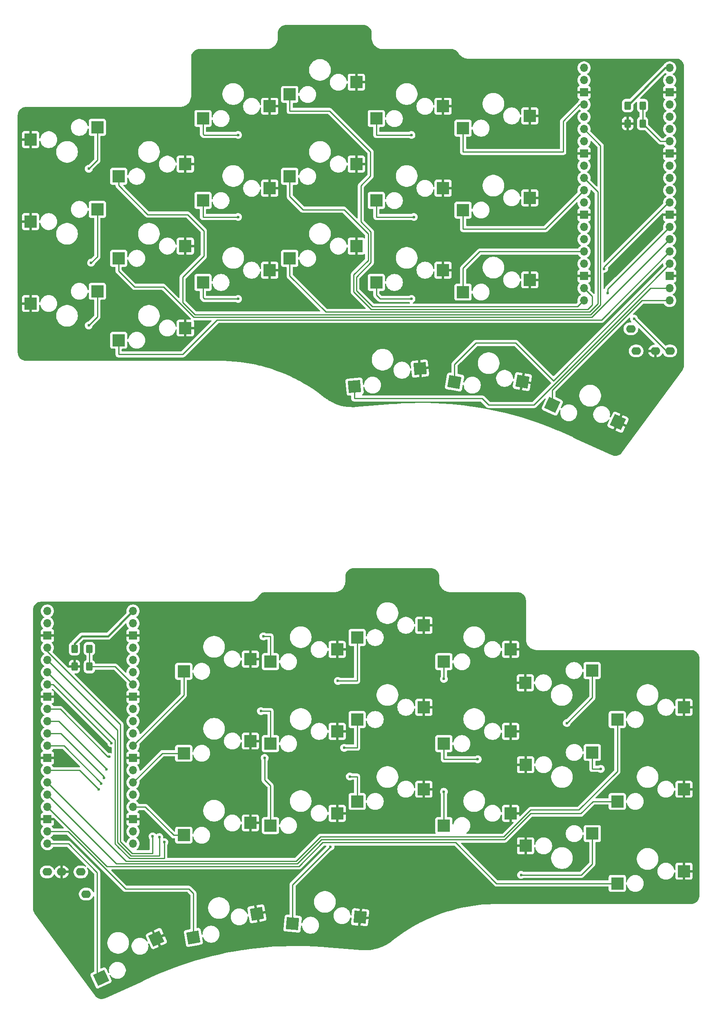
<source format=gbl>
%TF.GenerationSoftware,KiCad,Pcbnew,8.0.3*%
%TF.CreationDate,2024-06-14T18:36:55-03:00*%
%TF.ProjectId,keyboard_pcb,6b657962-6f61-4726-945f-7063622e6b69,rev1.0*%
%TF.SameCoordinates,Original*%
%TF.FileFunction,Copper,L2,Bot*%
%TF.FilePolarity,Positive*%
%FSLAX46Y46*%
G04 Gerber Fmt 4.6, Leading zero omitted, Abs format (unit mm)*
G04 Created by KiCad (PCBNEW 8.0.3) date 2024-06-14 18:36:55*
%MOMM*%
%LPD*%
G01*
G04 APERTURE LIST*
G04 Aperture macros list*
%AMRoundRect*
0 Rectangle with rounded corners*
0 $1 Rounding radius*
0 $2 $3 $4 $5 $6 $7 $8 $9 X,Y pos of 4 corners*
0 Add a 4 corners polygon primitive as box body*
4,1,4,$2,$3,$4,$5,$6,$7,$8,$9,$2,$3,0*
0 Add four circle primitives for the rounded corners*
1,1,$1+$1,$2,$3*
1,1,$1+$1,$4,$5*
1,1,$1+$1,$6,$7*
1,1,$1+$1,$8,$9*
0 Add four rect primitives between the rounded corners*
20,1,$1+$1,$2,$3,$4,$5,0*
20,1,$1+$1,$4,$5,$6,$7,0*
20,1,$1+$1,$6,$7,$8,$9,0*
20,1,$1+$1,$8,$9,$2,$3,0*%
%AMRotRect*
0 Rectangle, with rotation*
0 The origin of the aperture is its center*
0 $1 length*
0 $2 width*
0 $3 Rotation angle, in degrees counterclockwise*
0 Add horizontal line*
21,1,$1,$2,0,0,$3*%
G04 Aperture macros list end*
%TA.AperFunction,SMDPad,CuDef*%
%ADD10R,2.550000X2.500000*%
%TD*%
%TA.AperFunction,ComponentPad*%
%ADD11O,1.700000X1.700000*%
%TD*%
%TA.AperFunction,ComponentPad*%
%ADD12R,1.700000X1.700000*%
%TD*%
%TA.AperFunction,SMDPad,CuDef*%
%ADD13RotRect,2.550000X2.500000X185.000000*%
%TD*%
%TA.AperFunction,SMDPad,CuDef*%
%ADD14RotRect,2.550000X2.500000X190.000000*%
%TD*%
%TA.AperFunction,ComponentPad*%
%ADD15O,2.000000X1.600000*%
%TD*%
%TA.AperFunction,SMDPad,CuDef*%
%ADD16RotRect,2.550000X2.500000X205.000000*%
%TD*%
%TA.AperFunction,SMDPad,CuDef*%
%ADD17RotRect,2.550000X2.500000X155.000000*%
%TD*%
%TA.AperFunction,SMDPad,CuDef*%
%ADD18RotRect,2.550000X2.500000X175.000000*%
%TD*%
%TA.AperFunction,SMDPad,CuDef*%
%ADD19RotRect,2.550000X2.500000X170.000000*%
%TD*%
%TA.AperFunction,SMDPad,CuDef*%
%ADD20RoundRect,0.250000X-0.400000X-0.625000X0.400000X-0.625000X0.400000X0.625000X-0.400000X0.625000X0*%
%TD*%
%TA.AperFunction,SMDPad,CuDef*%
%ADD21RoundRect,0.250000X0.400000X0.625000X-0.400000X0.625000X-0.400000X-0.625000X0.400000X-0.625000X0*%
%TD*%
%TA.AperFunction,ViaPad*%
%ADD22C,0.600000*%
%TD*%
%TA.AperFunction,Conductor*%
%ADD23C,0.250000*%
%TD*%
%TA.AperFunction,Conductor*%
%ADD24C,0.400000*%
%TD*%
G04 APERTURE END LIST*
D10*
%TO.P,K25,1*%
%TO.N,/k25*%
X126960000Y-90580000D03*
%TO.P,K25,2*%
%TO.N,GND*%
X140810000Y-88040000D03*
%TD*%
%TO.P,K00,1*%
%TO.N,/k00*%
X158974759Y-179255240D03*
%TO.P,K00,2*%
%TO.N,GND*%
X172824759Y-176715240D03*
%TD*%
D11*
%TO.P,U2,1,GPIO0*%
%TO.N,tx*%
X40671559Y-156753240D03*
%TO.P,U2,2,GPIO1*%
%TO.N,rx*%
X40671559Y-159293240D03*
D12*
%TO.P,U2,3,GND*%
%TO.N,GND*%
X40671559Y-161833240D03*
D11*
%TO.P,U2,4,GPIO2*%
%TO.N,/k03*%
X40671559Y-164373240D03*
%TO.P,U2,5,GPIO3*%
%TO.N,/k13*%
X40671559Y-166913240D03*
%TO.P,U2,6,GPIO4*%
%TO.N,/k23*%
X40671559Y-169453240D03*
%TO.P,U2,7,GPIO5*%
%TO.N,/k02*%
X40671559Y-171993240D03*
D12*
%TO.P,U2,8,GND*%
%TO.N,GND*%
X40671559Y-174533240D03*
D11*
%TO.P,U2,9,GPIO6*%
%TO.N,/k12*%
X40671559Y-177073240D03*
%TO.P,U2,10,GPIO7*%
%TO.N,/k22*%
X40671559Y-179613240D03*
%TO.P,U2,11,GPIO8*%
%TO.N,/k01*%
X40671559Y-182153240D03*
%TO.P,U2,12,GPIO9*%
%TO.N,/k11*%
X40671559Y-184693240D03*
D12*
%TO.P,U2,13,GND*%
%TO.N,GND*%
X40671559Y-187233240D03*
D11*
%TO.P,U2,14,GPIO10*%
%TO.N,/k21*%
X40671559Y-189773240D03*
%TO.P,U2,15,GPIO11*%
%TO.N,/k00*%
X40671559Y-192313240D03*
%TO.P,U2,16,GPIO12*%
%TO.N,/k10*%
X40671559Y-194853240D03*
%TO.P,U2,17,GPIO13*%
%TO.N,/k20*%
X40671559Y-197393240D03*
D12*
%TO.P,U2,18,GND*%
%TO.N,GND*%
X40671559Y-199933240D03*
D11*
%TO.P,U2,19,GPIO14*%
%TO.N,/k31*%
X40671559Y-202473240D03*
%TO.P,U2,20,GPIO15*%
%TO.N,/k32*%
X40671559Y-205013240D03*
%TO.P,U2,21,GPIO16*%
%TO.N,/k30*%
X58451559Y-205013240D03*
%TO.P,U2,22,GPIO17*%
%TO.N,/k24*%
X58451559Y-202473240D03*
D12*
%TO.P,U2,23,GND*%
%TO.N,GND*%
X58451559Y-199933240D03*
D11*
%TO.P,U2,24,GPIO18*%
%TO.N,/k25*%
X58451559Y-197393240D03*
%TO.P,U2,25,GPIO19*%
%TO.N,/k14*%
X58451559Y-194853240D03*
%TO.P,U2,26,GPIO20*%
%TO.N,/k15*%
X58451559Y-192313240D03*
%TO.P,U2,27,GPIO21*%
%TO.N,/k04*%
X58451559Y-189773240D03*
D12*
%TO.P,U2,28,GND*%
%TO.N,GND*%
X58451559Y-187233240D03*
D11*
%TO.P,U2,29,GPIO22*%
%TO.N,/k05*%
X58451559Y-184693240D03*
%TO.P,U2,30,RUN*%
%TO.N,unconnected-(U2-Pad30)*%
X58451559Y-182153240D03*
%TO.P,U2,31,GPIO26_ADC0*%
%TO.N,unconnected-(U2-Pad31)*%
X58451559Y-179613240D03*
%TO.P,U2,32,GPIO27_ADC1*%
%TO.N,unconnected-(U2-Pad32)*%
X58451559Y-177073240D03*
D12*
%TO.P,U2,33,AGND*%
%TO.N,GND*%
X58451559Y-174533240D03*
D11*
%TO.P,U2,34,GPIO28_ADC2*%
%TO.N,vbus_sense*%
X58451559Y-171993240D03*
%TO.P,U2,35,ADC_VREF*%
%TO.N,unconnected-(U2-Pad35)*%
X58451559Y-169453240D03*
%TO.P,U2,36,3V3*%
%TO.N,unconnected-(U2-Pad36)*%
X58451559Y-166913240D03*
%TO.P,U2,37,3V3_EN*%
%TO.N,unconnected-(U2-Pad37)*%
X58451559Y-164373240D03*
D12*
%TO.P,U2,38,GND*%
%TO.N,GND*%
X58451559Y-161833240D03*
D11*
%TO.P,U2,39,VSYS*%
%TO.N,VCC*%
X58451559Y-159293240D03*
%TO.P,U2,40,VBUS*%
%TO.N,VBUS*%
X58451559Y-156753240D03*
%TD*%
D10*
%TO.P,K24,1*%
%TO.N,/k24*%
X108960000Y-88580000D03*
%TO.P,K24,2*%
%TO.N,GND*%
X122810000Y-86040000D03*
%TD*%
%TO.P,K21,1*%
%TO.N,/k21*%
X55460000Y-100580000D03*
%TO.P,K21,2*%
%TO.N,GND*%
X69310000Y-98040000D03*
%TD*%
%TO.P,K10,1*%
%TO.N,/k10*%
X158974759Y-196255240D03*
%TO.P,K10,2*%
%TO.N,GND*%
X172824759Y-193715240D03*
%TD*%
%TO.P,K02,1*%
%TO.N,/k02*%
X72960000Y-54580000D03*
%TO.P,K02,2*%
%TO.N,GND*%
X86810000Y-52040000D03*
%TD*%
%TO.P,K22,1*%
%TO.N,/k22*%
X122974759Y-201255240D03*
%TO.P,K22,2*%
%TO.N,GND*%
X136824759Y-198715240D03*
%TD*%
%TO.P,K10,1*%
%TO.N,/k10*%
X51040000Y-73420000D03*
%TO.P,K10,2*%
%TO.N,GND*%
X37190000Y-75960000D03*
%TD*%
D11*
%TO.P,U2,1,GPIO0*%
%TO.N,tx*%
X152063200Y-44078000D03*
%TO.P,U2,2,GPIO1*%
%TO.N,rx*%
X152063200Y-46618000D03*
D12*
%TO.P,U2,3,GND*%
%TO.N,GND*%
X152063200Y-49158000D03*
D11*
%TO.P,U2,4,GPIO2*%
%TO.N,/k05*%
X152063200Y-51698000D03*
%TO.P,U2,5,GPIO3*%
%TO.N,/k04*%
X152063200Y-54238000D03*
%TO.P,U2,6,GPIO4*%
%TO.N,/k01*%
X152063200Y-56778000D03*
%TO.P,U2,7,GPIO5*%
%TO.N,/k00*%
X152063200Y-59318000D03*
D12*
%TO.P,U2,8,GND*%
%TO.N,GND*%
X152063200Y-61858000D03*
D11*
%TO.P,U2,9,GPIO6*%
%TO.N,/k22*%
X152063200Y-64398000D03*
%TO.P,U2,10,GPIO7*%
%TO.N,/k23*%
X152063200Y-66938000D03*
%TO.P,U2,11,GPIO8*%
%TO.N,/k15*%
X152063200Y-69478000D03*
%TO.P,U2,12,GPIO9*%
%TO.N,/k14*%
X152063200Y-72018000D03*
D12*
%TO.P,U2,13,GND*%
%TO.N,GND*%
X152063200Y-74558000D03*
D11*
%TO.P,U2,14,GPIO10*%
%TO.N,/k12*%
X152063200Y-77098000D03*
%TO.P,U2,15,GPIO11*%
%TO.N,/k02*%
X152063200Y-79638000D03*
%TO.P,U2,16,GPIO12*%
%TO.N,/k25*%
X152063200Y-82178000D03*
%TO.P,U2,17,GPIO13*%
%TO.N,/k24*%
X152063200Y-84718000D03*
D12*
%TO.P,U2,18,GND*%
%TO.N,GND*%
X152063200Y-87258000D03*
D11*
%TO.P,U2,19,GPIO14*%
%TO.N,/k13*%
X152063200Y-89798000D03*
%TO.P,U2,20,GPIO15*%
%TO.N,/k03*%
X152063200Y-92338000D03*
%TO.P,U2,21,GPIO16*%
%TO.N,/k32*%
X169843200Y-92338000D03*
%TO.P,U2,22,GPIO17*%
%TO.N,/k30*%
X169843200Y-89798000D03*
D12*
%TO.P,U2,23,GND*%
%TO.N,GND*%
X169843200Y-87258000D03*
D11*
%TO.P,U2,24,GPIO18*%
%TO.N,/k31*%
X169843200Y-84718000D03*
%TO.P,U2,25,GPIO19*%
%TO.N,/k21*%
X169843200Y-82178000D03*
%TO.P,U2,26,GPIO20*%
%TO.N,/k11*%
X169843200Y-79638000D03*
%TO.P,U2,27,GPIO21*%
%TO.N,/k20*%
X169843200Y-77098000D03*
D12*
%TO.P,U2,28,GND*%
%TO.N,GND*%
X169843200Y-74558000D03*
D11*
%TO.P,U2,29,GPIO22*%
%TO.N,/k10*%
X169843200Y-72018000D03*
%TO.P,U2,30,RUN*%
%TO.N,unconnected-(U2-Pad30)*%
X169843200Y-69478000D03*
%TO.P,U2,31,GPIO26_ADC0*%
%TO.N,unconnected-(U2-Pad31)*%
X169843200Y-66938000D03*
%TO.P,U2,32,GPIO27_ADC1*%
%TO.N,unconnected-(U2-Pad32)*%
X169843200Y-64398000D03*
D12*
%TO.P,U2,33,AGND*%
%TO.N,GND*%
X169843200Y-61858000D03*
D11*
%TO.P,U2,34,GPIO28_ADC2*%
%TO.N,vbus_sense*%
X169843200Y-59318000D03*
%TO.P,U2,35,ADC_VREF*%
%TO.N,unconnected-(U2-Pad35)*%
X169843200Y-56778000D03*
%TO.P,U2,36,3V3*%
%TO.N,unconnected-(U2-Pad36)*%
X169843200Y-54238000D03*
%TO.P,U2,37,3V3_EN*%
%TO.N,unconnected-(U2-Pad37)*%
X169843200Y-51698000D03*
D12*
%TO.P,U2,38,GND*%
%TO.N,GND*%
X169843200Y-49158000D03*
D11*
%TO.P,U2,39,VSYS*%
%TO.N,VCC*%
X169843200Y-46618000D03*
%TO.P,U2,40,VBUS*%
%TO.N,VBUS*%
X169843200Y-44078000D03*
%TD*%
D10*
%TO.P,K04,1*%
%TO.N,/k04*%
X108960000Y-54580000D03*
%TO.P,K04,2*%
%TO.N,GND*%
X122810000Y-52040000D03*
%TD*%
%TO.P,K12,1*%
%TO.N,/k12*%
X72960000Y-71580000D03*
%TO.P,K12,2*%
%TO.N,GND*%
X86810000Y-69040000D03*
%TD*%
%TO.P,K01,1*%
%TO.N,/k01*%
X153740000Y-169095000D03*
%TO.P,K01,2*%
%TO.N,GND*%
X139890000Y-171635000D03*
%TD*%
D13*
%TO.P,K30,1*%
%TO.N,/k30*%
X104430492Y-110196034D03*
%TO.P,K30,2*%
%TO.N,GND*%
X118006413Y-106458593D03*
%TD*%
D10*
%TO.P,K03,1*%
%TO.N,/k03*%
X104974759Y-162255240D03*
%TO.P,K03,2*%
%TO.N,GND*%
X118824759Y-159715240D03*
%TD*%
D14*
%TO.P,K31,1*%
%TO.N,/k31*%
X70967643Y-224443959D03*
%TO.P,K31,2*%
%TO.N,GND*%
X84166164Y-219537520D03*
%TD*%
D10*
%TO.P,K01,1*%
%TO.N,/k01*%
X55460000Y-66580000D03*
%TO.P,K01,2*%
%TO.N,GND*%
X69310000Y-64040000D03*
%TD*%
%TO.P,K20,1*%
%TO.N,/k20*%
X158974759Y-213255240D03*
%TO.P,K20,2*%
%TO.N,GND*%
X172824759Y-210715240D03*
%TD*%
%TO.P,K23,1*%
%TO.N,/k23*%
X104974759Y-196255240D03*
%TO.P,K23,2*%
%TO.N,GND*%
X118824759Y-193715240D03*
%TD*%
%TO.P,K05,1*%
%TO.N,/k05*%
X68974759Y-169255240D03*
%TO.P,K05,2*%
%TO.N,GND*%
X82824759Y-166715240D03*
%TD*%
%TO.P,K14,1*%
%TO.N,/k14*%
X108960000Y-71580000D03*
%TO.P,K14,2*%
%TO.N,GND*%
X122810000Y-69040000D03*
%TD*%
%TO.P,K23,1*%
%TO.N,/k23*%
X90960000Y-83580000D03*
%TO.P,K23,2*%
%TO.N,GND*%
X104810000Y-81040000D03*
%TD*%
%TO.P,K03,1*%
%TO.N,/k03*%
X90960000Y-49580000D03*
%TO.P,K03,2*%
%TO.N,GND*%
X104810000Y-47040000D03*
%TD*%
%TO.P,K22,1*%
%TO.N,/k22*%
X72960000Y-88580000D03*
%TO.P,K22,2*%
%TO.N,GND*%
X86810000Y-86040000D03*
%TD*%
D15*
%TO.P,J1,1,SLEEVE*%
%TO.N,rx*%
X161800000Y-98200000D03*
%TO.P,J1,2,TIP*%
%TO.N,VCC*%
X162900000Y-102800000D03*
%TO.P,J1,3,RING1*%
%TO.N,GND*%
X166900000Y-102800000D03*
%TO.P,J1,4,RING2*%
%TO.N,tx*%
X169900000Y-102800000D03*
%TD*%
D10*
%TO.P,K21,1*%
%TO.N,/k21*%
X153790000Y-202920000D03*
%TO.P,K21,2*%
%TO.N,GND*%
X139940000Y-205460000D03*
%TD*%
%TO.P,K11,1*%
%TO.N,/k11*%
X153790000Y-186095240D03*
%TO.P,K11,2*%
%TO.N,GND*%
X139940000Y-188635240D03*
%TD*%
%TO.P,K02,1*%
%TO.N,/k02*%
X122974759Y-167255240D03*
%TO.P,K02,2*%
%TO.N,GND*%
X136824759Y-164715240D03*
%TD*%
%TO.P,K24,1*%
%TO.N,/k24*%
X86974759Y-201255240D03*
%TO.P,K24,2*%
%TO.N,GND*%
X100824759Y-198715240D03*
%TD*%
%TO.P,K15,1*%
%TO.N,/k15*%
X126960000Y-73580000D03*
%TO.P,K15,2*%
%TO.N,GND*%
X140810000Y-71040000D03*
%TD*%
%TO.P,K04,1*%
%TO.N,/k04*%
X86974759Y-167255240D03*
%TO.P,K04,2*%
%TO.N,GND*%
X100824759Y-164715240D03*
%TD*%
%TO.P,K12,1*%
%TO.N,/k12*%
X122974759Y-184255240D03*
%TO.P,K12,2*%
%TO.N,GND*%
X136824759Y-181715240D03*
%TD*%
D16*
%TO.P,K32,1*%
%TO.N,/k32*%
X51804676Y-232860171D03*
%TO.P,K32,2*%
%TO.N,GND*%
X63283588Y-224704886D03*
%TD*%
D17*
%TO.P,K32,1*%
%TO.N,/k32*%
X145496115Y-114023156D03*
%TO.P,K32,2*%
%TO.N,GND*%
X159121929Y-117574398D03*
%TD*%
D10*
%TO.P,K11,1*%
%TO.N,/k11*%
X55460000Y-83580000D03*
%TO.P,K11,2*%
%TO.N,GND*%
X69310000Y-81040000D03*
%TD*%
%TO.P,K25,1*%
%TO.N,/k25*%
X68974759Y-203255240D03*
%TO.P,K25,2*%
%TO.N,GND*%
X82824759Y-200715240D03*
%TD*%
%TO.P,K13,1*%
%TO.N,/k13*%
X104974759Y-179255240D03*
%TO.P,K13,2*%
%TO.N,GND*%
X118824759Y-176715240D03*
%TD*%
%TO.P,K14,1*%
%TO.N,/k14*%
X86974759Y-184255240D03*
%TO.P,K14,2*%
%TO.N,GND*%
X100824759Y-181715240D03*
%TD*%
D18*
%TO.P,K30,1*%
%TO.N,/k30*%
X91559748Y-221600544D03*
%TO.P,K30,2*%
%TO.N,GND*%
X105578421Y-220277316D03*
%TD*%
D10*
%TO.P,K05,1*%
%TO.N,/k05*%
X126960000Y-56580000D03*
%TO.P,K05,2*%
%TO.N,GND*%
X140810000Y-54040000D03*
%TD*%
%TO.P,K15,1*%
%TO.N,/k15*%
X68974759Y-186255240D03*
%TO.P,K15,2*%
%TO.N,GND*%
X82824759Y-183715240D03*
%TD*%
%TO.P,K20,1*%
%TO.N,/k20*%
X51040000Y-90420000D03*
%TO.P,K20,2*%
%TO.N,GND*%
X37190000Y-92960000D03*
%TD*%
%TO.P,K13,1*%
%TO.N,/k13*%
X90960000Y-66580000D03*
%TO.P,K13,2*%
%TO.N,GND*%
X104810000Y-64040000D03*
%TD*%
D15*
%TO.P,J1,1,SLEEVE*%
%TO.N,tx*%
X48714759Y-215475240D03*
%TO.P,J1,2,TIP*%
%TO.N,VCC*%
X47614759Y-210875240D03*
%TO.P,J1,3,RING1*%
%TO.N,GND*%
X43614759Y-210875240D03*
%TO.P,J1,4,RING2*%
%TO.N,rx*%
X40614759Y-210875240D03*
%TD*%
D10*
%TO.P,K00,1*%
%TO.N,/k00*%
X51040000Y-56420000D03*
%TO.P,K00,2*%
%TO.N,GND*%
X37190000Y-58960000D03*
%TD*%
D19*
%TO.P,K31,1*%
%TO.N,/k31*%
X125188619Y-109236928D03*
%TO.P,K31,2*%
%TO.N,GND*%
X139269272Y-109140544D03*
%TD*%
D20*
%TO.P,R1,1*%
%TO.N,VBUS*%
X46284359Y-164576440D03*
%TO.P,R1,2*%
%TO.N,vbus_sense*%
X49384359Y-164576440D03*
%TD*%
D21*
%TO.P,R2,1*%
%TO.N,vbus_sense*%
X164230400Y-55609600D03*
%TO.P,R2,2*%
%TO.N,GND*%
X161130400Y-55609600D03*
%TD*%
%TO.P,R2,1*%
%TO.N,vbus_sense*%
X49384359Y-168284840D03*
%TO.P,R2,2*%
%TO.N,GND*%
X46284359Y-168284840D03*
%TD*%
D20*
%TO.P,R1,1*%
%TO.N,VBUS*%
X161130400Y-51901200D03*
%TO.P,R1,2*%
%TO.N,vbus_sense*%
X164230400Y-51901200D03*
%TD*%
D22*
%TO.N,/k00*%
X49250000Y-65000000D03*
%TO.N,/k01*%
X148500000Y-180000000D03*
X52401219Y-191375240D03*
%TO.N,/k02*%
X80250000Y-58000000D03*
X122974759Y-170825240D03*
X53950739Y-184175240D03*
%TO.N,/k03*%
X62500000Y-203500000D03*
X100975000Y-171250000D03*
%TO.N,/k04*%
X116250000Y-58000000D03*
X85500000Y-162000000D03*
%TO.N,/k10*%
X156250000Y-85750000D03*
X49750000Y-84500000D03*
%TO.N,/k11*%
X155554759Y-189500000D03*
X51851699Y-192575240D03*
%TO.N,/k12*%
X130000000Y-187500000D03*
X80250000Y-75000000D03*
X53500259Y-186975240D03*
%TO.N,/k13*%
X102275000Y-185125000D03*
X63900000Y-203650000D03*
%TO.N,/k14*%
X116750000Y-75000000D03*
X85000000Y-177500000D03*
%TO.N,/k20*%
X157000000Y-90800000D03*
X49250000Y-97500000D03*
%TO.N,/k21*%
X139000000Y-211500000D03*
X51302179Y-193775240D03*
%TO.N,/k22*%
X80250000Y-92000000D03*
X52950739Y-189575240D03*
X122974759Y-194240240D03*
%TO.N,/k23*%
X64950000Y-204675000D03*
X103450000Y-191075000D03*
%TO.N,/k24*%
X116250000Y-92000000D03*
X85775000Y-187225000D03*
%TO.N,/k30*%
X99424759Y-205650740D03*
%TO.N,tx*%
X162450000Y-96100000D03*
%TD*%
D23*
%TO.N,/k00*%
X92307615Y-208623798D02*
X97356173Y-203575240D01*
X135424759Y-203575240D02*
X140999999Y-198000000D01*
X56982117Y-208623798D02*
X92307615Y-208623798D01*
X140999999Y-198000000D02*
X151000000Y-198000000D01*
X51040000Y-56420000D02*
X51040000Y-63210000D01*
X158974759Y-190025241D02*
X158974759Y-179255240D01*
X51040000Y-63210000D02*
X49250000Y-65000000D01*
X151000000Y-198000000D02*
X158974759Y-190025241D01*
X97356173Y-203575240D02*
X135424759Y-203575240D01*
X40671559Y-192313240D02*
X56982117Y-208623798D01*
%TO.N,/k01*%
X155500000Y-93204062D02*
X155500000Y-60214800D01*
X155500000Y-60214800D02*
X152063200Y-56778000D01*
X54960000Y-66580000D02*
X55460000Y-66580000D01*
X148500000Y-180000000D02*
X153790000Y-174710000D01*
X68750000Y-92722182D02*
X71277337Y-95249519D01*
X61500000Y-74500000D02*
X69750000Y-74500000D01*
X55460000Y-66580000D02*
X55460000Y-68460000D01*
X73150000Y-83100000D02*
X68750000Y-87500000D01*
X68750000Y-87500000D02*
X68750000Y-92722182D01*
X52401219Y-191375240D02*
X52401219Y-191076200D01*
X71277337Y-95249519D02*
X153454543Y-95249519D01*
X69750000Y-74500000D02*
X73150000Y-77900000D01*
X153454543Y-95249519D02*
X155500000Y-93204062D01*
X55460000Y-68460000D02*
X61500000Y-74500000D01*
X73150000Y-77900000D02*
X73150000Y-83100000D01*
X153790000Y-174710000D02*
X153790000Y-168920000D01*
X43478259Y-182153240D02*
X40671559Y-182153240D01*
X52401219Y-191076200D02*
X43478259Y-182153240D01*
%TO.N,/k02*%
X41819219Y-171993240D02*
X40671559Y-171993240D01*
X73170000Y-58000000D02*
X72960000Y-57790000D01*
X72960000Y-57790000D02*
X72960000Y-54580000D01*
X80250000Y-58000000D02*
X73170000Y-58000000D01*
X122974759Y-170825240D02*
X122974759Y-167255240D01*
X53950739Y-184175240D02*
X53950739Y-184124760D01*
X53950739Y-184124760D02*
X41819219Y-171993240D01*
%TO.N,/k03*%
X107750000Y-66500000D02*
X105750000Y-68500000D01*
X55824759Y-204575240D02*
X55824759Y-180264008D01*
X90960000Y-53000000D02*
X99250000Y-53000000D01*
X104974759Y-162255240D02*
X104974759Y-171224759D01*
X107800000Y-78050000D02*
X107800000Y-84450000D01*
X90960000Y-49580000D02*
X90960000Y-53000000D01*
X61500000Y-207000000D02*
X62500000Y-207000000D01*
X62500000Y-204325000D02*
X62500000Y-203500000D01*
X104974759Y-171224759D02*
X101000241Y-171224759D01*
X150750000Y-93600000D02*
X152012000Y-92338000D01*
X58249519Y-207000000D02*
X55824759Y-204575240D01*
X104800000Y-87450000D02*
X104800000Y-90272182D01*
X152012000Y-92338000D02*
X152063200Y-92338000D01*
X105750000Y-76000000D02*
X107800000Y-78050000D01*
X55824759Y-180264008D02*
X40671559Y-165110808D01*
X99250000Y-53000000D02*
X107750000Y-61500000D01*
X108127818Y-93600000D02*
X150750000Y-93600000D01*
X101000241Y-171224759D02*
X100975000Y-171250000D01*
X62500000Y-207000000D02*
X62500000Y-205000000D01*
X104800000Y-90272182D02*
X108127818Y-93600000D01*
X40671559Y-165110808D02*
X40671559Y-164373240D01*
X105750000Y-68500000D02*
X105750000Y-76000000D01*
X107750000Y-61500000D02*
X107750000Y-66500000D01*
X107800000Y-84450000D02*
X104800000Y-87450000D01*
X62500000Y-205000000D02*
X62500000Y-204325000D01*
X61500000Y-207000000D02*
X58249519Y-207000000D01*
%TO.N,/k04*%
X108960000Y-58000000D02*
X108960000Y-54580000D01*
X116250000Y-58000000D02*
X108960000Y-58000000D01*
X86974759Y-162000000D02*
X85500000Y-162000000D01*
X86974759Y-167255240D02*
X86974759Y-162000000D01*
%TO.N,/k05*%
X126960000Y-61500000D02*
X126960000Y-56580000D01*
X152063200Y-51698000D02*
X151152000Y-51698000D01*
X68572400Y-174572400D02*
X58451559Y-184693240D01*
X68974759Y-174170041D02*
X68572400Y-174572400D01*
X151152000Y-51698000D02*
X147750000Y-55100000D01*
X147750000Y-61500000D02*
X126960000Y-61500000D01*
X68974759Y-169255240D02*
X68974759Y-174170041D01*
X147750000Y-55100000D02*
X147750000Y-61500000D01*
%TO.N,/k10*%
X92535233Y-209173318D02*
X97533311Y-204175240D01*
X156250000Y-85360769D02*
X169592769Y-72018000D01*
X141001897Y-198775240D02*
X151424759Y-198775240D01*
X151424759Y-198775240D02*
X153944759Y-196255240D01*
X51040000Y-83210000D02*
X49750000Y-84500000D01*
X97533311Y-204175240D02*
X135601897Y-204175240D01*
X156250000Y-85750000D02*
X156250000Y-85360769D01*
X169592769Y-72018000D02*
X169843200Y-72018000D01*
X51040000Y-73420000D02*
X51040000Y-83210000D01*
X153944759Y-196255240D02*
X158974759Y-196255240D01*
X54991637Y-209173318D02*
X92535233Y-209173318D01*
X40671559Y-194853240D02*
X54991637Y-209173318D01*
X135601897Y-204175240D02*
X141001897Y-198775240D01*
%TO.N,/k11*%
X51851699Y-192575240D02*
X51851699Y-192451180D01*
X55460000Y-86210000D02*
X55750000Y-86500000D01*
X153790000Y-189500000D02*
X155554759Y-189500000D01*
X55460000Y-83580000D02*
X55460000Y-86210000D01*
X64750000Y-89500000D02*
X71049040Y-95799040D01*
X51851699Y-192451180D02*
X44093759Y-184693240D01*
X44093759Y-184693240D02*
X40671559Y-184693240D01*
X55750000Y-86500000D02*
X58750000Y-89500000D01*
X153682160Y-95799040D02*
X169843200Y-79638000D01*
X153790000Y-186095240D02*
X153790000Y-189500000D01*
X58750000Y-89500000D02*
X64750000Y-89500000D01*
X71049040Y-95799040D02*
X153682160Y-95799040D01*
%TO.N,/k12*%
X72960000Y-75000000D02*
X80250000Y-75000000D01*
X53224759Y-186975240D02*
X43322759Y-177073240D01*
X43322759Y-177073240D02*
X40671559Y-177073240D01*
X122974759Y-187474759D02*
X123000000Y-187500000D01*
X53500259Y-186975240D02*
X53224759Y-186975240D01*
X123000000Y-187500000D02*
X130000000Y-187500000D01*
X122974759Y-184255240D02*
X122974759Y-187474759D01*
X72960000Y-71580000D02*
X72960000Y-75000000D01*
%TO.N,/k13*%
X153750000Y-93250000D02*
X153750000Y-91484800D01*
X63925000Y-203675000D02*
X63925000Y-204625000D01*
X57997140Y-207524759D02*
X58000000Y-207524759D01*
X55224759Y-204752378D02*
X55473691Y-205001309D01*
X40671559Y-166913240D02*
X55224759Y-181466440D01*
X104250000Y-87000000D02*
X107250000Y-84000000D01*
X104974759Y-185099759D02*
X102300241Y-185099759D01*
X63924759Y-207524759D02*
X63924759Y-204625241D01*
X130950000Y-94149520D02*
X152850480Y-94149520D01*
X152850480Y-94149520D02*
X153750000Y-93250000D01*
X55473691Y-205001309D02*
X56011191Y-205538809D01*
X63924759Y-207524759D02*
X63925000Y-207525000D01*
X104250000Y-90500000D02*
X104250000Y-87000000D01*
X63900000Y-203650000D02*
X63925000Y-203675000D01*
X104974759Y-179255240D02*
X104974759Y-185099759D01*
X93750000Y-73500000D02*
X90960000Y-70710000D01*
X90960000Y-70710000D02*
X90960000Y-66580000D01*
X107899520Y-94149520D02*
X104250000Y-90500000D01*
X58000000Y-207524759D02*
X57997820Y-207524759D01*
X153750000Y-91484800D02*
X152063200Y-89798000D01*
X57997820Y-207524759D02*
X57997480Y-207524419D01*
X63924759Y-204625241D02*
X63925000Y-204625000D01*
X130876418Y-94149520D02*
X107899520Y-94149520D01*
X102250000Y-73500000D02*
X93750000Y-73500000D01*
X56011191Y-205538809D02*
X57997140Y-207524759D01*
X107250000Y-78500000D02*
X102250000Y-73500000D01*
X107250000Y-84000000D02*
X107250000Y-78500000D01*
X55224759Y-181466440D02*
X55224759Y-204752378D01*
X58000000Y-207524759D02*
X63924759Y-207524759D01*
X102300241Y-185099759D02*
X102275000Y-185125000D01*
%TO.N,/k14*%
X86974759Y-184255240D02*
X86974759Y-177500000D01*
X86974759Y-177500000D02*
X85000000Y-177500000D01*
X116750000Y-75000000D02*
X108960000Y-75000000D01*
X108960000Y-75000000D02*
X108960000Y-71580000D01*
%TO.N,/k15*%
X126960000Y-77500000D02*
X144041200Y-77500000D01*
X126960000Y-73580000D02*
X126750000Y-73790000D01*
X64509559Y-186255240D02*
X58451559Y-192313240D01*
X144041200Y-77500000D02*
X152063200Y-69478000D01*
X126960000Y-73580000D02*
X126960000Y-77500000D01*
X68974759Y-186255240D02*
X64509559Y-186255240D01*
%TO.N,/k20*%
X53001156Y-209722837D02*
X92877162Y-209722837D01*
X125424759Y-204775240D02*
X133824759Y-213175241D01*
X158974759Y-213255240D02*
X133904758Y-213255240D01*
X51040000Y-90420000D02*
X51040000Y-95710000D01*
X51040000Y-95710000D02*
X49250000Y-97500000D01*
X157000000Y-89941200D02*
X169843200Y-77098000D01*
X97824759Y-204775240D02*
X125424759Y-204775240D01*
X133904758Y-213255240D02*
X133824759Y-213175241D01*
X51250000Y-91130000D02*
X50540000Y-90420000D01*
X157000000Y-90800000D02*
X157000000Y-89941200D01*
X92877162Y-209722837D02*
X97824759Y-204775240D01*
X40671559Y-197393240D02*
X53001156Y-209722837D01*
%TO.N,/k21*%
X55460000Y-100580000D02*
X55460000Y-103500000D01*
X54960000Y-100580000D02*
X54960000Y-101710000D01*
X51302179Y-193775240D02*
X47300179Y-189773240D01*
X155672640Y-96348560D02*
X169843200Y-82178000D01*
X153790000Y-209210000D02*
X151500000Y-211500000D01*
X75901440Y-96348560D02*
X155672640Y-96348560D01*
X68750000Y-103500000D02*
X75901440Y-96348560D01*
X153790000Y-202920000D02*
X153790000Y-209210000D01*
X151500000Y-211500000D02*
X139000000Y-211500000D01*
X47300179Y-189773240D02*
X40671559Y-189773240D01*
X55460000Y-103500000D02*
X68750000Y-103500000D01*
%TO.N,/k22*%
X72960000Y-91710000D02*
X72960000Y-88580000D01*
X122974759Y-194240240D02*
X122974759Y-201255240D01*
X43062759Y-179613240D02*
X40671559Y-179613240D01*
X52950739Y-189575240D02*
X52950739Y-189501220D01*
X80250000Y-92000000D02*
X73250000Y-92000000D01*
X73250000Y-92000000D02*
X72960000Y-91710000D01*
X52950739Y-189501220D02*
X43062759Y-179613240D01*
%TO.N,/k23*%
X154950480Y-69825280D02*
X152063200Y-66938000D01*
X103475241Y-191100241D02*
X103450000Y-191075000D01*
X98750000Y-94699519D02*
X98750481Y-94700000D01*
X55425000Y-205750000D02*
X55434782Y-205740218D01*
X98449519Y-94699519D02*
X99250000Y-94699519D01*
X98750481Y-94700000D02*
X153226924Y-94700000D01*
X64950000Y-204675000D02*
X64925000Y-204725000D01*
X64925000Y-208074279D02*
X64950000Y-204675000D01*
X104974759Y-191100241D02*
X103475241Y-191100241D01*
X54675240Y-204979997D02*
X55425000Y-205750000D01*
X90960000Y-87210000D02*
X98449519Y-94699519D01*
X104974759Y-196255240D02*
X104974759Y-191100241D01*
X90960000Y-83580000D02*
X90960000Y-86790000D01*
X55434782Y-205740218D02*
X55372282Y-205677718D01*
X57769522Y-208074279D02*
X64925000Y-208074279D01*
X40671559Y-169453240D02*
X54675239Y-183456920D01*
X153226924Y-94700000D02*
X154950480Y-92976444D01*
X54675239Y-183456920D02*
X54675240Y-204979997D01*
X154950480Y-92976444D02*
X154950480Y-69825280D01*
X90960000Y-86790000D02*
X90960000Y-87210000D01*
X55425000Y-205750000D02*
X57769522Y-208074279D01*
%TO.N,/k24*%
X85775000Y-191775000D02*
X86974759Y-192974759D01*
X116250000Y-92000000D02*
X109750000Y-92000000D01*
X108960000Y-91210000D02*
X108960000Y-88580000D01*
X86974759Y-192974759D02*
X86974759Y-201255240D01*
X109750000Y-92000000D02*
X108960000Y-91210000D01*
X85775000Y-187225000D02*
X85775000Y-191775000D01*
%TO.N,/k25*%
X130428000Y-82178000D02*
X152063200Y-82178000D01*
X126960000Y-90580000D02*
X126960000Y-85646000D01*
X68974759Y-202748440D02*
X68974759Y-203255240D01*
X126960000Y-85646000D02*
X130428000Y-82178000D01*
X68974759Y-203255240D02*
X66862000Y-203255240D01*
X61000000Y-197393240D02*
X58451559Y-197393240D01*
X66862000Y-203255240D02*
X61000000Y-197393240D01*
%TO.N,/k30*%
X104430492Y-110196034D02*
X104375000Y-110251526D01*
X104375000Y-112650000D02*
X130900000Y-112650000D01*
X91559748Y-221600544D02*
X91559748Y-213515751D01*
X91559748Y-213515751D02*
X96520798Y-208554701D01*
X165874862Y-89798000D02*
X169843200Y-89798000D01*
X132250000Y-114000000D02*
X141672862Y-114000000D01*
X96520798Y-208554701D02*
X99424759Y-205650740D01*
X141672862Y-114000000D02*
X165874862Y-89798000D01*
X104375000Y-110251526D02*
X104375000Y-112650000D01*
X130900000Y-112650000D02*
X132250000Y-114000000D01*
%TO.N,/k31*%
X40671559Y-202473240D02*
X44974421Y-202473240D01*
X125188619Y-105561381D02*
X125188619Y-109236928D01*
X70967643Y-224443959D02*
X70967643Y-215342883D01*
X169843200Y-84806800D02*
X145700000Y-108950000D01*
X129625000Y-101125000D02*
X125188619Y-105561381D01*
X145700000Y-108950000D02*
X137875000Y-101125000D01*
X137875000Y-101125000D02*
X129625000Y-101125000D01*
X56876421Y-214375240D02*
X70000000Y-214375240D01*
X44974421Y-202473240D02*
X56876421Y-214375240D01*
X169843200Y-84718000D02*
X169843200Y-84806800D01*
X70967643Y-215342883D02*
X70000000Y-214375240D01*
%TO.N,/k32*%
X153950000Y-102500000D02*
X148950000Y-107500000D01*
X145496115Y-114023156D02*
X145496115Y-110954565D01*
X51804676Y-232860171D02*
X51000000Y-232055495D01*
X155750000Y-100700000D02*
X164112000Y-92338000D01*
X164112000Y-92338000D02*
X169843200Y-92338000D01*
X51000000Y-211000000D02*
X45013240Y-205013240D01*
X51000000Y-232055495D02*
X51000000Y-211000000D01*
X155750000Y-100700000D02*
X153950000Y-102500000D01*
X145496115Y-110954565D02*
X148950340Y-107500340D01*
X45013240Y-205013240D02*
X40671559Y-205013240D01*
%TO.N,tx*%
X169150000Y-102800000D02*
X169900000Y-102800000D01*
X162450000Y-96100000D02*
X169150000Y-102800000D01*
D24*
%TO.N,VBUS*%
X58451559Y-156753240D02*
X53229559Y-161975240D01*
X46284359Y-163515640D02*
X46284359Y-164576440D01*
X168953600Y-44078000D02*
X161130400Y-51901200D01*
X53229559Y-161975240D02*
X47824759Y-161975240D01*
X47824759Y-161975240D02*
X46284359Y-163515640D01*
X169843200Y-44078000D02*
X168953600Y-44078000D01*
D23*
%TO.N,vbus_sense*%
X164230400Y-51901200D02*
X164230400Y-55609600D01*
X49384359Y-168284840D02*
X54743159Y-168284840D01*
X54743159Y-168284840D02*
X58451559Y-171993240D01*
X49384359Y-164576440D02*
X49384359Y-168284840D01*
X167938800Y-59318000D02*
X164230400Y-55609600D01*
X169843200Y-59318000D02*
X167938800Y-59318000D01*
%TD*%
%TA.AperFunction,Conductor*%
%TO.N,GND*%
G36*
X153637019Y-69407724D02*
G01*
X154280661Y-70051365D01*
X154314146Y-70112688D01*
X154316980Y-70139046D01*
X154316980Y-90856514D01*
X154297295Y-90923553D01*
X154244491Y-90969308D01*
X154175333Y-90979252D01*
X154111777Y-90950227D01*
X154105299Y-90944195D01*
X153412263Y-90251159D01*
X153378778Y-90189836D01*
X153379739Y-90133037D01*
X153407761Y-90022380D01*
X153407763Y-90022371D01*
X153407764Y-90022368D01*
X153408283Y-90016113D01*
X153426356Y-89798000D01*
X153426356Y-89797994D01*
X153407765Y-89573640D01*
X153407763Y-89573628D01*
X153376236Y-89449130D01*
X153352496Y-89355384D01*
X153262060Y-89149209D01*
X153259189Y-89144815D01*
X153174127Y-89014617D01*
X153138922Y-88960732D01*
X153138919Y-88960729D01*
X153138915Y-88960723D01*
X152993344Y-88802593D01*
X152962421Y-88739939D01*
X152970281Y-88670513D01*
X153014428Y-88616357D01*
X153041240Y-88602428D01*
X153159159Y-88558447D01*
X153159161Y-88558445D01*
X153276103Y-88470903D01*
X153363645Y-88353961D01*
X153363646Y-88353961D01*
X153414693Y-88217097D01*
X153421199Y-88156581D01*
X153421200Y-88156580D01*
X153421200Y-87512000D01*
X152505451Y-87512000D01*
X152538445Y-87454853D01*
X152573200Y-87325143D01*
X152573200Y-87190857D01*
X152538445Y-87061147D01*
X152505451Y-87004000D01*
X153421200Y-87004000D01*
X153421200Y-86359420D01*
X153421199Y-86359418D01*
X153414693Y-86298902D01*
X153363646Y-86162038D01*
X153276103Y-86045096D01*
X153159161Y-85957554D01*
X153159159Y-85957552D01*
X153041240Y-85913571D01*
X152985306Y-85871700D01*
X152960889Y-85806235D01*
X152975741Y-85737962D01*
X152993339Y-85713411D01*
X153138922Y-85555268D01*
X153262060Y-85366791D01*
X153352496Y-85160616D01*
X153407764Y-84942368D01*
X153408026Y-84939204D01*
X153426356Y-84718005D01*
X153426356Y-84717994D01*
X153407765Y-84493640D01*
X153407763Y-84493628D01*
X153363656Y-84319453D01*
X153352496Y-84275384D01*
X153262060Y-84069209D01*
X153138922Y-83880732D01*
X153138919Y-83880729D01*
X153138915Y-83880723D01*
X152986443Y-83715097D01*
X152986438Y-83715092D01*
X152808777Y-83576812D01*
X152808778Y-83576812D01*
X152808776Y-83576811D01*
X152772270Y-83557055D01*
X152722679Y-83507836D01*
X152707571Y-83439619D01*
X152731741Y-83374064D01*
X152772270Y-83338945D01*
X152772284Y-83338936D01*
X152808776Y-83319189D01*
X152986440Y-83180906D01*
X153085814Y-83072957D01*
X153138915Y-83015276D01*
X153138916Y-83015274D01*
X153138922Y-83015268D01*
X153262060Y-82826791D01*
X153352496Y-82620616D01*
X153407764Y-82402368D01*
X153408035Y-82399097D01*
X153426356Y-82178005D01*
X153426356Y-82177994D01*
X153407765Y-81953640D01*
X153407763Y-81953628D01*
X153388893Y-81879111D01*
X153352496Y-81735384D01*
X153262060Y-81529209D01*
X153231696Y-81482734D01*
X153163689Y-81378641D01*
X153138922Y-81340732D01*
X153138919Y-81340729D01*
X153138915Y-81340723D01*
X152986443Y-81175097D01*
X152986438Y-81175092D01*
X152808777Y-81036812D01*
X152808778Y-81036812D01*
X152808776Y-81036811D01*
X152772270Y-81017055D01*
X152722679Y-80967836D01*
X152707571Y-80899619D01*
X152731741Y-80834064D01*
X152772270Y-80798945D01*
X152772284Y-80798936D01*
X152808776Y-80779189D01*
X152986440Y-80640906D01*
X153138922Y-80475268D01*
X153262060Y-80286791D01*
X153352496Y-80080616D01*
X153407764Y-79862368D01*
X153417109Y-79749597D01*
X153426356Y-79638005D01*
X153426356Y-79637994D01*
X153407765Y-79413640D01*
X153407763Y-79413628D01*
X153389005Y-79339553D01*
X153352496Y-79195384D01*
X153262060Y-78989209D01*
X153138922Y-78800732D01*
X153138919Y-78800729D01*
X153138915Y-78800723D01*
X152986443Y-78635097D01*
X152986438Y-78635092D01*
X152808777Y-78496812D01*
X152808778Y-78496812D01*
X152808776Y-78496811D01*
X152772270Y-78477055D01*
X152722679Y-78427836D01*
X152707571Y-78359619D01*
X152731741Y-78294064D01*
X152772270Y-78258945D01*
X152772284Y-78258936D01*
X152808776Y-78239189D01*
X152986440Y-78100906D01*
X153138922Y-77935268D01*
X153262060Y-77746791D01*
X153352496Y-77540616D01*
X153407764Y-77322368D01*
X153408035Y-77319097D01*
X153426356Y-77098005D01*
X153426356Y-77097994D01*
X153407765Y-76873640D01*
X153407763Y-76873628D01*
X153352496Y-76655385D01*
X153341293Y-76629845D01*
X153262060Y-76449209D01*
X153138922Y-76260732D01*
X153138919Y-76260729D01*
X153138915Y-76260723D01*
X152993344Y-76102593D01*
X152962421Y-76039939D01*
X152970281Y-75970513D01*
X153014428Y-75916357D01*
X153041240Y-75902428D01*
X153159159Y-75858447D01*
X153159161Y-75858445D01*
X153276103Y-75770903D01*
X153363645Y-75653961D01*
X153363646Y-75653961D01*
X153414693Y-75517097D01*
X153421199Y-75456581D01*
X153421200Y-75456580D01*
X153421200Y-74812000D01*
X152505451Y-74812000D01*
X152538445Y-74754853D01*
X152573200Y-74625143D01*
X152573200Y-74490857D01*
X152538445Y-74361147D01*
X152505451Y-74304000D01*
X153421200Y-74304000D01*
X153421200Y-73659420D01*
X153421199Y-73659418D01*
X153414693Y-73598902D01*
X153363646Y-73462038D01*
X153276103Y-73345096D01*
X153159161Y-73257554D01*
X153159159Y-73257552D01*
X153041240Y-73213571D01*
X152985306Y-73171700D01*
X152960889Y-73106235D01*
X152975741Y-73037962D01*
X152993339Y-73013411D01*
X153138922Y-72855268D01*
X153262060Y-72666791D01*
X153352496Y-72460616D01*
X153407764Y-72242368D01*
X153408840Y-72229386D01*
X153426356Y-72018005D01*
X153426356Y-72017994D01*
X153407765Y-71793640D01*
X153407763Y-71793628D01*
X153388893Y-71719111D01*
X153352496Y-71575384D01*
X153262060Y-71369209D01*
X153138922Y-71180732D01*
X153138919Y-71180729D01*
X153138915Y-71180723D01*
X152986443Y-71015097D01*
X152986438Y-71015092D01*
X152808777Y-70876812D01*
X152808778Y-70876812D01*
X152808776Y-70876811D01*
X152772270Y-70857055D01*
X152722679Y-70807836D01*
X152707571Y-70739619D01*
X152731741Y-70674064D01*
X152772270Y-70638945D01*
X152772284Y-70638936D01*
X152808776Y-70619189D01*
X152986440Y-70480906D01*
X153138922Y-70315268D01*
X153262060Y-70126791D01*
X153352496Y-69920616D01*
X153407764Y-69702368D01*
X153425762Y-69485164D01*
X153450915Y-69419980D01*
X153507317Y-69378742D01*
X153577060Y-69374544D01*
X153637019Y-69407724D01*
G37*
%TD.AperFunction*%
%TA.AperFunction,Conductor*%
G36*
X168404534Y-74204652D02*
G01*
X168460467Y-74246524D01*
X168479944Y-74298744D01*
X168485200Y-74304000D01*
X169400949Y-74304000D01*
X169367955Y-74361147D01*
X169333200Y-74490857D01*
X169333200Y-74625143D01*
X169367955Y-74754853D01*
X169400949Y-74812000D01*
X168485200Y-74812000D01*
X168485200Y-75456581D01*
X168491706Y-75517097D01*
X168542753Y-75653961D01*
X168630296Y-75770903D01*
X168747238Y-75858445D01*
X168747240Y-75858447D01*
X168865159Y-75902428D01*
X168921093Y-75944299D01*
X168945510Y-76009763D01*
X168930658Y-76078036D01*
X168913056Y-76102593D01*
X168767479Y-76260730D01*
X168767476Y-76260734D01*
X168644340Y-76449207D01*
X168553903Y-76655385D01*
X168498636Y-76873628D01*
X168498634Y-76873640D01*
X168480044Y-77097994D01*
X168480044Y-77098005D01*
X168498635Y-77322364D01*
X168526661Y-77433036D01*
X168524036Y-77502856D01*
X168494136Y-77551157D01*
X158569184Y-87476112D01*
X156596167Y-89449129D01*
X156552047Y-89493249D01*
X156507927Y-89537368D01*
X156438603Y-89641118D01*
X156438598Y-89641127D01*
X156390845Y-89756414D01*
X156390843Y-89756422D01*
X156379117Y-89815373D01*
X156346732Y-89877284D01*
X156286017Y-89911858D01*
X156216247Y-89908119D01*
X156159575Y-89867252D01*
X156133994Y-89802234D01*
X156133500Y-89791182D01*
X156133500Y-86687555D01*
X156153185Y-86620516D01*
X156205989Y-86574761D01*
X156243617Y-86564335D01*
X156249999Y-86563615D01*
X156250000Y-86563616D01*
X156312424Y-86556582D01*
X156431041Y-86543218D01*
X156431044Y-86543217D01*
X156431047Y-86543217D01*
X156603015Y-86483043D01*
X156757281Y-86386111D01*
X156886111Y-86257281D01*
X156983043Y-86103015D01*
X157043217Y-85931047D01*
X157043218Y-85931041D01*
X157063616Y-85750003D01*
X157063616Y-85749996D01*
X157043218Y-85568958D01*
X157043217Y-85568956D01*
X157043217Y-85568953D01*
X157041602Y-85564340D01*
X157038042Y-85494563D01*
X157070962Y-85435709D01*
X168273519Y-74233153D01*
X168334842Y-74199668D01*
X168404534Y-74204652D01*
G37*
%TD.AperFunction*%
%TA.AperFunction,Conductor*%
G36*
X153637019Y-59247723D02*
G01*
X154830181Y-60440885D01*
X154863666Y-60502208D01*
X154866500Y-60528566D01*
X154866500Y-68546033D01*
X154846815Y-68613072D01*
X154794011Y-68658827D01*
X154724853Y-68668771D01*
X154661297Y-68639746D01*
X154654819Y-68633714D01*
X153412263Y-67391159D01*
X153378778Y-67329836D01*
X153379739Y-67273037D01*
X153407761Y-67162380D01*
X153407763Y-67162371D01*
X153407764Y-67162368D01*
X153407765Y-67162359D01*
X153426356Y-66938005D01*
X153426356Y-66937994D01*
X153407765Y-66713640D01*
X153407763Y-66713628D01*
X153390917Y-66647106D01*
X153352496Y-66495384D01*
X153262060Y-66289209D01*
X153138922Y-66100732D01*
X153138919Y-66100729D01*
X153138915Y-66100723D01*
X152986443Y-65935097D01*
X152986438Y-65935092D01*
X152818152Y-65804109D01*
X152808776Y-65796811D01*
X152772270Y-65777055D01*
X152722679Y-65727836D01*
X152707571Y-65659619D01*
X152731741Y-65594064D01*
X152772270Y-65558945D01*
X152772284Y-65558936D01*
X152808776Y-65539189D01*
X152986440Y-65400906D01*
X153124989Y-65250403D01*
X153138915Y-65235276D01*
X153138916Y-65235274D01*
X153138922Y-65235268D01*
X153262060Y-65046791D01*
X153352496Y-64840616D01*
X153407764Y-64622368D01*
X153407765Y-64622359D01*
X153426356Y-64398005D01*
X153426356Y-64397994D01*
X153407765Y-64173640D01*
X153407763Y-64173628D01*
X153352496Y-63955385D01*
X153339281Y-63925258D01*
X153262060Y-63749209D01*
X153238281Y-63712813D01*
X153184077Y-63629847D01*
X153138922Y-63560732D01*
X153138919Y-63560729D01*
X153138915Y-63560723D01*
X152993344Y-63402593D01*
X152962421Y-63339939D01*
X152970281Y-63270513D01*
X153014428Y-63216357D01*
X153041240Y-63202428D01*
X153159159Y-63158447D01*
X153159161Y-63158445D01*
X153276103Y-63070903D01*
X153363645Y-62953961D01*
X153363646Y-62953961D01*
X153414693Y-62817097D01*
X153421199Y-62756581D01*
X153421200Y-62756580D01*
X153421200Y-62112000D01*
X152505451Y-62112000D01*
X152538445Y-62054853D01*
X152573200Y-61925143D01*
X152573200Y-61790857D01*
X152538445Y-61661147D01*
X152505451Y-61604000D01*
X153421200Y-61604000D01*
X153421200Y-60959420D01*
X153421199Y-60959418D01*
X153414693Y-60898902D01*
X153363646Y-60762038D01*
X153276103Y-60645096D01*
X153159161Y-60557554D01*
X153159159Y-60557552D01*
X153041240Y-60513571D01*
X152985306Y-60471700D01*
X152960889Y-60406235D01*
X152975741Y-60337962D01*
X152993339Y-60313411D01*
X153138922Y-60155268D01*
X153262060Y-59966791D01*
X153352496Y-59760616D01*
X153407764Y-59542368D01*
X153425762Y-59325159D01*
X153450915Y-59259979D01*
X153507317Y-59218741D01*
X153577060Y-59214543D01*
X153637019Y-59247723D01*
G37*
%TD.AperFunction*%
%TA.AperFunction,Conductor*%
G36*
X168991933Y-45144149D02*
G01*
X169024762Y-45162478D01*
X169069803Y-45197535D01*
X169097624Y-45219189D01*
X169097629Y-45219191D01*
X169097631Y-45219193D01*
X169134130Y-45238946D01*
X169183720Y-45288165D01*
X169198828Y-45356382D01*
X169174657Y-45421937D01*
X169134130Y-45457054D01*
X169097631Y-45476806D01*
X169097622Y-45476812D01*
X168919961Y-45615092D01*
X168919956Y-45615097D01*
X168767484Y-45780723D01*
X168767476Y-45780734D01*
X168644340Y-45969207D01*
X168553903Y-46175385D01*
X168498636Y-46393628D01*
X168498634Y-46393640D01*
X168480044Y-46617994D01*
X168480044Y-46618005D01*
X168498634Y-46842359D01*
X168498636Y-46842371D01*
X168553903Y-47060614D01*
X168644340Y-47266792D01*
X168767476Y-47455265D01*
X168767484Y-47455276D01*
X168913055Y-47613406D01*
X168943978Y-47676060D01*
X168936118Y-47745486D01*
X168891971Y-47799642D01*
X168865160Y-47813571D01*
X168747238Y-47857553D01*
X168747238Y-47857554D01*
X168630296Y-47945096D01*
X168542754Y-48062038D01*
X168542753Y-48062038D01*
X168491706Y-48198902D01*
X168485200Y-48259418D01*
X168485200Y-48904000D01*
X169400949Y-48904000D01*
X169367955Y-48961147D01*
X169333200Y-49090857D01*
X169333200Y-49225143D01*
X169367955Y-49354853D01*
X169400949Y-49412000D01*
X168485200Y-49412000D01*
X168485200Y-50056581D01*
X168491706Y-50117097D01*
X168542753Y-50253961D01*
X168630296Y-50370903D01*
X168747238Y-50458445D01*
X168747240Y-50458447D01*
X168865159Y-50502428D01*
X168921093Y-50544299D01*
X168945510Y-50609763D01*
X168930658Y-50678036D01*
X168913056Y-50702593D01*
X168767479Y-50860730D01*
X168767476Y-50860734D01*
X168644340Y-51049207D01*
X168553903Y-51255385D01*
X168498636Y-51473628D01*
X168498634Y-51473640D01*
X168480044Y-51697994D01*
X168480044Y-51698005D01*
X168498634Y-51922359D01*
X168498636Y-51922371D01*
X168553903Y-52140614D01*
X168644340Y-52346792D01*
X168767476Y-52535265D01*
X168767484Y-52535276D01*
X168919956Y-52700902D01*
X168919961Y-52700907D01*
X168945891Y-52721089D01*
X169097624Y-52839189D01*
X169097629Y-52839191D01*
X169097631Y-52839193D01*
X169134130Y-52858946D01*
X169183720Y-52908165D01*
X169198828Y-52976382D01*
X169174657Y-53041937D01*
X169134130Y-53077054D01*
X169097631Y-53096806D01*
X169097622Y-53096812D01*
X168919961Y-53235092D01*
X168919956Y-53235097D01*
X168767484Y-53400723D01*
X168767476Y-53400734D01*
X168644340Y-53589207D01*
X168553903Y-53795385D01*
X168498636Y-54013628D01*
X168498634Y-54013640D01*
X168480044Y-54237994D01*
X168480044Y-54238005D01*
X168498634Y-54462359D01*
X168498636Y-54462371D01*
X168553903Y-54680614D01*
X168644340Y-54886792D01*
X168767476Y-55075265D01*
X168767484Y-55075276D01*
X168919956Y-55240902D01*
X168919961Y-55240907D01*
X168971915Y-55281345D01*
X169097624Y-55379189D01*
X169097629Y-55379191D01*
X169097631Y-55379193D01*
X169134130Y-55398946D01*
X169183720Y-55448165D01*
X169198828Y-55516382D01*
X169174657Y-55581937D01*
X169134130Y-55617054D01*
X169097631Y-55636806D01*
X169097622Y-55636812D01*
X168919961Y-55775092D01*
X168919956Y-55775097D01*
X168767484Y-55940723D01*
X168767476Y-55940734D01*
X168644340Y-56129207D01*
X168553903Y-56335385D01*
X168498636Y-56553628D01*
X168498634Y-56553640D01*
X168480044Y-56777994D01*
X168480044Y-56778005D01*
X168498634Y-57002359D01*
X168498636Y-57002371D01*
X168553903Y-57220614D01*
X168644340Y-57426792D01*
X168767476Y-57615265D01*
X168767484Y-57615276D01*
X168919956Y-57780902D01*
X168919961Y-57780907D01*
X168968842Y-57818953D01*
X169097624Y-57919189D01*
X169097629Y-57919191D01*
X169097631Y-57919193D01*
X169134130Y-57938946D01*
X169183720Y-57988165D01*
X169198828Y-58056382D01*
X169174657Y-58121937D01*
X169134130Y-58157054D01*
X169097631Y-58176806D01*
X169097622Y-58176812D01*
X168919961Y-58315092D01*
X168919956Y-58315097D01*
X168767484Y-58480723D01*
X168767476Y-58480734D01*
X168671052Y-58628322D01*
X168617906Y-58673679D01*
X168567244Y-58684500D01*
X168252567Y-58684500D01*
X168185528Y-58664815D01*
X168164886Y-58648181D01*
X165425218Y-55908513D01*
X165391733Y-55847190D01*
X165388899Y-55820832D01*
X165388899Y-54934062D01*
X165388898Y-54934046D01*
X165386422Y-54909810D01*
X165378287Y-54830174D01*
X165322515Y-54661862D01*
X165229430Y-54510948D01*
X165104052Y-54385570D01*
X164967530Y-54301362D01*
X164953140Y-54292486D01*
X164953129Y-54292481D01*
X164948888Y-54291076D01*
X164891446Y-54251300D01*
X164864627Y-54186782D01*
X164863900Y-54173373D01*
X164863900Y-53337426D01*
X164883585Y-53270387D01*
X164936389Y-53224632D01*
X164948888Y-53219722D01*
X164953138Y-53218315D01*
X165104052Y-53125230D01*
X165229430Y-52999852D01*
X165322515Y-52848938D01*
X165378287Y-52680626D01*
X165388900Y-52576745D01*
X165388899Y-51225656D01*
X165378287Y-51121774D01*
X165322515Y-50953462D01*
X165229430Y-50802548D01*
X165104052Y-50677170D01*
X165010298Y-50619342D01*
X164953140Y-50584086D01*
X164953135Y-50584084D01*
X164784827Y-50528313D01*
X164680952Y-50517700D01*
X163815230Y-50517700D01*
X163748191Y-50498015D01*
X163702436Y-50445211D01*
X163692492Y-50376053D01*
X163721517Y-50312497D01*
X163727524Y-50306044D01*
X168860920Y-45172648D01*
X168922241Y-45139165D01*
X168991933Y-45144149D01*
G37*
%TD.AperFunction*%
%TA.AperFunction,Conductor*%
G36*
X106254418Y-35150816D02*
G01*
X106490140Y-35167674D01*
X106507641Y-35170191D01*
X106734229Y-35219482D01*
X106751188Y-35224461D01*
X106888672Y-35275740D01*
X106968462Y-35305501D01*
X106984555Y-35312851D01*
X107188068Y-35423977D01*
X107202951Y-35433542D01*
X107388579Y-35572501D01*
X107401950Y-35584087D01*
X107565912Y-35748049D01*
X107577498Y-35761420D01*
X107716457Y-35947048D01*
X107726022Y-35961931D01*
X107837148Y-36165444D01*
X107844498Y-36181537D01*
X107925535Y-36398803D01*
X107930519Y-36415779D01*
X107979807Y-36642352D01*
X107982325Y-36659864D01*
X107999184Y-36895581D01*
X107999500Y-36904427D01*
X107999500Y-37855830D01*
X107999500Y-37900000D01*
X107999500Y-38036130D01*
X108032318Y-38306405D01*
X108053635Y-38392891D01*
X108097475Y-38570759D01*
X108194019Y-38825322D01*
X108320544Y-39066397D01*
X108475206Y-39290462D01*
X108475208Y-39290464D01*
X108475210Y-39290467D01*
X108655746Y-39494251D01*
X108655748Y-39494253D01*
X108859532Y-39674789D01*
X108859538Y-39674794D01*
X109083603Y-39829456D01*
X109324678Y-39955981D01*
X109500988Y-40022846D01*
X109579240Y-40052524D01*
X109579242Y-40052524D01*
X109579246Y-40052526D01*
X109843595Y-40117682D01*
X110069690Y-40145135D01*
X110113868Y-40150500D01*
X110113870Y-40150500D01*
X110200172Y-40150500D01*
X124505830Y-40150500D01*
X124545882Y-40150500D01*
X124554116Y-40150773D01*
X124766371Y-40164901D01*
X124782669Y-40167081D01*
X124987135Y-40208397D01*
X125003018Y-40212722D01*
X125200203Y-40280773D01*
X125215363Y-40287161D01*
X125401797Y-40380749D01*
X125415976Y-40389089D01*
X125481209Y-40433542D01*
X125588351Y-40506554D01*
X125601315Y-40516712D01*
X125663519Y-40572501D01*
X125756597Y-40655982D01*
X125768093Y-40667760D01*
X125903554Y-40826389D01*
X125913391Y-40839593D01*
X126028008Y-41016905D01*
X126030692Y-41021251D01*
X126031769Y-41023078D01*
X126033302Y-41025753D01*
X126052522Y-41060323D01*
X126052524Y-41060324D01*
X126053396Y-41061893D01*
X126061616Y-41073732D01*
X126101041Y-41140714D01*
X126101046Y-41140722D01*
X126260078Y-41350853D01*
X126260080Y-41350855D01*
X126442250Y-41541290D01*
X126442252Y-41541291D01*
X126442254Y-41541294D01*
X126645128Y-41709487D01*
X126645136Y-41709493D01*
X126713774Y-41754153D01*
X126866022Y-41853215D01*
X127101991Y-41970558D01*
X127349900Y-42059959D01*
X127606451Y-42120228D01*
X127868235Y-42150564D01*
X127999997Y-42150498D01*
X171181165Y-42150498D01*
X171181169Y-42150500D01*
X171205830Y-42150500D01*
X171245572Y-42150500D01*
X171254418Y-42150816D01*
X171461675Y-42165639D01*
X171479180Y-42168156D01*
X171677882Y-42211381D01*
X171694847Y-42216362D01*
X171885382Y-42287428D01*
X171901465Y-42294772D01*
X172039511Y-42370152D01*
X172079940Y-42392228D01*
X172094823Y-42401793D01*
X172257607Y-42523651D01*
X172270978Y-42535237D01*
X172414762Y-42679021D01*
X172426348Y-42692392D01*
X172548206Y-42855176D01*
X172557771Y-42870059D01*
X172655224Y-43048529D01*
X172662574Y-43064623D01*
X172733635Y-43255147D01*
X172738619Y-43272122D01*
X172781842Y-43470816D01*
X172784360Y-43488327D01*
X172799184Y-43695580D01*
X172799500Y-43704427D01*
X172799500Y-105895973D01*
X172799239Y-105904015D01*
X172786987Y-106092520D01*
X172784905Y-106108468D01*
X172749139Y-106289841D01*
X172745010Y-106305387D01*
X172686072Y-106480593D01*
X172679967Y-106495472D01*
X172598840Y-106661593D01*
X172590859Y-106675558D01*
X172486685Y-106833148D01*
X172482035Y-106839709D01*
X172454663Y-106875791D01*
X172450125Y-106883118D01*
X160030681Y-123757449D01*
X160021102Y-123768942D01*
X160014802Y-123775633D01*
X159996093Y-123804142D01*
X159992293Y-123809608D01*
X159979330Y-123827221D01*
X159977961Y-123829045D01*
X159850420Y-123995823D01*
X159838572Y-124009197D01*
X159679947Y-124164157D01*
X159666299Y-124175690D01*
X159487049Y-124306244D01*
X159471886Y-124315695D01*
X159275734Y-124419132D01*
X159259369Y-124426306D01*
X159050393Y-124500476D01*
X159033168Y-124505224D01*
X158815689Y-124548593D01*
X158797960Y-124550815D01*
X158576521Y-124562476D01*
X158558657Y-124562128D01*
X158337833Y-124541843D01*
X158320204Y-124538931D01*
X158104587Y-124487119D01*
X158087559Y-124481703D01*
X157878118Y-124398038D01*
X157873215Y-124395956D01*
X157871629Y-124395242D01*
X157868362Y-124393714D01*
X157833098Y-124376588D01*
X157817435Y-124370867D01*
X150488469Y-121074385D01*
X150484394Y-121072463D01*
X149963181Y-120814869D01*
X149750256Y-120709637D01*
X148253715Y-120011953D01*
X148253696Y-120011944D01*
X146741664Y-119348531D01*
X146563204Y-119275031D01*
X158609168Y-119275031D01*
X159578544Y-119727059D01*
X159636127Y-119746734D01*
X159636125Y-119746734D01*
X159781750Y-119758312D01*
X159924725Y-119728395D01*
X159924734Y-119728392D01*
X160053491Y-119659406D01*
X160157601Y-119556935D01*
X160157603Y-119556932D01*
X160189066Y-119504851D01*
X160189073Y-119504839D01*
X160630530Y-118558128D01*
X159244786Y-117911945D01*
X158609168Y-119275031D01*
X146563204Y-119275031D01*
X145214914Y-118719729D01*
X143674243Y-118125866D01*
X142120394Y-117567228D01*
X140554267Y-117044141D01*
X138976643Y-116556863D01*
X137388303Y-116105637D01*
X135790131Y-115690713D01*
X135790121Y-115690710D01*
X135790107Y-115690707D01*
X134182875Y-115312285D01*
X134182877Y-115312285D01*
X134182871Y-115312284D01*
X132567438Y-114970567D01*
X131830217Y-114832084D01*
X130944643Y-114665733D01*
X129315323Y-114397938D01*
X127931189Y-114202707D01*
X127680299Y-114167319D01*
X126040510Y-113974007D01*
X124396711Y-113818091D01*
X124396700Y-113818090D01*
X124396698Y-113818090D01*
X124203444Y-113804192D01*
X122749749Y-113699651D01*
X121100561Y-113618757D01*
X119449962Y-113575446D01*
X117798805Y-113569739D01*
X116147904Y-113601643D01*
X114498197Y-113671139D01*
X112850498Y-113778190D01*
X112029753Y-113850314D01*
X112028635Y-113850407D01*
X104785113Y-114420957D01*
X104784674Y-114420954D01*
X104732076Y-114425134D01*
X104728219Y-114425380D01*
X104148597Y-114453299D01*
X104140867Y-114453430D01*
X103562579Y-114445201D01*
X103554855Y-114444851D01*
X102978165Y-114400597D01*
X102970479Y-114399765D01*
X102397699Y-114319661D01*
X102390079Y-114318352D01*
X101823399Y-114202707D01*
X101815876Y-114200926D01*
X101257494Y-114050190D01*
X101250096Y-114047943D01*
X100702207Y-113862704D01*
X100694964Y-113860001D01*
X100159670Y-113640974D01*
X100152609Y-113637824D01*
X99892317Y-113511848D01*
X99632015Y-113385867D01*
X99625184Y-113382294D01*
X99406639Y-113259156D01*
X99121277Y-113098369D01*
X99114663Y-113094365D01*
X98697894Y-112824003D01*
X98629454Y-112779605D01*
X98623108Y-112775201D01*
X98538368Y-112712394D01*
X98273638Y-112516182D01*
X98157454Y-112430069D01*
X98154015Y-112427426D01*
X97725360Y-112085854D01*
X96842581Y-111427051D01*
X96796939Y-111395188D01*
X96515283Y-111198560D01*
X95939342Y-110796488D01*
X95016639Y-110194865D01*
X94380603Y-109808282D01*
X94075334Y-109622739D01*
X93945076Y-109549111D01*
X93116404Y-109080705D01*
X92761348Y-108894588D01*
X92140775Y-108569289D01*
X91738964Y-108374621D01*
X91149476Y-108089027D01*
X91135495Y-108082792D01*
X90143431Y-107640369D01*
X89123708Y-107223791D01*
X88091308Y-106839702D01*
X88091298Y-106839698D01*
X88091291Y-106839696D01*
X87047280Y-106488490D01*
X85992643Y-106170500D01*
X85992632Y-106170497D01*
X84928459Y-105886053D01*
X84717453Y-105836753D01*
X83855825Y-105635440D01*
X82775754Y-105418899D01*
X81689420Y-105236668D01*
X80597846Y-105088912D01*
X79502158Y-104975788D01*
X78403387Y-104897402D01*
X77302721Y-104853839D01*
X76813556Y-104849993D01*
X76808735Y-104849500D01*
X76799828Y-104849500D01*
X76751313Y-104849500D01*
X76750333Y-104849496D01*
X76700229Y-104849099D01*
X76695435Y-104849500D01*
X36254428Y-104849500D01*
X36245582Y-104849184D01*
X36009864Y-104832325D01*
X35992352Y-104829807D01*
X35765779Y-104780519D01*
X35748803Y-104775535D01*
X35531537Y-104694498D01*
X35515444Y-104687148D01*
X35311931Y-104576022D01*
X35297048Y-104566457D01*
X35128196Y-104440056D01*
X108009405Y-104440056D01*
X108009405Y-104734255D01*
X108009406Y-104734272D01*
X108045647Y-105009553D01*
X108047807Y-105025956D01*
X108058236Y-105064879D01*
X108123957Y-105310150D01*
X108236539Y-105581950D01*
X108236547Y-105581966D01*
X108383645Y-105836745D01*
X108383656Y-105836761D01*
X108562753Y-106070165D01*
X108562759Y-106070172D01*
X108770788Y-106278201D01*
X108770795Y-106278207D01*
X108852825Y-106341151D01*
X109004208Y-106457311D01*
X109004215Y-106457315D01*
X109258994Y-106604413D01*
X109259010Y-106604421D01*
X109530810Y-106717003D01*
X109530812Y-106717003D01*
X109530818Y-106717006D01*
X109815005Y-106793154D01*
X110106699Y-106831556D01*
X110106706Y-106831556D01*
X110400904Y-106831556D01*
X110400911Y-106831556D01*
X110692605Y-106793154D01*
X110976792Y-106717006D01*
X111088622Y-106670685D01*
X112520183Y-106670685D01*
X112520183Y-106900168D01*
X112545129Y-107089642D01*
X112550135Y-107127665D01*
X112605074Y-107332701D01*
X112609525Y-107349314D01*
X112697333Y-107561303D01*
X112697340Y-107561317D01*
X112812075Y-107760044D01*
X112951764Y-107942088D01*
X112951772Y-107942097D01*
X113114013Y-108104338D01*
X113114021Y-108104345D01*
X113114022Y-108104346D01*
X113157371Y-108137609D01*
X113296065Y-108244034D01*
X113296068Y-108244035D01*
X113296071Y-108244038D01*
X113494795Y-108358771D01*
X113494800Y-108358773D01*
X113494806Y-108358776D01*
X113586163Y-108396617D01*
X113706796Y-108446585D01*
X113928445Y-108505975D01*
X114155949Y-108535927D01*
X114155956Y-108535927D01*
X114385410Y-108535927D01*
X114385417Y-108535927D01*
X114612921Y-108505975D01*
X114834570Y-108446585D01*
X115046571Y-108358771D01*
X115245295Y-108244038D01*
X115427344Y-108104346D01*
X115427348Y-108104341D01*
X115427353Y-108104338D01*
X115589594Y-107942097D01*
X115589597Y-107942092D01*
X115589602Y-107942088D01*
X115729294Y-107760039D01*
X115844027Y-107561315D01*
X115931841Y-107349314D01*
X115991231Y-107127665D01*
X116014006Y-106954672D01*
X116042273Y-106890776D01*
X116100597Y-106852305D01*
X116170462Y-106851474D01*
X116229685Y-106888546D01*
X116259464Y-106951752D01*
X116260473Y-106960051D01*
X116343375Y-107907632D01*
X116355129Y-107967342D01*
X116355131Y-107967348D01*
X116417914Y-108099243D01*
X116417917Y-108099247D01*
X116515314Y-108208110D01*
X116639443Y-108285128D01*
X116780241Y-108324054D01*
X116841092Y-108325261D01*
X117906598Y-108232041D01*
X117775517Y-106733764D01*
X117771643Y-106689487D01*
X118281583Y-106689487D01*
X118412665Y-108187765D01*
X118412666Y-108187765D01*
X119478178Y-108094546D01*
X119537889Y-108082792D01*
X119537893Y-108082790D01*
X119669791Y-108020007D01*
X119669792Y-108020006D01*
X119778657Y-107922607D01*
X119855674Y-107798481D01*
X119894600Y-107657680D01*
X119895807Y-107596829D01*
X119804766Y-106556226D01*
X118281583Y-106689487D01*
X117771643Y-106689487D01*
X117768974Y-106658983D01*
X117768974Y-106658982D01*
X117731242Y-106227697D01*
X117600159Y-104729419D01*
X116534647Y-104822639D01*
X116474936Y-104834393D01*
X116474932Y-104834395D01*
X116343034Y-104897178D01*
X116343033Y-104897179D01*
X116234168Y-104994578D01*
X116157151Y-105118704D01*
X116118225Y-105259505D01*
X116117018Y-105320356D01*
X116200333Y-106272651D01*
X116186566Y-106341151D01*
X116137951Y-106391334D01*
X116069922Y-106407267D01*
X116004079Y-106383892D01*
X115961325Y-106328629D01*
X115957034Y-106315565D01*
X115931841Y-106221540D01*
X115844027Y-106009539D01*
X115729294Y-105810815D01*
X115729291Y-105810812D01*
X115729290Y-105810809D01*
X115594723Y-105635440D01*
X115589602Y-105628766D01*
X115589601Y-105628765D01*
X115589594Y-105628757D01*
X115427353Y-105466516D01*
X115427344Y-105466508D01*
X115245300Y-105326819D01*
X115216428Y-105310150D01*
X115161303Y-105278323D01*
X115046573Y-105212084D01*
X115046559Y-105212077D01*
X114834570Y-105124269D01*
X114813801Y-105118704D01*
X114612921Y-105064879D01*
X114574898Y-105059873D01*
X114385424Y-105034927D01*
X114385417Y-105034927D01*
X114155949Y-105034927D01*
X114155941Y-105034927D01*
X113939398Y-105063436D01*
X113928445Y-105064879D01*
X113838752Y-105088912D01*
X113706795Y-105124269D01*
X113494806Y-105212077D01*
X113494792Y-105212084D01*
X113296065Y-105326819D01*
X113114021Y-105466508D01*
X112951764Y-105628765D01*
X112812075Y-105810809D01*
X112697340Y-106009536D01*
X112697333Y-106009550D01*
X112609525Y-106221539D01*
X112550136Y-106443186D01*
X112550134Y-106443197D01*
X112520183Y-106670685D01*
X111088622Y-106670685D01*
X111116873Y-106658983D01*
X111248599Y-106604421D01*
X111248602Y-106604419D01*
X111248608Y-106604417D01*
X111503402Y-106457311D01*
X111736816Y-106278206D01*
X111944855Y-106070167D01*
X112123960Y-105836753D01*
X112271066Y-105581959D01*
X112285204Y-105547828D01*
X112383652Y-105310150D01*
X112383651Y-105310150D01*
X112383655Y-105310143D01*
X112459803Y-105025956D01*
X112498205Y-104734262D01*
X112498205Y-104685143D01*
X118106226Y-104685143D01*
X118237308Y-106183422D01*
X119760490Y-106050161D01*
X119760490Y-106050160D01*
X119669450Y-105009553D01*
X119657696Y-104949843D01*
X119657694Y-104949837D01*
X119594911Y-104817942D01*
X119594908Y-104817938D01*
X119497511Y-104709075D01*
X119373382Y-104632057D01*
X119232584Y-104593131D01*
X119171733Y-104591924D01*
X118106226Y-104685143D01*
X112498205Y-104685143D01*
X112498205Y-104440050D01*
X112459803Y-104148356D01*
X112383655Y-103864169D01*
X112383652Y-103864161D01*
X112271070Y-103592361D01*
X112271062Y-103592345D01*
X112123964Y-103337566D01*
X112123960Y-103337559D01*
X111957292Y-103120353D01*
X111944856Y-103104146D01*
X111944850Y-103104139D01*
X111736821Y-102896110D01*
X111736814Y-102896104D01*
X111503410Y-102717007D01*
X111503408Y-102717005D01*
X111503402Y-102717001D01*
X111503397Y-102716998D01*
X111503394Y-102716996D01*
X111248615Y-102569898D01*
X111248599Y-102569890D01*
X110976799Y-102457308D01*
X110911869Y-102439910D01*
X110692605Y-102381158D01*
X110692604Y-102381157D01*
X110692601Y-102381157D01*
X110400921Y-102342757D01*
X110400916Y-102342756D01*
X110400911Y-102342756D01*
X110106699Y-102342756D01*
X110106693Y-102342756D01*
X110106688Y-102342757D01*
X109815008Y-102381157D01*
X109530810Y-102457308D01*
X109259010Y-102569890D01*
X109258994Y-102569898D01*
X109004215Y-102716996D01*
X109004199Y-102717007D01*
X108770795Y-102896104D01*
X108770788Y-102896110D01*
X108562759Y-103104139D01*
X108562753Y-103104146D01*
X108383656Y-103337550D01*
X108383645Y-103337566D01*
X108236547Y-103592345D01*
X108236539Y-103592361D01*
X108123957Y-103864161D01*
X108047806Y-104148359D01*
X108009406Y-104440039D01*
X108009405Y-104440056D01*
X35128196Y-104440056D01*
X35111420Y-104427498D01*
X35098049Y-104415912D01*
X34934087Y-104251950D01*
X34922501Y-104238579D01*
X34783542Y-104052951D01*
X34773977Y-104038068D01*
X34662851Y-103834555D01*
X34655501Y-103818462D01*
X34625740Y-103738672D01*
X34574461Y-103601188D01*
X34569482Y-103584229D01*
X34520191Y-103357641D01*
X34517674Y-103340135D01*
X34517490Y-103337566D01*
X34500816Y-103104418D01*
X34500500Y-103095572D01*
X34500500Y-95352900D01*
X42505600Y-95352900D01*
X42505600Y-95647099D01*
X42505601Y-95647116D01*
X42544001Y-95938796D01*
X42620152Y-96222994D01*
X42732734Y-96494794D01*
X42732742Y-96494810D01*
X42879840Y-96749589D01*
X42879851Y-96749605D01*
X43058948Y-96983009D01*
X43058954Y-96983016D01*
X43266983Y-97191045D01*
X43266990Y-97191051D01*
X43433205Y-97318592D01*
X43500403Y-97370155D01*
X43500410Y-97370159D01*
X43755189Y-97517257D01*
X43755205Y-97517265D01*
X44027005Y-97629847D01*
X44027007Y-97629847D01*
X44027013Y-97629850D01*
X44311200Y-97705998D01*
X44602894Y-97744400D01*
X44602901Y-97744400D01*
X44897099Y-97744400D01*
X44897106Y-97744400D01*
X45188800Y-97705998D01*
X45472987Y-97629850D01*
X45614005Y-97571439D01*
X45744794Y-97517265D01*
X45744797Y-97517263D01*
X45744803Y-97517261D01*
X45999597Y-97370155D01*
X46233011Y-97191050D01*
X46441050Y-96983011D01*
X46620155Y-96749597D01*
X46767261Y-96494803D01*
X46778008Y-96468859D01*
X46879847Y-96222994D01*
X46879846Y-96222994D01*
X46879850Y-96222987D01*
X46955998Y-95938800D01*
X46994400Y-95647106D01*
X46994400Y-95352894D01*
X46955998Y-95061200D01*
X46879850Y-94777013D01*
X46879847Y-94777005D01*
X46767265Y-94505205D01*
X46767257Y-94505189D01*
X46620159Y-94250410D01*
X46620155Y-94250403D01*
X46441050Y-94016989D01*
X46441045Y-94016983D01*
X46233016Y-93808954D01*
X46233009Y-93808948D01*
X45999605Y-93629851D01*
X45999603Y-93629849D01*
X45999597Y-93629845D01*
X45999592Y-93629842D01*
X45999589Y-93629840D01*
X45744810Y-93482742D01*
X45744794Y-93482734D01*
X45472994Y-93370152D01*
X45219544Y-93302240D01*
X45188800Y-93294002D01*
X45188799Y-93294001D01*
X45188796Y-93294001D01*
X44897116Y-93255601D01*
X44897111Y-93255600D01*
X44897106Y-93255600D01*
X44602894Y-93255600D01*
X44602888Y-93255600D01*
X44602883Y-93255601D01*
X44311203Y-93294001D01*
X44027005Y-93370152D01*
X43755205Y-93482734D01*
X43755189Y-93482742D01*
X43500410Y-93629840D01*
X43500394Y-93629851D01*
X43266990Y-93808948D01*
X43266983Y-93808954D01*
X43058954Y-94016983D01*
X43058948Y-94016990D01*
X42879851Y-94250394D01*
X42879840Y-94250410D01*
X42732742Y-94505189D01*
X42732734Y-94505205D01*
X42620152Y-94777005D01*
X42544001Y-95061203D01*
X42505601Y-95352883D01*
X42505600Y-95352900D01*
X34500500Y-95352900D01*
X34500500Y-94258581D01*
X35407000Y-94258581D01*
X35413506Y-94319097D01*
X35464553Y-94455961D01*
X35552096Y-94572903D01*
X35669038Y-94660445D01*
X35669038Y-94660446D01*
X35805902Y-94711493D01*
X35866418Y-94717999D01*
X35866420Y-94718000D01*
X36936000Y-94718000D01*
X37444000Y-94718000D01*
X38513580Y-94718000D01*
X38513581Y-94717999D01*
X38574097Y-94711493D01*
X38710961Y-94660446D01*
X38710961Y-94660445D01*
X38827903Y-94572903D01*
X38915445Y-94455961D01*
X38915446Y-94455961D01*
X38966493Y-94319097D01*
X38972999Y-94258581D01*
X38973000Y-94258580D01*
X38973000Y-93322121D01*
X38992685Y-93255082D01*
X39045489Y-93209327D01*
X39114647Y-93199383D01*
X39178203Y-93228408D01*
X39215977Y-93287186D01*
X39218328Y-93298318D01*
X39218660Y-93298253D01*
X39219450Y-93302229D01*
X39219452Y-93302238D01*
X39266865Y-93479187D01*
X39278842Y-93523887D01*
X39366650Y-93735876D01*
X39366657Y-93735890D01*
X39481392Y-93934617D01*
X39621081Y-94116661D01*
X39621089Y-94116670D01*
X39783330Y-94278911D01*
X39783338Y-94278918D01*
X39965382Y-94418607D01*
X39965385Y-94418608D01*
X39965388Y-94418611D01*
X40164112Y-94533344D01*
X40164117Y-94533346D01*
X40164123Y-94533349D01*
X40255480Y-94571190D01*
X40376113Y-94621158D01*
X40597762Y-94680548D01*
X40825266Y-94710500D01*
X40825273Y-94710500D01*
X41054727Y-94710500D01*
X41054734Y-94710500D01*
X41282238Y-94680548D01*
X41503887Y-94621158D01*
X41715888Y-94533344D01*
X41914612Y-94418611D01*
X42096661Y-94278919D01*
X42096665Y-94278914D01*
X42096670Y-94278911D01*
X42258911Y-94116670D01*
X42258914Y-94116665D01*
X42258919Y-94116661D01*
X42398611Y-93934612D01*
X42513344Y-93735888D01*
X42601158Y-93523887D01*
X42660548Y-93302238D01*
X42690500Y-93074734D01*
X42690500Y-92845266D01*
X42660548Y-92617762D01*
X42601158Y-92396113D01*
X42548346Y-92268615D01*
X42513349Y-92184123D01*
X42513346Y-92184117D01*
X42513344Y-92184112D01*
X42398611Y-91985388D01*
X42398608Y-91985385D01*
X42398607Y-91985382D01*
X42258918Y-91803338D01*
X42258911Y-91803330D01*
X42096670Y-91641089D01*
X42096661Y-91641081D01*
X41914617Y-91501392D01*
X41913477Y-91500734D01*
X41715888Y-91386656D01*
X41715876Y-91386650D01*
X41503887Y-91298842D01*
X41423561Y-91277319D01*
X41282238Y-91239452D01*
X41244215Y-91234446D01*
X41054741Y-91209500D01*
X41054734Y-91209500D01*
X40825266Y-91209500D01*
X40825258Y-91209500D01*
X40608715Y-91238009D01*
X40597762Y-91239452D01*
X40504076Y-91264554D01*
X40376112Y-91298842D01*
X40164123Y-91386650D01*
X40164109Y-91386657D01*
X39965382Y-91501392D01*
X39783338Y-91641081D01*
X39621081Y-91803338D01*
X39481392Y-91985382D01*
X39366657Y-92184109D01*
X39366650Y-92184123D01*
X39278842Y-92396112D01*
X39278842Y-92396113D01*
X39221759Y-92609154D01*
X39219453Y-92617759D01*
X39218660Y-92621747D01*
X39216717Y-92621360D01*
X39191653Y-92677983D01*
X39133319Y-92716440D01*
X39063454Y-92717254D01*
X39004240Y-92680167D01*
X38974476Y-92616954D01*
X38973000Y-92597878D01*
X38973000Y-91661420D01*
X38972999Y-91661418D01*
X38966493Y-91600902D01*
X38915446Y-91464038D01*
X38827903Y-91347096D01*
X38710961Y-91259554D01*
X38710961Y-91259553D01*
X38574097Y-91208506D01*
X38513581Y-91202000D01*
X37444000Y-91202000D01*
X37444000Y-94718000D01*
X36936000Y-94718000D01*
X36936000Y-93214000D01*
X35407000Y-93214000D01*
X35407000Y-94258581D01*
X34500500Y-94258581D01*
X34500500Y-91661418D01*
X35407000Y-91661418D01*
X35407000Y-92706000D01*
X36936000Y-92706000D01*
X36936000Y-91202000D01*
X35866418Y-91202000D01*
X35805902Y-91208506D01*
X35669038Y-91259553D01*
X35669038Y-91259554D01*
X35552096Y-91347096D01*
X35464554Y-91464038D01*
X35464553Y-91464038D01*
X35413506Y-91600902D01*
X35407000Y-91661418D01*
X34500500Y-91661418D01*
X34500500Y-90305258D01*
X45539500Y-90305258D01*
X45539500Y-90534741D01*
X45552853Y-90636158D01*
X45569452Y-90762238D01*
X45618207Y-90944195D01*
X45628842Y-90983887D01*
X45716650Y-91195876D01*
X45716657Y-91195890D01*
X45752654Y-91258238D01*
X45803793Y-91346815D01*
X45831392Y-91394617D01*
X45971081Y-91576661D01*
X45971089Y-91576670D01*
X46133330Y-91738911D01*
X46133338Y-91738918D01*
X46315382Y-91878607D01*
X46315385Y-91878608D01*
X46315388Y-91878611D01*
X46514112Y-91993344D01*
X46514117Y-91993346D01*
X46514123Y-91993349D01*
X46605480Y-92031190D01*
X46726113Y-92081158D01*
X46947762Y-92140548D01*
X47175266Y-92170500D01*
X47175273Y-92170500D01*
X47404727Y-92170500D01*
X47404734Y-92170500D01*
X47632238Y-92140548D01*
X47853887Y-92081158D01*
X48065888Y-91993344D01*
X48264612Y-91878611D01*
X48446661Y-91738919D01*
X48446665Y-91738914D01*
X48446670Y-91738911D01*
X48608911Y-91576670D01*
X48608914Y-91576665D01*
X48608919Y-91576661D01*
X48748611Y-91394612D01*
X48863344Y-91195888D01*
X48951158Y-90983887D01*
X49010548Y-90762238D01*
X49010551Y-90762214D01*
X49010883Y-90760550D01*
X49011122Y-90760092D01*
X49011598Y-90758317D01*
X49011995Y-90758423D01*
X49043270Y-90698640D01*
X49103987Y-90664068D01*
X49173756Y-90667809D01*
X49230427Y-90708677D01*
X49256007Y-90773696D01*
X49256500Y-90784745D01*
X49256500Y-91718654D01*
X49263011Y-91779202D01*
X49263011Y-91779204D01*
X49307664Y-91898919D01*
X49314111Y-91916204D01*
X49401739Y-92033261D01*
X49518796Y-92120889D01*
X49655799Y-92171989D01*
X49683050Y-92174918D01*
X49716345Y-92178499D01*
X49716362Y-92178500D01*
X50282500Y-92178500D01*
X50349539Y-92198185D01*
X50395294Y-92250989D01*
X50406500Y-92302500D01*
X50406500Y-95396233D01*
X50386815Y-95463272D01*
X50370181Y-95483914D01*
X49187943Y-96666151D01*
X49126620Y-96699636D01*
X49114149Y-96701690D01*
X49068953Y-96706783D01*
X48896983Y-96766957D01*
X48742718Y-96863889D01*
X48613889Y-96992718D01*
X48516958Y-97146982D01*
X48456782Y-97318953D01*
X48456781Y-97318958D01*
X48436384Y-97499996D01*
X48436384Y-97500003D01*
X48456781Y-97681041D01*
X48456782Y-97681046D01*
X48516958Y-97853017D01*
X48542453Y-97893592D01*
X48613889Y-98007281D01*
X48742719Y-98136111D01*
X48896985Y-98233043D01*
X49041395Y-98283574D01*
X49068953Y-98293217D01*
X49068958Y-98293218D01*
X49249996Y-98313616D01*
X49250000Y-98313616D01*
X49250004Y-98313616D01*
X49431041Y-98293218D01*
X49431044Y-98293217D01*
X49431047Y-98293217D01*
X49603015Y-98233043D01*
X49757281Y-98136111D01*
X49886111Y-98007281D01*
X49937650Y-97925258D01*
X63809500Y-97925258D01*
X63809500Y-98154741D01*
X63831231Y-98319795D01*
X63839452Y-98382238D01*
X63844780Y-98402121D01*
X63898842Y-98603887D01*
X63986650Y-98815876D01*
X63986657Y-98815890D01*
X64101392Y-99014617D01*
X64241081Y-99196661D01*
X64241089Y-99196670D01*
X64403330Y-99358911D01*
X64403338Y-99358918D01*
X64585382Y-99498607D01*
X64585385Y-99498608D01*
X64585388Y-99498611D01*
X64784112Y-99613344D01*
X64784117Y-99613346D01*
X64784123Y-99613349D01*
X64875480Y-99651190D01*
X64996113Y-99701158D01*
X65217762Y-99760548D01*
X65445266Y-99790500D01*
X65445273Y-99790500D01*
X65674727Y-99790500D01*
X65674734Y-99790500D01*
X65902238Y-99760548D01*
X66123887Y-99701158D01*
X66335888Y-99613344D01*
X66534612Y-99498611D01*
X66716661Y-99358919D01*
X66716665Y-99358914D01*
X66716670Y-99358911D01*
X66878911Y-99196670D01*
X66878914Y-99196665D01*
X66878919Y-99196661D01*
X67018611Y-99014612D01*
X67133344Y-98815888D01*
X67221158Y-98603887D01*
X67280548Y-98382238D01*
X67280551Y-98382214D01*
X67281340Y-98378253D01*
X67283291Y-98378641D01*
X67308315Y-98322054D01*
X67366634Y-98283574D01*
X67436498Y-98282732D01*
X67495728Y-98319795D01*
X67525516Y-98382996D01*
X67527000Y-98402121D01*
X67527000Y-99338581D01*
X67533506Y-99399097D01*
X67584553Y-99535961D01*
X67672096Y-99652903D01*
X67789038Y-99740445D01*
X67789038Y-99740446D01*
X67925902Y-99791493D01*
X67986418Y-99797999D01*
X67986420Y-99798000D01*
X69056000Y-99798000D01*
X69564000Y-99798000D01*
X70633580Y-99798000D01*
X70633581Y-99797999D01*
X70694097Y-99791493D01*
X70830961Y-99740446D01*
X70830961Y-99740445D01*
X70947903Y-99652903D01*
X71035445Y-99535961D01*
X71035446Y-99535961D01*
X71086493Y-99399097D01*
X71092999Y-99338581D01*
X71093000Y-99338580D01*
X71093000Y-98294000D01*
X69564000Y-98294000D01*
X69564000Y-99798000D01*
X69056000Y-99798000D01*
X69056000Y-96282000D01*
X67986418Y-96282000D01*
X67925902Y-96288506D01*
X67789038Y-96339553D01*
X67789038Y-96339554D01*
X67672096Y-96427096D01*
X67584554Y-96544038D01*
X67584553Y-96544038D01*
X67533506Y-96680902D01*
X67527000Y-96741418D01*
X67527000Y-97677878D01*
X67507315Y-97744917D01*
X67454511Y-97790672D01*
X67385353Y-97800616D01*
X67321797Y-97771591D01*
X67284023Y-97712813D01*
X67281669Y-97701681D01*
X67281340Y-97701747D01*
X67280550Y-97697782D01*
X67280548Y-97697762D01*
X67221158Y-97476113D01*
X67133344Y-97264112D01*
X67018611Y-97065388D01*
X67018608Y-97065385D01*
X67018607Y-97065382D01*
X66878918Y-96883338D01*
X66878911Y-96883330D01*
X66716670Y-96721089D01*
X66716661Y-96721081D01*
X66534617Y-96581392D01*
X66335890Y-96466657D01*
X66335876Y-96466650D01*
X66123887Y-96378842D01*
X65902238Y-96319452D01*
X65864215Y-96314446D01*
X65674741Y-96289500D01*
X65674734Y-96289500D01*
X65445266Y-96289500D01*
X65445258Y-96289500D01*
X65228715Y-96318009D01*
X65217762Y-96319452D01*
X65124076Y-96344554D01*
X64996112Y-96378842D01*
X64784123Y-96466650D01*
X64784109Y-96466657D01*
X64585382Y-96581392D01*
X64403338Y-96721081D01*
X64241081Y-96883338D01*
X64101392Y-97065382D01*
X63986657Y-97264109D01*
X63986650Y-97264123D01*
X63898842Y-97476112D01*
X63839453Y-97697759D01*
X63839451Y-97697770D01*
X63809500Y-97925258D01*
X49937650Y-97925258D01*
X49983043Y-97853015D01*
X50043217Y-97681047D01*
X50048309Y-97635851D01*
X50075374Y-97571439D01*
X50083838Y-97562064D01*
X51532071Y-96113833D01*
X51601400Y-96010075D01*
X51649155Y-95894785D01*
X51673500Y-95772394D01*
X51673500Y-95647607D01*
X51673500Y-95352900D01*
X59505600Y-95352900D01*
X59505600Y-95647099D01*
X59505601Y-95647116D01*
X59544001Y-95938796D01*
X59620152Y-96222994D01*
X59732734Y-96494794D01*
X59732742Y-96494810D01*
X59879840Y-96749589D01*
X59879851Y-96749605D01*
X60058948Y-96983009D01*
X60058954Y-96983016D01*
X60266983Y-97191045D01*
X60266990Y-97191051D01*
X60433205Y-97318592D01*
X60500403Y-97370155D01*
X60500410Y-97370159D01*
X60755189Y-97517257D01*
X60755205Y-97517265D01*
X61027005Y-97629847D01*
X61027007Y-97629847D01*
X61027013Y-97629850D01*
X61311200Y-97705998D01*
X61602894Y-97744400D01*
X61602901Y-97744400D01*
X61897099Y-97744400D01*
X61897106Y-97744400D01*
X62188800Y-97705998D01*
X62472987Y-97629850D01*
X62614005Y-97571439D01*
X62744794Y-97517265D01*
X62744797Y-97517263D01*
X62744803Y-97517261D01*
X62999597Y-97370155D01*
X63233011Y-97191050D01*
X63441050Y-96983011D01*
X63620155Y-96749597D01*
X63767261Y-96494803D01*
X63778008Y-96468859D01*
X63879847Y-96222994D01*
X63879846Y-96222994D01*
X63879850Y-96222987D01*
X63955998Y-95938800D01*
X63994400Y-95647106D01*
X63994400Y-95352894D01*
X63955998Y-95061200D01*
X63879850Y-94777013D01*
X63879847Y-94777005D01*
X63767265Y-94505205D01*
X63767257Y-94505189D01*
X63620159Y-94250410D01*
X63620155Y-94250403D01*
X63441050Y-94016989D01*
X63441045Y-94016983D01*
X63233016Y-93808954D01*
X63233009Y-93808948D01*
X62999605Y-93629851D01*
X62999603Y-93629849D01*
X62999597Y-93629845D01*
X62999592Y-93629842D01*
X62999589Y-93629840D01*
X62744810Y-93482742D01*
X62744794Y-93482734D01*
X62472994Y-93370152D01*
X62219544Y-93302240D01*
X62188800Y-93294002D01*
X62188799Y-93294001D01*
X62188796Y-93294001D01*
X61897116Y-93255601D01*
X61897111Y-93255600D01*
X61897106Y-93255600D01*
X61602894Y-93255600D01*
X61602888Y-93255600D01*
X61602883Y-93255601D01*
X61311203Y-93294001D01*
X61027005Y-93370152D01*
X60755205Y-93482734D01*
X60755189Y-93482742D01*
X60500410Y-93629840D01*
X60500394Y-93629851D01*
X60266990Y-93808948D01*
X60266983Y-93808954D01*
X60058954Y-94016983D01*
X60058948Y-94016990D01*
X59879851Y-94250394D01*
X59879840Y-94250410D01*
X59732742Y-94505189D01*
X59732734Y-94505205D01*
X59620152Y-94777005D01*
X59544001Y-95061203D01*
X59505601Y-95352883D01*
X59505600Y-95352900D01*
X51673500Y-95352900D01*
X51673500Y-92302500D01*
X51693185Y-92235461D01*
X51745989Y-92189706D01*
X51797500Y-92178500D01*
X52363638Y-92178500D01*
X52363654Y-92178499D01*
X52390692Y-92175591D01*
X52424201Y-92171989D01*
X52561204Y-92120889D01*
X52678261Y-92033261D01*
X52765889Y-91916204D01*
X52816989Y-91779201D01*
X52821320Y-91738918D01*
X52823499Y-91718654D01*
X52823500Y-91718637D01*
X52823500Y-89121362D01*
X52823499Y-89121345D01*
X52819461Y-89083795D01*
X52816989Y-89060799D01*
X52796794Y-89006656D01*
X52781906Y-88966739D01*
X52765889Y-88923796D01*
X52678261Y-88806739D01*
X52561204Y-88719111D01*
X52424203Y-88668011D01*
X52363654Y-88661500D01*
X52363638Y-88661500D01*
X49716362Y-88661500D01*
X49716345Y-88661500D01*
X49655797Y-88668011D01*
X49655795Y-88668011D01*
X49518795Y-88719111D01*
X49401739Y-88806739D01*
X49314111Y-88923795D01*
X49263011Y-89060795D01*
X49263011Y-89060797D01*
X49256500Y-89121345D01*
X49256500Y-90055254D01*
X49236815Y-90122293D01*
X49184011Y-90168048D01*
X49114853Y-90177992D01*
X49051297Y-90148967D01*
X49013523Y-90090189D01*
X49010884Y-90079453D01*
X49010550Y-90077782D01*
X49010548Y-90077762D01*
X48951158Y-89856113D01*
X48886973Y-89701157D01*
X48863349Y-89644123D01*
X48863346Y-89644117D01*
X48863344Y-89644112D01*
X48748611Y-89445388D01*
X48748608Y-89445385D01*
X48748607Y-89445382D01*
X48647764Y-89313962D01*
X48608919Y-89263339D01*
X48608918Y-89263338D01*
X48608911Y-89263330D01*
X48446670Y-89101089D01*
X48446661Y-89101081D01*
X48264617Y-88961392D01*
X48263477Y-88960734D01*
X48088053Y-88859453D01*
X48065890Y-88846657D01*
X48065876Y-88846650D01*
X47853887Y-88758842D01*
X47783339Y-88739939D01*
X47632238Y-88699452D01*
X47594215Y-88694446D01*
X47404741Y-88669500D01*
X47404734Y-88669500D01*
X47175266Y-88669500D01*
X47175258Y-88669500D01*
X46962589Y-88697500D01*
X46947762Y-88699452D01*
X46874393Y-88719111D01*
X46726112Y-88758842D01*
X46514123Y-88846650D01*
X46514109Y-88846657D01*
X46315382Y-88961392D01*
X46133338Y-89101081D01*
X45971081Y-89263338D01*
X45831392Y-89445382D01*
X45716657Y-89644109D01*
X45716650Y-89644123D01*
X45628842Y-89856112D01*
X45617372Y-89898919D01*
X45569870Y-90076204D01*
X45569453Y-90077759D01*
X45569451Y-90077770D01*
X45539500Y-90305258D01*
X34500500Y-90305258D01*
X34500500Y-78352900D01*
X42505600Y-78352900D01*
X42505600Y-78647099D01*
X42505601Y-78647116D01*
X42544001Y-78938796D01*
X42620152Y-79222994D01*
X42732734Y-79494794D01*
X42732742Y-79494810D01*
X42879840Y-79749589D01*
X42879851Y-79749605D01*
X43058948Y-79983009D01*
X43058954Y-79983016D01*
X43266983Y-80191045D01*
X43266990Y-80191051D01*
X43391761Y-80286791D01*
X43500403Y-80370155D01*
X43500410Y-80370159D01*
X43755189Y-80517257D01*
X43755205Y-80517265D01*
X44027005Y-80629847D01*
X44027007Y-80629847D01*
X44027013Y-80629850D01*
X44311200Y-80705998D01*
X44602894Y-80744400D01*
X44602901Y-80744400D01*
X44897099Y-80744400D01*
X44897106Y-80744400D01*
X45188800Y-80705998D01*
X45472987Y-80629850D01*
X45546318Y-80599475D01*
X45744794Y-80517265D01*
X45744797Y-80517263D01*
X45744803Y-80517261D01*
X45999597Y-80370155D01*
X46233011Y-80191050D01*
X46441050Y-79983011D01*
X46620155Y-79749597D01*
X46767261Y-79494803D01*
X46778920Y-79466657D01*
X46879847Y-79222994D01*
X46879846Y-79222994D01*
X46879850Y-79222987D01*
X46955998Y-78938800D01*
X46994400Y-78647106D01*
X46994400Y-78352894D01*
X46955998Y-78061200D01*
X46879850Y-77777013D01*
X46879847Y-77777005D01*
X46767265Y-77505205D01*
X46767257Y-77505189D01*
X46620159Y-77250410D01*
X46620155Y-77250403D01*
X46441050Y-77016989D01*
X46441045Y-77016983D01*
X46233016Y-76808954D01*
X46233009Y-76808948D01*
X45999605Y-76629851D01*
X45999603Y-76629849D01*
X45999597Y-76629845D01*
X45999592Y-76629842D01*
X45999589Y-76629840D01*
X45744810Y-76482742D01*
X45744794Y-76482734D01*
X45472994Y-76370152D01*
X45219544Y-76302240D01*
X45188800Y-76294002D01*
X45188799Y-76294001D01*
X45188796Y-76294001D01*
X44897116Y-76255601D01*
X44897111Y-76255600D01*
X44897106Y-76255600D01*
X44602894Y-76255600D01*
X44602888Y-76255600D01*
X44602883Y-76255601D01*
X44311203Y-76294001D01*
X44027005Y-76370152D01*
X43755205Y-76482734D01*
X43755189Y-76482742D01*
X43500410Y-76629840D01*
X43500394Y-76629851D01*
X43266990Y-76808948D01*
X43266983Y-76808954D01*
X43058954Y-77016983D01*
X43058948Y-77016990D01*
X42879851Y-77250394D01*
X42879840Y-77250410D01*
X42732742Y-77505189D01*
X42732734Y-77505205D01*
X42620152Y-77777005D01*
X42544001Y-78061203D01*
X42505601Y-78352883D01*
X42505600Y-78352900D01*
X34500500Y-78352900D01*
X34500500Y-77258581D01*
X35407000Y-77258581D01*
X35413506Y-77319097D01*
X35464553Y-77455961D01*
X35552096Y-77572903D01*
X35669038Y-77660445D01*
X35669038Y-77660446D01*
X35805902Y-77711493D01*
X35866418Y-77717999D01*
X35866420Y-77718000D01*
X36936000Y-77718000D01*
X37444000Y-77718000D01*
X38513580Y-77718000D01*
X38513581Y-77717999D01*
X38574097Y-77711493D01*
X38710961Y-77660446D01*
X38710961Y-77660445D01*
X38827903Y-77572903D01*
X38915445Y-77455961D01*
X38915446Y-77455961D01*
X38966493Y-77319097D01*
X38972999Y-77258581D01*
X38973000Y-77258580D01*
X38973000Y-76322121D01*
X38992685Y-76255082D01*
X39045489Y-76209327D01*
X39114647Y-76199383D01*
X39178203Y-76228408D01*
X39215977Y-76287186D01*
X39218328Y-76298318D01*
X39218660Y-76298253D01*
X39219450Y-76302229D01*
X39219452Y-76302238D01*
X39258832Y-76449207D01*
X39278842Y-76523887D01*
X39366650Y-76735876D01*
X39366657Y-76735890D01*
X39481392Y-76934617D01*
X39621081Y-77116661D01*
X39621089Y-77116670D01*
X39783330Y-77278911D01*
X39783338Y-77278918D01*
X39965382Y-77418607D01*
X39965385Y-77418608D01*
X39965388Y-77418611D01*
X40164112Y-77533344D01*
X40164117Y-77533346D01*
X40164123Y-77533349D01*
X40234254Y-77562398D01*
X40376113Y-77621158D01*
X40597762Y-77680548D01*
X40825266Y-77710500D01*
X40825273Y-77710500D01*
X41054727Y-77710500D01*
X41054734Y-77710500D01*
X41282238Y-77680548D01*
X41503887Y-77621158D01*
X41715888Y-77533344D01*
X41914612Y-77418611D01*
X42096661Y-77278919D01*
X42096665Y-77278914D01*
X42096670Y-77278911D01*
X42258911Y-77116670D01*
X42258914Y-77116665D01*
X42258919Y-77116661D01*
X42398611Y-76934612D01*
X42513344Y-76735888D01*
X42601158Y-76523887D01*
X42660548Y-76302238D01*
X42690500Y-76074734D01*
X42690500Y-75845266D01*
X42660548Y-75617762D01*
X42601158Y-75396113D01*
X42544328Y-75258914D01*
X42513349Y-75184123D01*
X42513346Y-75184117D01*
X42513344Y-75184112D01*
X42398611Y-74985388D01*
X42398608Y-74985385D01*
X42398607Y-74985382D01*
X42258918Y-74803338D01*
X42258911Y-74803330D01*
X42096670Y-74641089D01*
X42096661Y-74641081D01*
X41914617Y-74501392D01*
X41715890Y-74386657D01*
X41715876Y-74386650D01*
X41503887Y-74298842D01*
X41485857Y-74294011D01*
X41282238Y-74239452D01*
X41244215Y-74234446D01*
X41054741Y-74209500D01*
X41054734Y-74209500D01*
X40825266Y-74209500D01*
X40825258Y-74209500D01*
X40608715Y-74238009D01*
X40597762Y-74239452D01*
X40504076Y-74264554D01*
X40376112Y-74298842D01*
X40164123Y-74386650D01*
X40164109Y-74386657D01*
X39965382Y-74501392D01*
X39783338Y-74641081D01*
X39621081Y-74803338D01*
X39481392Y-74985382D01*
X39366657Y-75184109D01*
X39366650Y-75184123D01*
X39278842Y-75396112D01*
X39253131Y-75492068D01*
X39221759Y-75609154D01*
X39219453Y-75617759D01*
X39218660Y-75621747D01*
X39216717Y-75621360D01*
X39191653Y-75677983D01*
X39133319Y-75716440D01*
X39063454Y-75717254D01*
X39004240Y-75680167D01*
X38974476Y-75616954D01*
X38973000Y-75597878D01*
X38973000Y-74661420D01*
X38972999Y-74661418D01*
X38966493Y-74600902D01*
X38915446Y-74464038D01*
X38827903Y-74347096D01*
X38710961Y-74259554D01*
X38710961Y-74259553D01*
X38574097Y-74208506D01*
X38513581Y-74202000D01*
X37444000Y-74202000D01*
X37444000Y-77718000D01*
X36936000Y-77718000D01*
X36936000Y-76214000D01*
X35407000Y-76214000D01*
X35407000Y-77258581D01*
X34500500Y-77258581D01*
X34500500Y-74661418D01*
X35407000Y-74661418D01*
X35407000Y-75706000D01*
X36936000Y-75706000D01*
X36936000Y-74202000D01*
X35866418Y-74202000D01*
X35805902Y-74208506D01*
X35669038Y-74259553D01*
X35669038Y-74259554D01*
X35552096Y-74347096D01*
X35464554Y-74464038D01*
X35464553Y-74464038D01*
X35413506Y-74600902D01*
X35407000Y-74661418D01*
X34500500Y-74661418D01*
X34500500Y-73305258D01*
X45539500Y-73305258D01*
X45539500Y-73534741D01*
X45556527Y-73664068D01*
X45569452Y-73762238D01*
X45612324Y-73922240D01*
X45628842Y-73983887D01*
X45716650Y-74195876D01*
X45716657Y-74195890D01*
X45722946Y-74206783D01*
X45803793Y-74346815D01*
X45831392Y-74394617D01*
X45971081Y-74576661D01*
X45971089Y-74576670D01*
X46133330Y-74738911D01*
X46133338Y-74738918D01*
X46133339Y-74738919D01*
X46183962Y-74777764D01*
X46315382Y-74878607D01*
X46315385Y-74878608D01*
X46315388Y-74878611D01*
X46514112Y-74993344D01*
X46514117Y-74993346D01*
X46514123Y-74993349D01*
X46605480Y-75031190D01*
X46726113Y-75081158D01*
X46947762Y-75140548D01*
X47175266Y-75170500D01*
X47175273Y-75170500D01*
X47404727Y-75170500D01*
X47404734Y-75170500D01*
X47632238Y-75140548D01*
X47853887Y-75081158D01*
X48065888Y-74993344D01*
X48264612Y-74878611D01*
X48446661Y-74738919D01*
X48446665Y-74738914D01*
X48446670Y-74738911D01*
X48608911Y-74576670D01*
X48608914Y-74576665D01*
X48608919Y-74576661D01*
X48748611Y-74394612D01*
X48863344Y-74195888D01*
X48951158Y-73983887D01*
X49010548Y-73762238D01*
X49010551Y-73762214D01*
X49010883Y-73760550D01*
X49011122Y-73760092D01*
X49011598Y-73758317D01*
X49011995Y-73758423D01*
X49043270Y-73698640D01*
X49103987Y-73664068D01*
X49173756Y-73667809D01*
X49230427Y-73708677D01*
X49256007Y-73773696D01*
X49256500Y-73784745D01*
X49256500Y-74718654D01*
X49263011Y-74779202D01*
X49263011Y-74779204D01*
X49307664Y-74898919D01*
X49314111Y-74916204D01*
X49401739Y-75033261D01*
X49518796Y-75120889D01*
X49655799Y-75171989D01*
X49683050Y-75174918D01*
X49716345Y-75178499D01*
X49716362Y-75178500D01*
X50282500Y-75178500D01*
X50349539Y-75198185D01*
X50395294Y-75250989D01*
X50406500Y-75302500D01*
X50406500Y-82896233D01*
X50386815Y-82963272D01*
X50370181Y-82983914D01*
X49687943Y-83666151D01*
X49626620Y-83699636D01*
X49614149Y-83701690D01*
X49568953Y-83706783D01*
X49396983Y-83766957D01*
X49242718Y-83863889D01*
X49113889Y-83992718D01*
X49016958Y-84146982D01*
X48956782Y-84318953D01*
X48956781Y-84318958D01*
X48936384Y-84499996D01*
X48936384Y-84500003D01*
X48956781Y-84681041D01*
X48956782Y-84681046D01*
X48990360Y-84777005D01*
X49016957Y-84853015D01*
X49113889Y-85007281D01*
X49242719Y-85136111D01*
X49396985Y-85233043D01*
X49568953Y-85293217D01*
X49568958Y-85293218D01*
X49749996Y-85313616D01*
X49750000Y-85313616D01*
X49750004Y-85313616D01*
X49931041Y-85293218D01*
X49931044Y-85293217D01*
X49931047Y-85293217D01*
X50103015Y-85233043D01*
X50257281Y-85136111D01*
X50386111Y-85007281D01*
X50483043Y-84853015D01*
X50543217Y-84681047D01*
X50548309Y-84635851D01*
X50575374Y-84571439D01*
X50583838Y-84562064D01*
X51532071Y-83613833D01*
X51601400Y-83510075D01*
X51602289Y-83507928D01*
X51649155Y-83394785D01*
X51673500Y-83272394D01*
X51673500Y-80925258D01*
X63809500Y-80925258D01*
X63809500Y-81154741D01*
X63826462Y-81283574D01*
X63839452Y-81382238D01*
X63889452Y-81568843D01*
X63898842Y-81603887D01*
X63986650Y-81815876D01*
X63986657Y-81815890D01*
X64101392Y-82014617D01*
X64241081Y-82196661D01*
X64241089Y-82196670D01*
X64403330Y-82358911D01*
X64403338Y-82358918D01*
X64585382Y-82498607D01*
X64585385Y-82498608D01*
X64585388Y-82498611D01*
X64784112Y-82613344D01*
X64784117Y-82613346D01*
X64784123Y-82613349D01*
X64874369Y-82650730D01*
X64996113Y-82701158D01*
X65217762Y-82760548D01*
X65445266Y-82790500D01*
X65445273Y-82790500D01*
X65674727Y-82790500D01*
X65674734Y-82790500D01*
X65902238Y-82760548D01*
X66123887Y-82701158D01*
X66335888Y-82613344D01*
X66534612Y-82498611D01*
X66716661Y-82358919D01*
X66716665Y-82358914D01*
X66716670Y-82358911D01*
X66878911Y-82196670D01*
X66878914Y-82196665D01*
X66878919Y-82196661D01*
X67018611Y-82014612D01*
X67133344Y-81815888D01*
X67221158Y-81603887D01*
X67280548Y-81382238D01*
X67280551Y-81382214D01*
X67281340Y-81378253D01*
X67283291Y-81378641D01*
X67308315Y-81322054D01*
X67366634Y-81283574D01*
X67436498Y-81282732D01*
X67495728Y-81319795D01*
X67525516Y-81382996D01*
X67527000Y-81402121D01*
X67527000Y-82338581D01*
X67533506Y-82399097D01*
X67584553Y-82535961D01*
X67672096Y-82652903D01*
X67789038Y-82740445D01*
X67789038Y-82740446D01*
X67925902Y-82791493D01*
X67986418Y-82797999D01*
X67986420Y-82798000D01*
X69056000Y-82798000D01*
X69564000Y-82798000D01*
X70633580Y-82798000D01*
X70633581Y-82797999D01*
X70694097Y-82791493D01*
X70830961Y-82740446D01*
X70830961Y-82740445D01*
X70947903Y-82652903D01*
X71035445Y-82535961D01*
X71035446Y-82535961D01*
X71086493Y-82399097D01*
X71092999Y-82338581D01*
X71093000Y-82338580D01*
X71093000Y-81294000D01*
X69564000Y-81294000D01*
X69564000Y-82798000D01*
X69056000Y-82798000D01*
X69056000Y-80786000D01*
X69564000Y-80786000D01*
X71093000Y-80786000D01*
X71093000Y-79741420D01*
X71092999Y-79741418D01*
X71086493Y-79680902D01*
X71035446Y-79544038D01*
X70947903Y-79427096D01*
X70830961Y-79339554D01*
X70830961Y-79339553D01*
X70694097Y-79288506D01*
X70633581Y-79282000D01*
X69564000Y-79282000D01*
X69564000Y-80786000D01*
X69056000Y-80786000D01*
X69056000Y-79282000D01*
X67986418Y-79282000D01*
X67925902Y-79288506D01*
X67789038Y-79339553D01*
X67789038Y-79339554D01*
X67672096Y-79427096D01*
X67584554Y-79544038D01*
X67584553Y-79544038D01*
X67533506Y-79680902D01*
X67527000Y-79741418D01*
X67527000Y-80677878D01*
X67507315Y-80744917D01*
X67454511Y-80790672D01*
X67385353Y-80800616D01*
X67321797Y-80771591D01*
X67284023Y-80712813D01*
X67281669Y-80701681D01*
X67281340Y-80701747D01*
X67280550Y-80697782D01*
X67280548Y-80697762D01*
X67221158Y-80476113D01*
X67171190Y-80355480D01*
X67133349Y-80264123D01*
X67133346Y-80264117D01*
X67133344Y-80264112D01*
X67018611Y-80065388D01*
X67018608Y-80065385D01*
X67018607Y-80065382D01*
X66878918Y-79883338D01*
X66878911Y-79883330D01*
X66716670Y-79721089D01*
X66716661Y-79721081D01*
X66534617Y-79581392D01*
X66335890Y-79466657D01*
X66335876Y-79466650D01*
X66123887Y-79378842D01*
X66100681Y-79372624D01*
X65902238Y-79319452D01*
X65864215Y-79314446D01*
X65674741Y-79289500D01*
X65674734Y-79289500D01*
X65445266Y-79289500D01*
X65445258Y-79289500D01*
X65228715Y-79318009D01*
X65217762Y-79319452D01*
X65124076Y-79344554D01*
X64996112Y-79378842D01*
X64784123Y-79466650D01*
X64784109Y-79466657D01*
X64585382Y-79581392D01*
X64403338Y-79721081D01*
X64241081Y-79883338D01*
X64101392Y-80065382D01*
X63986657Y-80264109D01*
X63986650Y-80264123D01*
X63898842Y-80476112D01*
X63839453Y-80697759D01*
X63839451Y-80697770D01*
X63809500Y-80925258D01*
X51673500Y-80925258D01*
X51673500Y-78352900D01*
X59505600Y-78352900D01*
X59505600Y-78647099D01*
X59505601Y-78647116D01*
X59544001Y-78938796D01*
X59620152Y-79222994D01*
X59732734Y-79494794D01*
X59732742Y-79494810D01*
X59879840Y-79749589D01*
X59879851Y-79749605D01*
X60058948Y-79983009D01*
X60058954Y-79983016D01*
X60266983Y-80191045D01*
X60266990Y-80191051D01*
X60391761Y-80286791D01*
X60500403Y-80370155D01*
X60500410Y-80370159D01*
X60755189Y-80517257D01*
X60755205Y-80517265D01*
X61027005Y-80629847D01*
X61027007Y-80629847D01*
X61027013Y-80629850D01*
X61311200Y-80705998D01*
X61602894Y-80744400D01*
X61602901Y-80744400D01*
X61897099Y-80744400D01*
X61897106Y-80744400D01*
X62188800Y-80705998D01*
X62472987Y-80629850D01*
X62546318Y-80599475D01*
X62744794Y-80517265D01*
X62744797Y-80517263D01*
X62744803Y-80517261D01*
X62999597Y-80370155D01*
X63233011Y-80191050D01*
X63441050Y-79983011D01*
X63620155Y-79749597D01*
X63767261Y-79494803D01*
X63778920Y-79466657D01*
X63879847Y-79222994D01*
X63879846Y-79222994D01*
X63879850Y-79222987D01*
X63955998Y-78938800D01*
X63994400Y-78647106D01*
X63994400Y-78352894D01*
X63955998Y-78061200D01*
X63879850Y-77777013D01*
X63879847Y-77777005D01*
X63767265Y-77505205D01*
X63767257Y-77505189D01*
X63620159Y-77250410D01*
X63620155Y-77250403D01*
X63441050Y-77016989D01*
X63441045Y-77016983D01*
X63233016Y-76808954D01*
X63233009Y-76808948D01*
X62999605Y-76629851D01*
X62999603Y-76629849D01*
X62999597Y-76629845D01*
X62999592Y-76629842D01*
X62999589Y-76629840D01*
X62744810Y-76482742D01*
X62744794Y-76482734D01*
X62472994Y-76370152D01*
X62219544Y-76302240D01*
X62188800Y-76294002D01*
X62188799Y-76294001D01*
X62188796Y-76294001D01*
X61897116Y-76255601D01*
X61897111Y-76255600D01*
X61897106Y-76255600D01*
X61602894Y-76255600D01*
X61602888Y-76255600D01*
X61602883Y-76255601D01*
X61311203Y-76294001D01*
X61027005Y-76370152D01*
X60755205Y-76482734D01*
X60755189Y-76482742D01*
X60500410Y-76629840D01*
X60500394Y-76629851D01*
X60266990Y-76808948D01*
X60266983Y-76808954D01*
X60058954Y-77016983D01*
X60058948Y-77016990D01*
X59879851Y-77250394D01*
X59879840Y-77250410D01*
X59732742Y-77505189D01*
X59732734Y-77505205D01*
X59620152Y-77777005D01*
X59544001Y-78061203D01*
X59505601Y-78352883D01*
X59505600Y-78352900D01*
X51673500Y-78352900D01*
X51673500Y-75302500D01*
X51693185Y-75235461D01*
X51745989Y-75189706D01*
X51797500Y-75178500D01*
X52363638Y-75178500D01*
X52363654Y-75178499D01*
X52390692Y-75175591D01*
X52424201Y-75171989D01*
X52561204Y-75120889D01*
X52678261Y-75033261D01*
X52765889Y-74916204D01*
X52816989Y-74779201D01*
X52821320Y-74738918D01*
X52823499Y-74718654D01*
X52823500Y-74718637D01*
X52823500Y-72121362D01*
X52823499Y-72121345D01*
X52819461Y-72083795D01*
X52816989Y-72060799D01*
X52803697Y-72025163D01*
X52781906Y-71966739D01*
X52765889Y-71923796D01*
X52678261Y-71806739D01*
X52561204Y-71719111D01*
X52424203Y-71668011D01*
X52363654Y-71661500D01*
X52363638Y-71661500D01*
X49716362Y-71661500D01*
X49716345Y-71661500D01*
X49655797Y-71668011D01*
X49655795Y-71668011D01*
X49518795Y-71719111D01*
X49401739Y-71806739D01*
X49314111Y-71923795D01*
X49263011Y-72060795D01*
X49263011Y-72060797D01*
X49256500Y-72121345D01*
X49256500Y-73055254D01*
X49236815Y-73122293D01*
X49184011Y-73168048D01*
X49114853Y-73177992D01*
X49051297Y-73148967D01*
X49013523Y-73090189D01*
X49010884Y-73079453D01*
X49010550Y-73077782D01*
X49010548Y-73077762D01*
X48951158Y-72856113D01*
X48886973Y-72701157D01*
X48863349Y-72644123D01*
X48863346Y-72644117D01*
X48863344Y-72644112D01*
X48748611Y-72445388D01*
X48748608Y-72445385D01*
X48748607Y-72445382D01*
X48647764Y-72313962D01*
X48608919Y-72263339D01*
X48608918Y-72263338D01*
X48608911Y-72263330D01*
X48446670Y-72101089D01*
X48446661Y-72101081D01*
X48264617Y-71961392D01*
X48065890Y-71846657D01*
X48065876Y-71846650D01*
X47853887Y-71758842D01*
X47632238Y-71699452D01*
X47583072Y-71692979D01*
X47404741Y-71669500D01*
X47404734Y-71669500D01*
X47175266Y-71669500D01*
X47175258Y-71669500D01*
X46958715Y-71698009D01*
X46947762Y-71699452D01*
X46874393Y-71719111D01*
X46726112Y-71758842D01*
X46514123Y-71846650D01*
X46514109Y-71846657D01*
X46315382Y-71961392D01*
X46133338Y-72101081D01*
X45971081Y-72263338D01*
X45831392Y-72445382D01*
X45716657Y-72644109D01*
X45716650Y-72644123D01*
X45628842Y-72856112D01*
X45617372Y-72898919D01*
X45569870Y-73076204D01*
X45569453Y-73077759D01*
X45569451Y-73077770D01*
X45539500Y-73305258D01*
X34500500Y-73305258D01*
X34500500Y-61352900D01*
X42505600Y-61352900D01*
X42505600Y-61647099D01*
X42505601Y-61647116D01*
X42539398Y-61903836D01*
X42544002Y-61938800D01*
X42606259Y-62171147D01*
X42620152Y-62222994D01*
X42732734Y-62494794D01*
X42732742Y-62494810D01*
X42879840Y-62749589D01*
X42879851Y-62749605D01*
X43058948Y-62983009D01*
X43058954Y-62983016D01*
X43266983Y-63191045D01*
X43266990Y-63191051D01*
X43370547Y-63270513D01*
X43500403Y-63370155D01*
X43500410Y-63370159D01*
X43755189Y-63517257D01*
X43755205Y-63517265D01*
X44027005Y-63629847D01*
X44027007Y-63629847D01*
X44027013Y-63629850D01*
X44311200Y-63705998D01*
X44602894Y-63744400D01*
X44602901Y-63744400D01*
X44897099Y-63744400D01*
X44897106Y-63744400D01*
X45188800Y-63705998D01*
X45472987Y-63629850D01*
X45639876Y-63560723D01*
X45744794Y-63517265D01*
X45744797Y-63517263D01*
X45744803Y-63517261D01*
X45999597Y-63370155D01*
X46233011Y-63191050D01*
X46441050Y-62983011D01*
X46620155Y-62749597D01*
X46767261Y-62494803D01*
X46778920Y-62466657D01*
X46879847Y-62222994D01*
X46879846Y-62222994D01*
X46879850Y-62222987D01*
X46955998Y-61938800D01*
X46994400Y-61647106D01*
X46994400Y-61352894D01*
X46955998Y-61061200D01*
X46879850Y-60777013D01*
X46879847Y-60777005D01*
X46767265Y-60505205D01*
X46767257Y-60505189D01*
X46620159Y-60250410D01*
X46620155Y-60250403D01*
X46451045Y-60030015D01*
X46441051Y-60016990D01*
X46441045Y-60016983D01*
X46233016Y-59808954D01*
X46233009Y-59808948D01*
X45999605Y-59629851D01*
X45999603Y-59629849D01*
X45999597Y-59629845D01*
X45999592Y-59629842D01*
X45999589Y-59629840D01*
X45744810Y-59482742D01*
X45744794Y-59482734D01*
X45472994Y-59370152D01*
X45305097Y-59325164D01*
X45188800Y-59294002D01*
X45188799Y-59294001D01*
X45188796Y-59294001D01*
X44897116Y-59255601D01*
X44897111Y-59255600D01*
X44897106Y-59255600D01*
X44602894Y-59255600D01*
X44602888Y-59255600D01*
X44602883Y-59255601D01*
X44311203Y-59294001D01*
X44027005Y-59370152D01*
X43755205Y-59482734D01*
X43755189Y-59482742D01*
X43500410Y-59629840D01*
X43500394Y-59629851D01*
X43266990Y-59808948D01*
X43266983Y-59808954D01*
X43058954Y-60016983D01*
X43058948Y-60016990D01*
X42879851Y-60250394D01*
X42879840Y-60250410D01*
X42732742Y-60505189D01*
X42732734Y-60505205D01*
X42620152Y-60777005D01*
X42544001Y-61061203D01*
X42505601Y-61352883D01*
X42505600Y-61352900D01*
X34500500Y-61352900D01*
X34500500Y-60258581D01*
X35407000Y-60258581D01*
X35413506Y-60319097D01*
X35464553Y-60455961D01*
X35552096Y-60572903D01*
X35669038Y-60660445D01*
X35669038Y-60660446D01*
X35805902Y-60711493D01*
X35866418Y-60717999D01*
X35866420Y-60718000D01*
X36936000Y-60718000D01*
X37444000Y-60718000D01*
X38513580Y-60718000D01*
X38513581Y-60717999D01*
X38574097Y-60711493D01*
X38710961Y-60660446D01*
X38710961Y-60660445D01*
X38827903Y-60572903D01*
X38915445Y-60455961D01*
X38915446Y-60455961D01*
X38966493Y-60319097D01*
X38972999Y-60258581D01*
X38973000Y-60258580D01*
X38973000Y-59322121D01*
X38992685Y-59255082D01*
X39045489Y-59209327D01*
X39114647Y-59199383D01*
X39178203Y-59228408D01*
X39215977Y-59287186D01*
X39218328Y-59298318D01*
X39218660Y-59298253D01*
X39219450Y-59302229D01*
X39219452Y-59302238D01*
X39267815Y-59482734D01*
X39278842Y-59523887D01*
X39366650Y-59735876D01*
X39366657Y-59735890D01*
X39409484Y-59810069D01*
X39469908Y-59914727D01*
X39481392Y-59934617D01*
X39621081Y-60116661D01*
X39621089Y-60116670D01*
X39783330Y-60278911D01*
X39783338Y-60278918D01*
X39965382Y-60418607D01*
X39965385Y-60418608D01*
X39965388Y-60418611D01*
X40164112Y-60533344D01*
X40164117Y-60533346D01*
X40164123Y-60533349D01*
X40222555Y-60557552D01*
X40376113Y-60621158D01*
X40597762Y-60680548D01*
X40825266Y-60710500D01*
X40825273Y-60710500D01*
X41054727Y-60710500D01*
X41054734Y-60710500D01*
X41282238Y-60680548D01*
X41503887Y-60621158D01*
X41715888Y-60533344D01*
X41914612Y-60418611D01*
X42096661Y-60278919D01*
X42096665Y-60278914D01*
X42096670Y-60278911D01*
X42258911Y-60116670D01*
X42258914Y-60116665D01*
X42258919Y-60116661D01*
X42398611Y-59934612D01*
X42513344Y-59735888D01*
X42601158Y-59523887D01*
X42660548Y-59302238D01*
X42690500Y-59074734D01*
X42690500Y-58845266D01*
X42660548Y-58617762D01*
X42601158Y-58396113D01*
X42551190Y-58275480D01*
X42513349Y-58184123D01*
X42513346Y-58184117D01*
X42513344Y-58184112D01*
X42398611Y-57985388D01*
X42398608Y-57985385D01*
X42398607Y-57985382D01*
X42258918Y-57803338D01*
X42258911Y-57803330D01*
X42096670Y-57641089D01*
X42096661Y-57641081D01*
X41914617Y-57501392D01*
X41715890Y-57386657D01*
X41715876Y-57386650D01*
X41503887Y-57298842D01*
X41485857Y-57294011D01*
X41282238Y-57239452D01*
X41219248Y-57231159D01*
X41054741Y-57209500D01*
X41054734Y-57209500D01*
X40825266Y-57209500D01*
X40825258Y-57209500D01*
X40608715Y-57238009D01*
X40597762Y-57239452D01*
X40504076Y-57264554D01*
X40376112Y-57298842D01*
X40164123Y-57386650D01*
X40164109Y-57386657D01*
X39965382Y-57501392D01*
X39783338Y-57641081D01*
X39621081Y-57803338D01*
X39481392Y-57985382D01*
X39366657Y-58184109D01*
X39366650Y-58184123D01*
X39278842Y-58396112D01*
X39274856Y-58410989D01*
X39221759Y-58609154D01*
X39219453Y-58617759D01*
X39218660Y-58621747D01*
X39216717Y-58621360D01*
X39191653Y-58677983D01*
X39133319Y-58716440D01*
X39063454Y-58717254D01*
X39004240Y-58680167D01*
X38974476Y-58616954D01*
X38973000Y-58597878D01*
X38973000Y-57661420D01*
X38972999Y-57661418D01*
X38966493Y-57600902D01*
X38915446Y-57464038D01*
X38827903Y-57347096D01*
X38710961Y-57259554D01*
X38710961Y-57259553D01*
X38574097Y-57208506D01*
X38513581Y-57202000D01*
X37444000Y-57202000D01*
X37444000Y-60718000D01*
X36936000Y-60718000D01*
X36936000Y-59214000D01*
X35407000Y-59214000D01*
X35407000Y-60258581D01*
X34500500Y-60258581D01*
X34500500Y-57661418D01*
X35407000Y-57661418D01*
X35407000Y-58706000D01*
X36936000Y-58706000D01*
X36936000Y-57202000D01*
X35866418Y-57202000D01*
X35805902Y-57208506D01*
X35669038Y-57259553D01*
X35669038Y-57259554D01*
X35552096Y-57347096D01*
X35464554Y-57464038D01*
X35464553Y-57464038D01*
X35413506Y-57600902D01*
X35407000Y-57661418D01*
X34500500Y-57661418D01*
X34500500Y-56305258D01*
X45539500Y-56305258D01*
X45539500Y-56534741D01*
X45556527Y-56664068D01*
X45569452Y-56762238D01*
X45613523Y-56926715D01*
X45628842Y-56983887D01*
X45716650Y-57195876D01*
X45716657Y-57195890D01*
X45730933Y-57220616D01*
X45803793Y-57346815D01*
X45831392Y-57394617D01*
X45971081Y-57576661D01*
X45971089Y-57576670D01*
X46133330Y-57738911D01*
X46133338Y-57738918D01*
X46315382Y-57878607D01*
X46315385Y-57878608D01*
X46315388Y-57878611D01*
X46514112Y-57993344D01*
X46514117Y-57993346D01*
X46514123Y-57993349D01*
X46593776Y-58026342D01*
X46726113Y-58081158D01*
X46947762Y-58140548D01*
X47175266Y-58170500D01*
X47175273Y-58170500D01*
X47404727Y-58170500D01*
X47404734Y-58170500D01*
X47632238Y-58140548D01*
X47853887Y-58081158D01*
X48065888Y-57993344D01*
X48264612Y-57878611D01*
X48446661Y-57738919D01*
X48446665Y-57738914D01*
X48446670Y-57738911D01*
X48608911Y-57576670D01*
X48608914Y-57576665D01*
X48608919Y-57576661D01*
X48748611Y-57394612D01*
X48863344Y-57195888D01*
X48951158Y-56983887D01*
X49010548Y-56762238D01*
X49010551Y-56762214D01*
X49010883Y-56760550D01*
X49011122Y-56760092D01*
X49011598Y-56758317D01*
X49011995Y-56758423D01*
X49043270Y-56698640D01*
X49103987Y-56664068D01*
X49173756Y-56667809D01*
X49230427Y-56708677D01*
X49256007Y-56773696D01*
X49256500Y-56784745D01*
X49256500Y-57718654D01*
X49263011Y-57779202D01*
X49263011Y-57779204D01*
X49307664Y-57898919D01*
X49314111Y-57916204D01*
X49401739Y-58033261D01*
X49518796Y-58120889D01*
X49655799Y-58171989D01*
X49683050Y-58174918D01*
X49716345Y-58178499D01*
X49716362Y-58178500D01*
X50282500Y-58178500D01*
X50349539Y-58198185D01*
X50395294Y-58250989D01*
X50406500Y-58302500D01*
X50406500Y-62896233D01*
X50386815Y-62963272D01*
X50370181Y-62983914D01*
X49187943Y-64166151D01*
X49126620Y-64199636D01*
X49114149Y-64201690D01*
X49068953Y-64206783D01*
X48896983Y-64266957D01*
X48742718Y-64363889D01*
X48613889Y-64492718D01*
X48516958Y-64646982D01*
X48456782Y-64818953D01*
X48456781Y-64818958D01*
X48436384Y-64999996D01*
X48436384Y-65000003D01*
X48456781Y-65181041D01*
X48456782Y-65181046D01*
X48481054Y-65250410D01*
X48511906Y-65338581D01*
X48516958Y-65353017D01*
X48608439Y-65498607D01*
X48613889Y-65507281D01*
X48742719Y-65636111D01*
X48896985Y-65733043D01*
X49061185Y-65790499D01*
X49068953Y-65793217D01*
X49068958Y-65793218D01*
X49249996Y-65813616D01*
X49250000Y-65813616D01*
X49250004Y-65813616D01*
X49431041Y-65793218D01*
X49431044Y-65793217D01*
X49431047Y-65793217D01*
X49603015Y-65733043D01*
X49757281Y-65636111D01*
X49886111Y-65507281D01*
X49983043Y-65353015D01*
X50008121Y-65281345D01*
X53676500Y-65281345D01*
X53676500Y-67878654D01*
X53683011Y-67939202D01*
X53683011Y-67939204D01*
X53730077Y-68065388D01*
X53734111Y-68076204D01*
X53821739Y-68193261D01*
X53938796Y-68280889D01*
X54075799Y-68331989D01*
X54103050Y-68334918D01*
X54136345Y-68338499D01*
X54136362Y-68338500D01*
X54702500Y-68338500D01*
X54769539Y-68358185D01*
X54815294Y-68410989D01*
X54826500Y-68462500D01*
X54826500Y-68522398D01*
X54850843Y-68644777D01*
X54850845Y-68644785D01*
X54898598Y-68760072D01*
X54898603Y-68760081D01*
X54967928Y-68863832D01*
X54967931Y-68863836D01*
X61096163Y-74992068D01*
X61096167Y-74992071D01*
X61199918Y-75061396D01*
X61199927Y-75061401D01*
X61202334Y-75062398D01*
X61315215Y-75109155D01*
X61437601Y-75133499D01*
X61437605Y-75133500D01*
X61437606Y-75133500D01*
X61562394Y-75133500D01*
X69436234Y-75133500D01*
X69503273Y-75153185D01*
X69523915Y-75169819D01*
X72480181Y-78126085D01*
X72513666Y-78187408D01*
X72516500Y-78213766D01*
X72516500Y-82786233D01*
X72496815Y-82853272D01*
X72480181Y-82873914D01*
X70411737Y-84942359D01*
X68346167Y-87007929D01*
X68302047Y-87052049D01*
X68257927Y-87096168D01*
X68188603Y-87199918D01*
X68188598Y-87199927D01*
X68140845Y-87315214D01*
X68140843Y-87315222D01*
X68116500Y-87437601D01*
X68116500Y-91671233D01*
X68096815Y-91738272D01*
X68044011Y-91784027D01*
X67974853Y-91793971D01*
X67911297Y-91764946D01*
X67904819Y-91758914D01*
X65153836Y-89007931D01*
X65153832Y-89007928D01*
X65050081Y-88938603D01*
X65050072Y-88938598D01*
X64934785Y-88890845D01*
X64934777Y-88890843D01*
X64812398Y-88866500D01*
X64812394Y-88866500D01*
X59063767Y-88866500D01*
X58996728Y-88846815D01*
X58976086Y-88830181D01*
X56153833Y-86007929D01*
X56129819Y-85983915D01*
X56096334Y-85922592D01*
X56093500Y-85896234D01*
X56093500Y-85462500D01*
X56113185Y-85395461D01*
X56165989Y-85349706D01*
X56217500Y-85338500D01*
X56783638Y-85338500D01*
X56783654Y-85338499D01*
X56810692Y-85335591D01*
X56844201Y-85331989D01*
X56981204Y-85280889D01*
X57098261Y-85193261D01*
X57185889Y-85076204D01*
X57236989Y-84939201D01*
X57241320Y-84898918D01*
X57243499Y-84878654D01*
X57243500Y-84878637D01*
X57243500Y-83944745D01*
X57263185Y-83877706D01*
X57315989Y-83831951D01*
X57385147Y-83822007D01*
X57448703Y-83851032D01*
X57486477Y-83909810D01*
X57489117Y-83920550D01*
X57489450Y-83922229D01*
X57489452Y-83922238D01*
X57528832Y-84069207D01*
X57548842Y-84143887D01*
X57636650Y-84355876D01*
X57636657Y-84355890D01*
X57751392Y-84554617D01*
X57891081Y-84736661D01*
X57891089Y-84736670D01*
X58053330Y-84898911D01*
X58053338Y-84898918D01*
X58235382Y-85038607D01*
X58235385Y-85038608D01*
X58235388Y-85038611D01*
X58434112Y-85153344D01*
X58434117Y-85153346D01*
X58434123Y-85153349D01*
X58518080Y-85188125D01*
X58646113Y-85241158D01*
X58867762Y-85300548D01*
X59095266Y-85330500D01*
X59095273Y-85330500D01*
X59324727Y-85330500D01*
X59324734Y-85330500D01*
X59552238Y-85300548D01*
X59773887Y-85241158D01*
X59985888Y-85153344D01*
X60184612Y-85038611D01*
X60366661Y-84898919D01*
X60366665Y-84898914D01*
X60366670Y-84898911D01*
X60528911Y-84736670D01*
X60528914Y-84736665D01*
X60528919Y-84736661D01*
X60668611Y-84554612D01*
X60783344Y-84355888D01*
X60871158Y-84143887D01*
X60930548Y-83922238D01*
X60960500Y-83694734D01*
X60960500Y-83465266D01*
X60930548Y-83237762D01*
X60871158Y-83016113D01*
X60794558Y-82831185D01*
X60783349Y-82804123D01*
X60783346Y-82804117D01*
X60783344Y-82804112D01*
X60668611Y-82605388D01*
X60668608Y-82605385D01*
X60668607Y-82605382D01*
X60528918Y-82423338D01*
X60528911Y-82423330D01*
X60366670Y-82261089D01*
X60366661Y-82261081D01*
X60184617Y-82121392D01*
X59985890Y-82006657D01*
X59985876Y-82006650D01*
X59773887Y-81918842D01*
X59552238Y-81859452D01*
X59503072Y-81852979D01*
X59324741Y-81829500D01*
X59324734Y-81829500D01*
X59095266Y-81829500D01*
X59095258Y-81829500D01*
X58878715Y-81858009D01*
X58867762Y-81859452D01*
X58794393Y-81879111D01*
X58646112Y-81918842D01*
X58434123Y-82006650D01*
X58434109Y-82006657D01*
X58235382Y-82121392D01*
X58053338Y-82261081D01*
X57891081Y-82423338D01*
X57751392Y-82605382D01*
X57636657Y-82804109D01*
X57636650Y-82804123D01*
X57548842Y-83016112D01*
X57548842Y-83016113D01*
X57489452Y-83237762D01*
X57489452Y-83237764D01*
X57489116Y-83239453D01*
X57488877Y-83239909D01*
X57488402Y-83241683D01*
X57488004Y-83241576D01*
X57456727Y-83301362D01*
X57396009Y-83335932D01*
X57326240Y-83332188D01*
X57269570Y-83291318D01*
X57243993Y-83226299D01*
X57243500Y-83215254D01*
X57243500Y-82281362D01*
X57243499Y-82281345D01*
X57240157Y-82250270D01*
X57236989Y-82220799D01*
X57227989Y-82196670D01*
X57214522Y-82160564D01*
X57185889Y-82083796D01*
X57098261Y-81966739D01*
X56981204Y-81879111D01*
X56844203Y-81828011D01*
X56783654Y-81821500D01*
X56783638Y-81821500D01*
X54136362Y-81821500D01*
X54136345Y-81821500D01*
X54075797Y-81828011D01*
X54075795Y-81828011D01*
X53938795Y-81879111D01*
X53821739Y-81966739D01*
X53734111Y-82083795D01*
X53683011Y-82220795D01*
X53683011Y-82220797D01*
X53676500Y-82281345D01*
X53676500Y-84878654D01*
X53683011Y-84939202D01*
X53683011Y-84939204D01*
X53730077Y-85065388D01*
X53734111Y-85076204D01*
X53821739Y-85193261D01*
X53938796Y-85280889D01*
X54075799Y-85331989D01*
X54103050Y-85334918D01*
X54136345Y-85338499D01*
X54136362Y-85338500D01*
X54702500Y-85338500D01*
X54769539Y-85358185D01*
X54815294Y-85410989D01*
X54826500Y-85462500D01*
X54826500Y-86272398D01*
X54850843Y-86394777D01*
X54850845Y-86394785D01*
X54898598Y-86510072D01*
X54898603Y-86510081D01*
X54967928Y-86613832D01*
X54967931Y-86613836D01*
X55257929Y-86903833D01*
X58346163Y-89992069D01*
X58346167Y-89992072D01*
X58449920Y-90061398D01*
X58449921Y-90061398D01*
X58449925Y-90061401D01*
X58531247Y-90095085D01*
X58565215Y-90109155D01*
X58685278Y-90133037D01*
X58687601Y-90133499D01*
X58687605Y-90133500D01*
X58687606Y-90133500D01*
X58687607Y-90133500D01*
X58812394Y-90133500D01*
X64436234Y-90133500D01*
X64503273Y-90153185D01*
X64523915Y-90169819D01*
X70424414Y-96070319D01*
X70457899Y-96131642D01*
X70452915Y-96201334D01*
X70411043Y-96257267D01*
X70345579Y-96281684D01*
X70336733Y-96282000D01*
X69564000Y-96282000D01*
X69564000Y-97786000D01*
X71093000Y-97786000D01*
X71093000Y-96741420D01*
X71092999Y-96741418D01*
X71086493Y-96680900D01*
X71056272Y-96599873D01*
X71051288Y-96530182D01*
X71084773Y-96468859D01*
X71146096Y-96435374D01*
X71172454Y-96432540D01*
X74622194Y-96432540D01*
X74689233Y-96452225D01*
X74734988Y-96505029D01*
X74744932Y-96574187D01*
X74715907Y-96637743D01*
X74709875Y-96644221D01*
X68523915Y-102830181D01*
X68462592Y-102863666D01*
X68436234Y-102866500D01*
X56217500Y-102866500D01*
X56150461Y-102846815D01*
X56104706Y-102794011D01*
X56093500Y-102742500D01*
X56093500Y-102462500D01*
X56113185Y-102395461D01*
X56165989Y-102349706D01*
X56217500Y-102338500D01*
X56783638Y-102338500D01*
X56783654Y-102338499D01*
X56810692Y-102335591D01*
X56844201Y-102331989D01*
X56981204Y-102280889D01*
X57098261Y-102193261D01*
X57185889Y-102076204D01*
X57233867Y-101947571D01*
X57236988Y-101939204D01*
X57236988Y-101939203D01*
X57236989Y-101939201D01*
X57241320Y-101898918D01*
X57243499Y-101878654D01*
X57243500Y-101878637D01*
X57243500Y-100944745D01*
X57263185Y-100877706D01*
X57315989Y-100831951D01*
X57385147Y-100822007D01*
X57448703Y-100851032D01*
X57486477Y-100909810D01*
X57489117Y-100920550D01*
X57489450Y-100922229D01*
X57489452Y-100922238D01*
X57489453Y-100922240D01*
X57548842Y-101143887D01*
X57636650Y-101355876D01*
X57636657Y-101355890D01*
X57751392Y-101554617D01*
X57891081Y-101736661D01*
X57891089Y-101736670D01*
X58053330Y-101898911D01*
X58053338Y-101898918D01*
X58235382Y-102038607D01*
X58235385Y-102038608D01*
X58235388Y-102038611D01*
X58434112Y-102153344D01*
X58434117Y-102153346D01*
X58434123Y-102153349D01*
X58525480Y-102191190D01*
X58646113Y-102241158D01*
X58867762Y-102300548D01*
X59095266Y-102330500D01*
X59095273Y-102330500D01*
X59324727Y-102330500D01*
X59324734Y-102330500D01*
X59552238Y-102300548D01*
X59773887Y-102241158D01*
X59985888Y-102153344D01*
X60184612Y-102038611D01*
X60366661Y-101898919D01*
X60366665Y-101898914D01*
X60366670Y-101898911D01*
X60528911Y-101736670D01*
X60528914Y-101736665D01*
X60528919Y-101736661D01*
X60668611Y-101554612D01*
X60783344Y-101355888D01*
X60871158Y-101143887D01*
X60930548Y-100922238D01*
X60960500Y-100694734D01*
X60960500Y-100465266D01*
X60930548Y-100237762D01*
X60871158Y-100016113D01*
X60783344Y-99804112D01*
X60668611Y-99605388D01*
X60668608Y-99605385D01*
X60668607Y-99605382D01*
X60528918Y-99423338D01*
X60528911Y-99423330D01*
X60366670Y-99261089D01*
X60366661Y-99261081D01*
X60184617Y-99121392D01*
X59985890Y-99006657D01*
X59985876Y-99006650D01*
X59773887Y-98918842D01*
X59552238Y-98859452D01*
X59514215Y-98854446D01*
X59324741Y-98829500D01*
X59324734Y-98829500D01*
X59095266Y-98829500D01*
X59095258Y-98829500D01*
X58878715Y-98858009D01*
X58867762Y-98859452D01*
X58794393Y-98879111D01*
X58646112Y-98918842D01*
X58434123Y-99006650D01*
X58434109Y-99006657D01*
X58235382Y-99121392D01*
X58053338Y-99261081D01*
X57891081Y-99423338D01*
X57751392Y-99605382D01*
X57636657Y-99804109D01*
X57636650Y-99804123D01*
X57548842Y-100016112D01*
X57548842Y-100016113D01*
X57489452Y-100237762D01*
X57489452Y-100237764D01*
X57489116Y-100239453D01*
X57488877Y-100239909D01*
X57488402Y-100241683D01*
X57488004Y-100241576D01*
X57456727Y-100301362D01*
X57396009Y-100335932D01*
X57326240Y-100332188D01*
X57269570Y-100291318D01*
X57243993Y-100226299D01*
X57243500Y-100215254D01*
X57243500Y-99281362D01*
X57243499Y-99281345D01*
X57240157Y-99250270D01*
X57236989Y-99220799D01*
X57227989Y-99196670D01*
X57214522Y-99160564D01*
X57185889Y-99083796D01*
X57098261Y-98966739D01*
X56981204Y-98879111D01*
X56844203Y-98828011D01*
X56783654Y-98821500D01*
X56783638Y-98821500D01*
X54136362Y-98821500D01*
X54136345Y-98821500D01*
X54075797Y-98828011D01*
X54075795Y-98828011D01*
X53938795Y-98879111D01*
X53821739Y-98966739D01*
X53734111Y-99083795D01*
X53683011Y-99220795D01*
X53683011Y-99220797D01*
X53676500Y-99281345D01*
X53676500Y-101878654D01*
X53683011Y-101939202D01*
X53683011Y-101939204D01*
X53720088Y-102038607D01*
X53734111Y-102076204D01*
X53821739Y-102193261D01*
X53938796Y-102280889D01*
X54075799Y-102331989D01*
X54103050Y-102334918D01*
X54136345Y-102338499D01*
X54136362Y-102338500D01*
X54702500Y-102338500D01*
X54769539Y-102358185D01*
X54815294Y-102410989D01*
X54826500Y-102462500D01*
X54826500Y-103562398D01*
X54850843Y-103684777D01*
X54850845Y-103684785D01*
X54898598Y-103800072D01*
X54898603Y-103800081D01*
X54967928Y-103903832D01*
X54967931Y-103903836D01*
X55056163Y-103992068D01*
X55056167Y-103992071D01*
X55159918Y-104061396D01*
X55159924Y-104061399D01*
X55159925Y-104061400D01*
X55275215Y-104109155D01*
X55397601Y-104133499D01*
X55397605Y-104133500D01*
X55397606Y-104133500D01*
X68812395Y-104133500D01*
X68812396Y-104133499D01*
X68934785Y-104109155D01*
X69050075Y-104061400D01*
X69153833Y-103992071D01*
X76127525Y-97018379D01*
X76188848Y-96984894D01*
X76215206Y-96982060D01*
X155735035Y-96982060D01*
X155735036Y-96982059D01*
X155857425Y-96957715D01*
X155972715Y-96909960D01*
X156076473Y-96840631D01*
X168269382Y-84647720D01*
X168330703Y-84614237D01*
X168400395Y-84619221D01*
X168456328Y-84661093D01*
X168480637Y-84725163D01*
X168498634Y-84942359D01*
X168498636Y-84942372D01*
X168544604Y-85123894D01*
X168541979Y-85193714D01*
X168512079Y-85242015D01*
X145787681Y-107966414D01*
X145726358Y-107999899D01*
X145656666Y-107994915D01*
X145612319Y-107966414D01*
X138278836Y-100632931D01*
X138278832Y-100632928D01*
X138175081Y-100563603D01*
X138175072Y-100563598D01*
X138059785Y-100515845D01*
X138059777Y-100515843D01*
X137937398Y-100491500D01*
X137937394Y-100491500D01*
X129687394Y-100491500D01*
X129562606Y-100491500D01*
X129562601Y-100491500D01*
X129440222Y-100515843D01*
X129440214Y-100515845D01*
X129324927Y-100563598D01*
X129324918Y-100563603D01*
X129221167Y-100632928D01*
X129221163Y-100632931D01*
X125862028Y-103992068D01*
X124784786Y-105069310D01*
X124740666Y-105113430D01*
X124696546Y-105157549D01*
X124627222Y-105261299D01*
X124627217Y-105261308D01*
X124579464Y-105376595D01*
X124579462Y-105376603D01*
X124555119Y-105498982D01*
X124555119Y-107191819D01*
X124535434Y-107258858D01*
X124482630Y-107304613D01*
X124413472Y-107314557D01*
X124409587Y-107313935D01*
X124190458Y-107275297D01*
X124190455Y-107275296D01*
X124129678Y-107271191D01*
X124129672Y-107271192D01*
X123985883Y-107297724D01*
X123855390Y-107363692D01*
X123855385Y-107363696D01*
X123756813Y-107456202D01*
X123748763Y-107463757D01*
X123691400Y-107561317D01*
X123674648Y-107589807D01*
X123657718Y-107648321D01*
X123657717Y-107648327D01*
X123206709Y-110206126D01*
X123206708Y-110206129D01*
X123202603Y-110266906D01*
X123202604Y-110266913D01*
X123229136Y-110410702D01*
X123295104Y-110541195D01*
X123295106Y-110541198D01*
X123295107Y-110541199D01*
X123395169Y-110647822D01*
X123521217Y-110721936D01*
X123568861Y-110735720D01*
X123579733Y-110738866D01*
X123579739Y-110738867D01*
X124883259Y-110968712D01*
X126186788Y-111198560D01*
X126236312Y-111201904D01*
X126247559Y-111202664D01*
X126247559Y-111202663D01*
X126247561Y-111202664D01*
X126391356Y-111176131D01*
X126521851Y-111110161D01*
X126628475Y-111010099D01*
X126702589Y-110884051D01*
X126719518Y-110825538D01*
X126724639Y-110796497D01*
X126885032Y-109886864D01*
X126916059Y-109824261D01*
X126976006Y-109788370D01*
X127045840Y-109790587D01*
X127103390Y-109830207D01*
X127130384Y-109894652D01*
X127131148Y-109908396D01*
X127131148Y-110002850D01*
X127153221Y-110170502D01*
X127161100Y-110230347D01*
X127209426Y-110410704D01*
X127220490Y-110451996D01*
X127308298Y-110663985D01*
X127308305Y-110663999D01*
X127351530Y-110738867D01*
X127401569Y-110825538D01*
X127423040Y-110862726D01*
X127562729Y-111044770D01*
X127562737Y-111044779D01*
X127724978Y-111207020D01*
X127724986Y-111207027D01*
X127724987Y-111207028D01*
X127775610Y-111245873D01*
X127907030Y-111346716D01*
X127907033Y-111346717D01*
X127907036Y-111346720D01*
X128105760Y-111461453D01*
X128105765Y-111461455D01*
X128105771Y-111461458D01*
X128197128Y-111499299D01*
X128317761Y-111549267D01*
X128539410Y-111608657D01*
X128755960Y-111637166D01*
X128766731Y-111638585D01*
X128766914Y-111638609D01*
X128766921Y-111638609D01*
X128996375Y-111638609D01*
X128996382Y-111638609D01*
X129223886Y-111608657D01*
X129445535Y-111549267D01*
X129657536Y-111461453D01*
X129856260Y-111346720D01*
X130038309Y-111207028D01*
X130038313Y-111207023D01*
X130038318Y-111207020D01*
X130200559Y-111044779D01*
X130200562Y-111044774D01*
X130200567Y-111044770D01*
X130299421Y-110915942D01*
X139214138Y-110915942D01*
X140267471Y-111101673D01*
X140267474Y-111101674D01*
X140328192Y-111105775D01*
X140471850Y-111079267D01*
X140602210Y-111013365D01*
X140602212Y-111013364D01*
X140708736Y-110913396D01*
X140782772Y-110787479D01*
X140799688Y-110729011D01*
X140799688Y-110729010D01*
X140981077Y-109700299D01*
X139475305Y-109434791D01*
X139214138Y-110915942D01*
X130299421Y-110915942D01*
X130340259Y-110862721D01*
X130454992Y-110663997D01*
X130542806Y-110451996D01*
X130602196Y-110230347D01*
X130632148Y-110002843D01*
X130632148Y-109773375D01*
X130602196Y-109545871D01*
X130542806Y-109324222D01*
X130454994Y-109112227D01*
X130454994Y-109112226D01*
X130454992Y-109112221D01*
X130340259Y-108913497D01*
X130340256Y-108913494D01*
X130340255Y-108913491D01*
X130212420Y-108746895D01*
X130200567Y-108731448D01*
X130200566Y-108731447D01*
X130200559Y-108731439D01*
X130038318Y-108569198D01*
X130038309Y-108569190D01*
X129856265Y-108429501D01*
X129823508Y-108410589D01*
X129761210Y-108374621D01*
X133825743Y-108374621D01*
X133825743Y-108604104D01*
X133844543Y-108746895D01*
X133855695Y-108831601D01*
X133912835Y-109044854D01*
X133915085Y-109053250D01*
X134002893Y-109265239D01*
X134002900Y-109265253D01*
X134117635Y-109463980D01*
X134257324Y-109646024D01*
X134257332Y-109646033D01*
X134419573Y-109808274D01*
X134419581Y-109808281D01*
X134419582Y-109808282D01*
X134451773Y-109832983D01*
X134601625Y-109947970D01*
X134601628Y-109947971D01*
X134601631Y-109947974D01*
X134800355Y-110062707D01*
X134800360Y-110062709D01*
X134800366Y-110062712D01*
X134891723Y-110100553D01*
X135012356Y-110150521D01*
X135234005Y-110209911D01*
X135461509Y-110239863D01*
X135461516Y-110239863D01*
X135690970Y-110239863D01*
X135690977Y-110239863D01*
X135918481Y-110209911D01*
X136140130Y-110150521D01*
X136352131Y-110062707D01*
X136550855Y-109947974D01*
X136732904Y-109808282D01*
X136732908Y-109808277D01*
X136732913Y-109808274D01*
X136895154Y-109646033D01*
X136895157Y-109646028D01*
X136895162Y-109646024D01*
X137034854Y-109463975D01*
X137149587Y-109265251D01*
X137216361Y-109104043D01*
X137260202Y-109049640D01*
X137326496Y-109027575D01*
X137394195Y-109044854D01*
X137441806Y-109095991D01*
X137454212Y-109164750D01*
X137453038Y-109173028D01*
X137287863Y-110109782D01*
X137287862Y-110109786D01*
X137283761Y-110170502D01*
X137310269Y-110314160D01*
X137376171Y-110444520D01*
X137376172Y-110444522D01*
X137476140Y-110551046D01*
X137602057Y-110625081D01*
X137602063Y-110625084D01*
X137660515Y-110641996D01*
X137660525Y-110641998D01*
X138713857Y-110827729D01*
X139047683Y-108934508D01*
X139563519Y-108934508D01*
X141069290Y-109200016D01*
X141250681Y-108171301D01*
X141254782Y-108110585D01*
X141228274Y-107966927D01*
X141162372Y-107836567D01*
X141162371Y-107836565D01*
X141062403Y-107730041D01*
X140936486Y-107656006D01*
X140936480Y-107656003D01*
X140878028Y-107639091D01*
X140878018Y-107639089D01*
X139824685Y-107453357D01*
X139563519Y-108934508D01*
X139047683Y-108934508D01*
X139063237Y-108846296D01*
X139324404Y-107365144D01*
X138271072Y-107179414D01*
X138271069Y-107179413D01*
X138210351Y-107175312D01*
X138066693Y-107201820D01*
X137936333Y-107267722D01*
X137936331Y-107267723D01*
X137829807Y-107367691D01*
X137755771Y-107493608D01*
X137738855Y-107552076D01*
X137738855Y-107552077D01*
X137572859Y-108493490D01*
X137541832Y-108556093D01*
X137481885Y-108591984D01*
X137412051Y-108589767D01*
X137354501Y-108550147D01*
X137327507Y-108485702D01*
X137326743Y-108471958D01*
X137326743Y-108374635D01*
X137326742Y-108374621D01*
X137320243Y-108325261D01*
X137296791Y-108147125D01*
X137237401Y-107925476D01*
X137168875Y-107760039D01*
X137149592Y-107713486D01*
X137149589Y-107713480D01*
X137149587Y-107713475D01*
X137034854Y-107514751D01*
X137034851Y-107514748D01*
X137034850Y-107514745D01*
X136895161Y-107332701D01*
X136895154Y-107332693D01*
X136732913Y-107170452D01*
X136732904Y-107170444D01*
X136550860Y-107030755D01*
X136352133Y-106916020D01*
X136352119Y-106916013D01*
X136140130Y-106828205D01*
X135918481Y-106768815D01*
X135880458Y-106763809D01*
X135690984Y-106738863D01*
X135690977Y-106738863D01*
X135461509Y-106738863D01*
X135461501Y-106738863D01*
X135244958Y-106767372D01*
X135234005Y-106768815D01*
X135143170Y-106793154D01*
X135012355Y-106828205D01*
X134800366Y-106916013D01*
X134800352Y-106916020D01*
X134601625Y-107030755D01*
X134419581Y-107170444D01*
X134257324Y-107332701D01*
X134117635Y-107514745D01*
X134002900Y-107713472D01*
X134002893Y-107713486D01*
X133915085Y-107925475D01*
X133896479Y-107994915D01*
X133863312Y-108118700D01*
X133855696Y-108147122D01*
X133855694Y-108147133D01*
X133825743Y-108374621D01*
X129761210Y-108374621D01*
X129657536Y-108314765D01*
X129657524Y-108314759D01*
X129445535Y-108226951D01*
X129223886Y-108167561D01*
X129185863Y-108162555D01*
X128996389Y-108137609D01*
X128996382Y-108137609D01*
X128766914Y-108137609D01*
X128766906Y-108137609D01*
X128550363Y-108166118D01*
X128539410Y-108167561D01*
X128464007Y-108187765D01*
X128317760Y-108226951D01*
X128105771Y-108314759D01*
X128105757Y-108314766D01*
X127907030Y-108429501D01*
X127724986Y-108569190D01*
X127562729Y-108731447D01*
X127423040Y-108913491D01*
X127308305Y-109112218D01*
X127308300Y-109112227D01*
X127242414Y-109271291D01*
X127198573Y-109325694D01*
X127132278Y-109347759D01*
X127064579Y-109330480D01*
X127016969Y-109279342D01*
X127004564Y-109210583D01*
X127005734Y-109202320D01*
X127170530Y-108267721D01*
X127173938Y-108217242D01*
X127174634Y-108206949D01*
X127174633Y-108206942D01*
X127148101Y-108063152D01*
X127099456Y-107966927D01*
X127082133Y-107932660D01*
X127082129Y-107932655D01*
X126982068Y-107826033D01*
X126935209Y-107798481D01*
X126856021Y-107751920D01*
X126856018Y-107751919D01*
X126797512Y-107734992D01*
X126797510Y-107734991D01*
X126797508Y-107734991D01*
X126553617Y-107691986D01*
X125924586Y-107581070D01*
X125861984Y-107550043D01*
X125826093Y-107490096D01*
X125822119Y-107458954D01*
X125822119Y-105875147D01*
X125841804Y-105808108D01*
X125858438Y-105787466D01*
X126466652Y-105179252D01*
X130020792Y-105179252D01*
X130020792Y-105473451D01*
X130020793Y-105473468D01*
X130049179Y-105689087D01*
X130059194Y-105765152D01*
X130091589Y-105886053D01*
X130135344Y-106049346D01*
X130247926Y-106321146D01*
X130247934Y-106321162D01*
X130395032Y-106575941D01*
X130395043Y-106575957D01*
X130574140Y-106809361D01*
X130574146Y-106809368D01*
X130782175Y-107017397D01*
X130782181Y-107017402D01*
X131015595Y-107196507D01*
X131015602Y-107196511D01*
X131270381Y-107343609D01*
X131270397Y-107343617D01*
X131542197Y-107456199D01*
X131542199Y-107456199D01*
X131542205Y-107456202D01*
X131826392Y-107532350D01*
X132118086Y-107570752D01*
X132118093Y-107570752D01*
X132412291Y-107570752D01*
X132412298Y-107570752D01*
X132703992Y-107532350D01*
X132988179Y-107456202D01*
X133061510Y-107425827D01*
X133259986Y-107343617D01*
X133259989Y-107343615D01*
X133259995Y-107343613D01*
X133514789Y-107196507D01*
X133748203Y-107017402D01*
X133956242Y-106809363D01*
X134135347Y-106575949D01*
X134282453Y-106321155D01*
X134288985Y-106305387D01*
X134386416Y-106070165D01*
X134395042Y-106049339D01*
X134471190Y-105765152D01*
X134509592Y-105473458D01*
X134509592Y-105179246D01*
X134471190Y-104887552D01*
X134395042Y-104603365D01*
X134390303Y-104591924D01*
X134282457Y-104331557D01*
X134282449Y-104331541D01*
X134135351Y-104076762D01*
X134135347Y-104076755D01*
X134014068Y-103918701D01*
X133956243Y-103843342D01*
X133956237Y-103843335D01*
X133748208Y-103635306D01*
X133748201Y-103635300D01*
X133514797Y-103456203D01*
X133514795Y-103456201D01*
X133514789Y-103456197D01*
X133514784Y-103456194D01*
X133514781Y-103456192D01*
X133260002Y-103309094D01*
X133259986Y-103309086D01*
X132988186Y-103196504D01*
X132703988Y-103120353D01*
X132412308Y-103081953D01*
X132412303Y-103081952D01*
X132412298Y-103081952D01*
X132118086Y-103081952D01*
X132118080Y-103081952D01*
X132118075Y-103081953D01*
X131826395Y-103120353D01*
X131542197Y-103196504D01*
X131270397Y-103309086D01*
X131270381Y-103309094D01*
X131015602Y-103456192D01*
X131015586Y-103456203D01*
X130782182Y-103635300D01*
X130782175Y-103635306D01*
X130574146Y-103843335D01*
X130574140Y-103843342D01*
X130395043Y-104076746D01*
X130395032Y-104076762D01*
X130247934Y-104331541D01*
X130247926Y-104331557D01*
X130135344Y-104603357D01*
X130059193Y-104887555D01*
X130020793Y-105179235D01*
X130020792Y-105179252D01*
X126466652Y-105179252D01*
X129851085Y-101794819D01*
X129912408Y-101761334D01*
X129938766Y-101758500D01*
X137561234Y-101758500D01*
X137628273Y-101778185D01*
X137648915Y-101794819D01*
X145227845Y-109373749D01*
X145261330Y-109435072D01*
X145256346Y-109504764D01*
X145227845Y-109549111D01*
X141446777Y-113330181D01*
X141385454Y-113363666D01*
X141359096Y-113366500D01*
X132563766Y-113366500D01*
X132496727Y-113346815D01*
X132476085Y-113330181D01*
X131303836Y-112157931D01*
X131303832Y-112157928D01*
X131200081Y-112088603D01*
X131200072Y-112088598D01*
X131084785Y-112040845D01*
X131084777Y-112040843D01*
X130962398Y-112016500D01*
X130962394Y-112016500D01*
X106099824Y-112016500D01*
X106032785Y-111996815D01*
X105987030Y-111944011D01*
X105977086Y-111874853D01*
X106006111Y-111811297D01*
X106046529Y-111780537D01*
X106051370Y-111778232D01*
X106094150Y-111757869D01*
X106203124Y-111660372D01*
X106280216Y-111536123D01*
X106319181Y-111395188D01*
X106320389Y-111334288D01*
X106314618Y-111268331D01*
X106273338Y-110796497D01*
X106237315Y-110384751D01*
X106251082Y-110316253D01*
X106299697Y-110266070D01*
X106367725Y-110250137D01*
X106433569Y-110273512D01*
X106476323Y-110328774D01*
X106480617Y-110341850D01*
X106492537Y-110386336D01*
X106505065Y-110433089D01*
X106592872Y-110645076D01*
X106592879Y-110645090D01*
X106707614Y-110843817D01*
X106847303Y-111025861D01*
X106847311Y-111025870D01*
X107009552Y-111188111D01*
X107009560Y-111188118D01*
X107009561Y-111188119D01*
X107023167Y-111198559D01*
X107191604Y-111327807D01*
X107191607Y-111327808D01*
X107191610Y-111327811D01*
X107390334Y-111442544D01*
X107390339Y-111442546D01*
X107390345Y-111442549D01*
X107435979Y-111461451D01*
X107602335Y-111530358D01*
X107823984Y-111589748D01*
X108051488Y-111619700D01*
X108051495Y-111619700D01*
X108280949Y-111619700D01*
X108280956Y-111619700D01*
X108508460Y-111589748D01*
X108730109Y-111530358D01*
X108942110Y-111442544D01*
X109140834Y-111327811D01*
X109322883Y-111188119D01*
X109322887Y-111188114D01*
X109322892Y-111188111D01*
X109485133Y-111025870D01*
X109485136Y-111025865D01*
X109485141Y-111025861D01*
X109624833Y-110843812D01*
X109739566Y-110645088D01*
X109827380Y-110433087D01*
X109886770Y-110211438D01*
X109916722Y-109983934D01*
X109916722Y-109754466D01*
X109886770Y-109526962D01*
X109827380Y-109305313D01*
X109747401Y-109112227D01*
X109739571Y-109093323D01*
X109739568Y-109093317D01*
X109739566Y-109093312D01*
X109624833Y-108894588D01*
X109624830Y-108894585D01*
X109624829Y-108894582D01*
X109499650Y-108731447D01*
X109485141Y-108712539D01*
X109485140Y-108712538D01*
X109485133Y-108712530D01*
X109322892Y-108550289D01*
X109322883Y-108550281D01*
X109140839Y-108410592D01*
X108942112Y-108295857D01*
X108942098Y-108295850D01*
X108730109Y-108208042D01*
X108654433Y-108187765D01*
X108508460Y-108148652D01*
X108470437Y-108143646D01*
X108280963Y-108118700D01*
X108280956Y-108118700D01*
X108051488Y-108118700D01*
X108051480Y-108118700D01*
X107835522Y-108147133D01*
X107823984Y-108148652D01*
X107753418Y-108167560D01*
X107602334Y-108208042D01*
X107390345Y-108295850D01*
X107390331Y-108295857D01*
X107191604Y-108410592D01*
X107009560Y-108550281D01*
X106847303Y-108712538D01*
X106707614Y-108894582D01*
X106592879Y-109093309D01*
X106592872Y-109093323D01*
X106505064Y-109305312D01*
X106445675Y-109526959D01*
X106445673Y-109526970D01*
X106423199Y-109697667D01*
X106394932Y-109761564D01*
X106336607Y-109800034D01*
X106266742Y-109800865D01*
X106207519Y-109763792D01*
X106177741Y-109700586D01*
X106176732Y-109692288D01*
X106172685Y-109646033D01*
X106125984Y-109112232D01*
X106094022Y-108746903D01*
X106094019Y-108746884D01*
X106082257Y-108687132D01*
X106082257Y-108687130D01*
X106019411Y-108555102D01*
X105921914Y-108446128D01*
X105895116Y-108429501D01*
X105797664Y-108369035D01*
X105656731Y-108330071D01*
X105652380Y-108329984D01*
X105595830Y-108328863D01*
X105595827Y-108328863D01*
X105595817Y-108328863D01*
X102958632Y-108559586D01*
X102898863Y-108571352D01*
X102766835Y-108634198D01*
X102766831Y-108634201D01*
X102657860Y-108731695D01*
X102580767Y-108855944D01*
X102580767Y-108855945D01*
X102541803Y-108996878D01*
X102541803Y-108996879D01*
X102541803Y-108996880D01*
X102540757Y-109049640D01*
X102540595Y-109057792D01*
X102766961Y-111645164D01*
X102766964Y-111645183D01*
X102778726Y-111704935D01*
X102778727Y-111704938D01*
X102841573Y-111836966D01*
X102939070Y-111945940D01*
X103063319Y-112023032D01*
X103204254Y-112061997D01*
X103265154Y-112063205D01*
X103265165Y-112063203D01*
X103265166Y-112063204D01*
X103331429Y-112057406D01*
X103606692Y-112033324D01*
X103675192Y-112047091D01*
X103725375Y-112095706D01*
X103741500Y-112156852D01*
X103741500Y-112712398D01*
X103765843Y-112834777D01*
X103765845Y-112834785D01*
X103813598Y-112950072D01*
X103813603Y-112950081D01*
X103882928Y-113053832D01*
X103882931Y-113053836D01*
X103971163Y-113142068D01*
X103971167Y-113142071D01*
X104074918Y-113211396D01*
X104074924Y-113211399D01*
X104074925Y-113211400D01*
X104190215Y-113259155D01*
X104312601Y-113283499D01*
X104312605Y-113283500D01*
X104312606Y-113283500D01*
X104437394Y-113283500D01*
X130586234Y-113283500D01*
X130653273Y-113303185D01*
X130673915Y-113319819D01*
X131846163Y-114492068D01*
X131846167Y-114492071D01*
X131949918Y-114561396D01*
X131949924Y-114561399D01*
X131949925Y-114561400D01*
X132065215Y-114609155D01*
X132165571Y-114629117D01*
X132187601Y-114633499D01*
X132187605Y-114633500D01*
X132187606Y-114633500D01*
X141735257Y-114633500D01*
X141735258Y-114633499D01*
X141857647Y-114609155D01*
X141972937Y-114561400D01*
X142076695Y-114492071D01*
X143889539Y-112679225D01*
X143950860Y-112645742D01*
X144020551Y-112650726D01*
X144076485Y-112692597D01*
X144100902Y-112758062D01*
X144089600Y-112819313D01*
X143330889Y-114446375D01*
X143311193Y-114504022D01*
X143299604Y-114649786D01*
X143329551Y-114792903D01*
X143329554Y-114792911D01*
X143398609Y-114921797D01*
X143398610Y-114921798D01*
X143501180Y-115026009D01*
X143553316Y-115057505D01*
X145952556Y-116176289D01*
X145952561Y-116176291D01*
X145952564Y-116176292D01*
X146010205Y-116195986D01*
X146155967Y-116207574D01*
X146155967Y-116207573D01*
X146155968Y-116207574D01*
X146299085Y-116177627D01*
X146299084Y-116177627D01*
X146299090Y-116177626D01*
X146427979Y-116108570D01*
X146532191Y-116005998D01*
X146563687Y-115953861D01*
X146966513Y-115089996D01*
X147012685Y-115037558D01*
X147079879Y-115018406D01*
X147146760Y-115038622D01*
X147192094Y-115091787D01*
X147201489Y-115161022D01*
X147198670Y-115174495D01*
X147174223Y-115265734D01*
X147174221Y-115265745D01*
X147144270Y-115493233D01*
X147144270Y-115722716D01*
X147164157Y-115873762D01*
X147174222Y-115950213D01*
X147215867Y-116105637D01*
X147233612Y-116171862D01*
X147321420Y-116383851D01*
X147321426Y-116383863D01*
X147430015Y-116571946D01*
X147436162Y-116582592D01*
X147575851Y-116764636D01*
X147575859Y-116764645D01*
X147738100Y-116926886D01*
X147738108Y-116926893D01*
X147920152Y-117066582D01*
X147920155Y-117066583D01*
X147920158Y-117066586D01*
X148118882Y-117181319D01*
X148118887Y-117181321D01*
X148118893Y-117181324D01*
X148210250Y-117219165D01*
X148330883Y-117269133D01*
X148552532Y-117328523D01*
X148780036Y-117358475D01*
X148780043Y-117358475D01*
X149009497Y-117358475D01*
X149009504Y-117358475D01*
X149237008Y-117328523D01*
X149458657Y-117269133D01*
X149670658Y-117181319D01*
X149869382Y-117066586D01*
X150051431Y-116926894D01*
X150051435Y-116926889D01*
X150051440Y-116926886D01*
X150213681Y-116764645D01*
X150213684Y-116764640D01*
X150213689Y-116764636D01*
X150353381Y-116582587D01*
X150468114Y-116383863D01*
X150555928Y-116171862D01*
X150615318Y-115950213D01*
X150625242Y-115874837D01*
X153972774Y-115874837D01*
X153972774Y-116104320D01*
X153997720Y-116293794D01*
X154002726Y-116331817D01*
X154016672Y-116383863D01*
X154062116Y-116553466D01*
X154149924Y-116765455D01*
X154149931Y-116765469D01*
X154264666Y-116964196D01*
X154404355Y-117146240D01*
X154404363Y-117146249D01*
X154566604Y-117308490D01*
X154566612Y-117308497D01*
X154748656Y-117448186D01*
X154748659Y-117448187D01*
X154748662Y-117448190D01*
X154947386Y-117562923D01*
X154947391Y-117562925D01*
X154947397Y-117562928D01*
X155038754Y-117600769D01*
X155159387Y-117650737D01*
X155381036Y-117710127D01*
X155608540Y-117740079D01*
X155608547Y-117740079D01*
X155838001Y-117740079D01*
X155838008Y-117740079D01*
X156065512Y-117710127D01*
X156287161Y-117650737D01*
X156499162Y-117562923D01*
X156697886Y-117448190D01*
X156879935Y-117308498D01*
X156879939Y-117308493D01*
X156879944Y-117308490D01*
X157042185Y-117146249D01*
X157042190Y-117146243D01*
X157042193Y-117146240D01*
X157148417Y-117007805D01*
X157204843Y-116966605D01*
X157274589Y-116962450D01*
X157335509Y-116996662D01*
X157368262Y-117058380D01*
X157362449Y-117128007D01*
X157359173Y-117135699D01*
X156957177Y-117997783D01*
X156957172Y-117997795D01*
X156937500Y-118055375D01*
X156937500Y-118055376D01*
X156925922Y-118200996D01*
X156955839Y-118343971D01*
X156955842Y-118343980D01*
X157024828Y-118472737D01*
X157127299Y-118576847D01*
X157127302Y-118576849D01*
X157179383Y-118608312D01*
X157179395Y-118608319D01*
X158148763Y-119060341D01*
X158784382Y-117697255D01*
X158898961Y-117451539D01*
X159459475Y-117451539D01*
X160845220Y-118097723D01*
X161286680Y-117151011D01*
X161286685Y-117151000D01*
X161306357Y-117093420D01*
X161306357Y-117093419D01*
X161317935Y-116947799D01*
X161288018Y-116804824D01*
X161288015Y-116804815D01*
X161219029Y-116676058D01*
X161116558Y-116571948D01*
X161116555Y-116571946D01*
X161064474Y-116540483D01*
X161064462Y-116540476D01*
X160095093Y-116088453D01*
X159459475Y-117451539D01*
X158898961Y-117451539D01*
X159634689Y-115873762D01*
X158665313Y-115421736D01*
X158607730Y-115402061D01*
X158607732Y-115402061D01*
X158462107Y-115390483D01*
X158319132Y-115420400D01*
X158319123Y-115420403D01*
X158190366Y-115489389D01*
X158086256Y-115591860D01*
X158086254Y-115591863D01*
X158054791Y-115643944D01*
X158054784Y-115643956D01*
X157650786Y-116510334D01*
X157604614Y-116562773D01*
X157537420Y-116581925D01*
X157470539Y-116561709D01*
X157425205Y-116508544D01*
X157415810Y-116439309D01*
X157418624Y-116425856D01*
X157443822Y-116331817D01*
X157473774Y-116104313D01*
X157473774Y-115874845D01*
X157443822Y-115647341D01*
X157384432Y-115425692D01*
X157296618Y-115213691D01*
X157181885Y-115014967D01*
X157181882Y-115014964D01*
X157181881Y-115014961D01*
X157042192Y-114832917D01*
X157042185Y-114832909D01*
X156879944Y-114670668D01*
X156879935Y-114670660D01*
X156697891Y-114530971D01*
X156499164Y-114416236D01*
X156499150Y-114416229D01*
X156287161Y-114328421D01*
X156065512Y-114269031D01*
X156027489Y-114264025D01*
X155838015Y-114239079D01*
X155838008Y-114239079D01*
X155608540Y-114239079D01*
X155608532Y-114239079D01*
X155391989Y-114267588D01*
X155381036Y-114269031D01*
X155306301Y-114289056D01*
X155159386Y-114328421D01*
X154947397Y-114416229D01*
X154947383Y-114416236D01*
X154748656Y-114530971D01*
X154566612Y-114670660D01*
X154404355Y-114832917D01*
X154264666Y-115014961D01*
X154149931Y-115213688D01*
X154149924Y-115213702D01*
X154062116Y-115425691D01*
X154044015Y-115493247D01*
X154006951Y-115631575D01*
X154002727Y-115647338D01*
X154002725Y-115647349D01*
X153972774Y-115874837D01*
X150625242Y-115874837D01*
X150645270Y-115722709D01*
X150645270Y-115493241D01*
X150615318Y-115265737D01*
X150555928Y-115044088D01*
X150490501Y-114886134D01*
X150468119Y-114832098D01*
X150468116Y-114832092D01*
X150468114Y-114832087D01*
X150353381Y-114633363D01*
X150353378Y-114633360D01*
X150353377Y-114633357D01*
X150220372Y-114460023D01*
X150213689Y-114451314D01*
X150213688Y-114451313D01*
X150213681Y-114451305D01*
X150051440Y-114289064D01*
X150051431Y-114289056D01*
X149869387Y-114149367D01*
X149670660Y-114034632D01*
X149670646Y-114034625D01*
X149458657Y-113946817D01*
X149237008Y-113887427D01*
X149198985Y-113882421D01*
X149009511Y-113857475D01*
X149009504Y-113857475D01*
X148780036Y-113857475D01*
X148780028Y-113857475D01*
X148563485Y-113885984D01*
X148552532Y-113887427D01*
X148458846Y-113912529D01*
X148330882Y-113946817D01*
X148118893Y-114034625D01*
X148118879Y-114034632D01*
X147920152Y-114149367D01*
X147738108Y-114289056D01*
X147575851Y-114451313D01*
X147471032Y-114587915D01*
X147414604Y-114629117D01*
X147344858Y-114633272D01*
X147283938Y-114599059D01*
X147251186Y-114537342D01*
X147256999Y-114467714D01*
X147260275Y-114460023D01*
X147263349Y-114453430D01*
X147661343Y-113599930D01*
X147681037Y-113542290D01*
X147692625Y-113396527D01*
X147690395Y-113385872D01*
X147662678Y-113253408D01*
X147662677Y-113253407D01*
X147662677Y-113253404D01*
X147593621Y-113124516D01*
X147593620Y-113124514D01*
X147593619Y-113124513D01*
X147491049Y-113020302D01*
X147438913Y-112988806D01*
X146201210Y-112411656D01*
X146148771Y-112365484D01*
X146129615Y-112299274D01*
X146129615Y-111930282D01*
X151099292Y-111930282D01*
X151099292Y-112224481D01*
X151099293Y-112224498D01*
X151126150Y-112428500D01*
X151137694Y-112516182D01*
X151184964Y-112692597D01*
X151213844Y-112800376D01*
X151326426Y-113072176D01*
X151326434Y-113072192D01*
X151473532Y-113326971D01*
X151473543Y-113326987D01*
X151652640Y-113560391D01*
X151652646Y-113560398D01*
X151860675Y-113768427D01*
X151860682Y-113768433D01*
X152015757Y-113887426D01*
X152094095Y-113947537D01*
X152094102Y-113947541D01*
X152348881Y-114094639D01*
X152348897Y-114094647D01*
X152620697Y-114207229D01*
X152620699Y-114207229D01*
X152620705Y-114207232D01*
X152904892Y-114283380D01*
X153196586Y-114321782D01*
X153196593Y-114321782D01*
X153490791Y-114321782D01*
X153490798Y-114321782D01*
X153782492Y-114283380D01*
X154066679Y-114207232D01*
X154231144Y-114139109D01*
X154338486Y-114094647D01*
X154338489Y-114094645D01*
X154338495Y-114094643D01*
X154593289Y-113947537D01*
X154826703Y-113768432D01*
X155034742Y-113560393D01*
X155213847Y-113326979D01*
X155360953Y-113072185D01*
X155368554Y-113053836D01*
X155453631Y-112848439D01*
X155473542Y-112800369D01*
X155549690Y-112516182D01*
X155588092Y-112224488D01*
X155588092Y-111930276D01*
X155549690Y-111638582D01*
X155473542Y-111354395D01*
X155470363Y-111346720D01*
X155360957Y-111082587D01*
X155360949Y-111082571D01*
X155213851Y-110827792D01*
X155213847Y-110827785D01*
X155132626Y-110721936D01*
X155034743Y-110594372D01*
X155034737Y-110594365D01*
X154826708Y-110386336D01*
X154826701Y-110386330D01*
X154593297Y-110207233D01*
X154593295Y-110207231D01*
X154593289Y-110207227D01*
X154593284Y-110207224D01*
X154593281Y-110207222D01*
X154338502Y-110060124D01*
X154338486Y-110060116D01*
X154066686Y-109947534D01*
X153782488Y-109871383D01*
X153490808Y-109832983D01*
X153490803Y-109832982D01*
X153490798Y-109832982D01*
X153196586Y-109832982D01*
X153196580Y-109832982D01*
X153196575Y-109832983D01*
X152904895Y-109871383D01*
X152620697Y-109947534D01*
X152348897Y-110060116D01*
X152348881Y-110060124D01*
X152094102Y-110207222D01*
X152094086Y-110207233D01*
X151860682Y-110386330D01*
X151860675Y-110386336D01*
X151652646Y-110594365D01*
X151652640Y-110594372D01*
X151473543Y-110827776D01*
X151473532Y-110827792D01*
X151326434Y-111082571D01*
X151326426Y-111082587D01*
X151213844Y-111354387D01*
X151137693Y-111638585D01*
X151099293Y-111930265D01*
X151099292Y-111930282D01*
X146129615Y-111930282D01*
X146129615Y-111268331D01*
X146149300Y-111201292D01*
X146165934Y-111180650D01*
X147800716Y-109545868D01*
X149442411Y-107904173D01*
X149442413Y-107904169D01*
X149443246Y-107903337D01*
X149449826Y-107896076D01*
X154442071Y-102903833D01*
X154648885Y-102697019D01*
X161391500Y-102697019D01*
X161391500Y-102902980D01*
X161423719Y-103106408D01*
X161487367Y-103302294D01*
X161551671Y-103428496D01*
X161565783Y-103456192D01*
X161580873Y-103485806D01*
X161701926Y-103652423D01*
X161701930Y-103652428D01*
X161847571Y-103798069D01*
X161847576Y-103798073D01*
X161992908Y-103903661D01*
X162014197Y-103919129D01*
X162131128Y-103978709D01*
X162197705Y-104012632D01*
X162197707Y-104012632D01*
X162197710Y-104012634D01*
X162236760Y-104025322D01*
X162393591Y-104076280D01*
X162495305Y-104092390D01*
X162597019Y-104108500D01*
X162597020Y-104108500D01*
X163202980Y-104108500D01*
X163202981Y-104108500D01*
X163406408Y-104076280D01*
X163602290Y-104012634D01*
X163785803Y-103919129D01*
X163952430Y-103798068D01*
X164098068Y-103652430D01*
X164219129Y-103485803D01*
X164312634Y-103302290D01*
X164376280Y-103106408D01*
X164408500Y-102902981D01*
X164408500Y-102697019D01*
X164376280Y-102493592D01*
X164312634Y-102297710D01*
X164312632Y-102297707D01*
X164312632Y-102297705D01*
X164259414Y-102193261D01*
X164219129Y-102114197D01*
X164164210Y-102038607D01*
X164098073Y-101947576D01*
X164098069Y-101947571D01*
X163952428Y-101801930D01*
X163952423Y-101801926D01*
X163785806Y-101680873D01*
X163785805Y-101680872D01*
X163785803Y-101680871D01*
X163718690Y-101646675D01*
X163602294Y-101587367D01*
X163406408Y-101523719D01*
X163230794Y-101495905D01*
X163202981Y-101491500D01*
X162597019Y-101491500D01*
X162572550Y-101495375D01*
X162393591Y-101523719D01*
X162197705Y-101587367D01*
X162014193Y-101680873D01*
X161847576Y-101801926D01*
X161847571Y-101801930D01*
X161701930Y-101947571D01*
X161701926Y-101947576D01*
X161580873Y-102114193D01*
X161487367Y-102297705D01*
X161423719Y-102493591D01*
X161391500Y-102697019D01*
X154648885Y-102697019D01*
X156242071Y-101103833D01*
X156300630Y-101045274D01*
X156300643Y-101045259D01*
X161435390Y-95910513D01*
X161496711Y-95877030D01*
X161566403Y-95882014D01*
X161622336Y-95923886D01*
X161646753Y-95989350D01*
X161646289Y-96012078D01*
X161636384Y-96099994D01*
X161636384Y-96100003D01*
X161656781Y-96281041D01*
X161656782Y-96281046D01*
X161716958Y-96453017D01*
X161813889Y-96607281D01*
X161886427Y-96679819D01*
X161919912Y-96741142D01*
X161914928Y-96810834D01*
X161873056Y-96866767D01*
X161807592Y-96891184D01*
X161798746Y-96891500D01*
X161497019Y-96891500D01*
X161472550Y-96895375D01*
X161293591Y-96923719D01*
X161097705Y-96987367D01*
X160914193Y-97080873D01*
X160747576Y-97201926D01*
X160747571Y-97201930D01*
X160601930Y-97347571D01*
X160601926Y-97347576D01*
X160480873Y-97514193D01*
X160387367Y-97697705D01*
X160323719Y-97893591D01*
X160293130Y-98086727D01*
X160291500Y-98097019D01*
X160291500Y-98302981D01*
X160294163Y-98319795D01*
X160323719Y-98506408D01*
X160387367Y-98702294D01*
X160445241Y-98815876D01*
X160477461Y-98879111D01*
X160480873Y-98885806D01*
X160601926Y-99052423D01*
X160601930Y-99052428D01*
X160747571Y-99198069D01*
X160747576Y-99198073D01*
X160862215Y-99281362D01*
X160914197Y-99319129D01*
X161031128Y-99378709D01*
X161097705Y-99412632D01*
X161097707Y-99412632D01*
X161097710Y-99412634D01*
X161130657Y-99423339D01*
X161293591Y-99476280D01*
X161395305Y-99492390D01*
X161497019Y-99508500D01*
X161497020Y-99508500D01*
X162102980Y-99508500D01*
X162102981Y-99508500D01*
X162306408Y-99476280D01*
X162502290Y-99412634D01*
X162685803Y-99319129D01*
X162852430Y-99198068D01*
X162998068Y-99052430D01*
X163119129Y-98885803D01*
X163212634Y-98702290D01*
X163276280Y-98506408D01*
X163308500Y-98302981D01*
X163308500Y-98153766D01*
X163328185Y-98086727D01*
X163380989Y-98040972D01*
X163450147Y-98031028D01*
X163513703Y-98060053D01*
X163520181Y-98066085D01*
X166734415Y-101280319D01*
X166767900Y-101341642D01*
X166762916Y-101411334D01*
X166721044Y-101467267D01*
X166655580Y-101491684D01*
X166646734Y-101492000D01*
X166597053Y-101492000D01*
X166393707Y-101524207D01*
X166197904Y-101587826D01*
X166197901Y-101587827D01*
X166014457Y-101681298D01*
X165847892Y-101802315D01*
X165702315Y-101947892D01*
X165581298Y-102114457D01*
X165487827Y-102297901D01*
X165487826Y-102297904D01*
X165424207Y-102493707D01*
X165415925Y-102546000D01*
X166327032Y-102546000D01*
X166280667Y-102626306D01*
X166250000Y-102740756D01*
X166250000Y-102859244D01*
X166280667Y-102973694D01*
X166327032Y-103054000D01*
X165415925Y-103054000D01*
X165424207Y-103106292D01*
X165487826Y-103302095D01*
X165487827Y-103302098D01*
X165581298Y-103485542D01*
X165702315Y-103652107D01*
X165847892Y-103797684D01*
X166014457Y-103918701D01*
X166197901Y-104012172D01*
X166197904Y-104012173D01*
X166393707Y-104075792D01*
X166597053Y-104108000D01*
X166646000Y-104108000D01*
X166646000Y-103250000D01*
X167154000Y-103250000D01*
X167154000Y-104108000D01*
X167202947Y-104108000D01*
X167406292Y-104075792D01*
X167602095Y-104012173D01*
X167602098Y-104012172D01*
X167785542Y-103918701D01*
X167952107Y-103797684D01*
X168097684Y-103652107D01*
X168218701Y-103485542D01*
X168289235Y-103347114D01*
X168337210Y-103296318D01*
X168405031Y-103279523D01*
X168471166Y-103302061D01*
X168510205Y-103347114D01*
X168565783Y-103456192D01*
X168580873Y-103485806D01*
X168701926Y-103652423D01*
X168701930Y-103652428D01*
X168847571Y-103798069D01*
X168847576Y-103798073D01*
X168992908Y-103903661D01*
X169014197Y-103919129D01*
X169131128Y-103978709D01*
X169197705Y-104012632D01*
X169197707Y-104012632D01*
X169197710Y-104012634D01*
X169236760Y-104025322D01*
X169393591Y-104076280D01*
X169495305Y-104092390D01*
X169597019Y-104108500D01*
X169597020Y-104108500D01*
X170202980Y-104108500D01*
X170202981Y-104108500D01*
X170406408Y-104076280D01*
X170602290Y-104012634D01*
X170785803Y-103919129D01*
X170952430Y-103798068D01*
X171098068Y-103652430D01*
X171219129Y-103485803D01*
X171312634Y-103302290D01*
X171376280Y-103106408D01*
X171408500Y-102902981D01*
X171408500Y-102697019D01*
X171376280Y-102493592D01*
X171312634Y-102297710D01*
X171312632Y-102297707D01*
X171312632Y-102297705D01*
X171259414Y-102193261D01*
X171219129Y-102114197D01*
X171164210Y-102038607D01*
X171098073Y-101947576D01*
X171098069Y-101947571D01*
X170952428Y-101801930D01*
X170952423Y-101801926D01*
X170785806Y-101680873D01*
X170785805Y-101680872D01*
X170785803Y-101680871D01*
X170718690Y-101646675D01*
X170602294Y-101587367D01*
X170406408Y-101523719D01*
X170230794Y-101495905D01*
X170202981Y-101491500D01*
X169597019Y-101491500D01*
X169572550Y-101495375D01*
X169393591Y-101523719D01*
X169197705Y-101587367D01*
X169036555Y-101669479D01*
X168967886Y-101682375D01*
X168903145Y-101656099D01*
X168892579Y-101646675D01*
X163283848Y-96037944D01*
X163250363Y-95976621D01*
X163248310Y-95964161D01*
X163243217Y-95918953D01*
X163183043Y-95746985D01*
X163086111Y-95592719D01*
X162957281Y-95463889D01*
X162931351Y-95447596D01*
X162803017Y-95366958D01*
X162803016Y-95366957D01*
X162803015Y-95366957D01*
X162748693Y-95347949D01*
X162631046Y-95306782D01*
X162631041Y-95306781D01*
X162450004Y-95286384D01*
X162449995Y-95286384D01*
X162362078Y-95296289D01*
X162293257Y-95284234D01*
X162241878Y-95236885D01*
X162224254Y-95169274D01*
X162245981Y-95102868D01*
X162260507Y-95085396D01*
X164338086Y-93007819D01*
X164399409Y-92974334D01*
X164425767Y-92971500D01*
X168567244Y-92971500D01*
X168634283Y-92991185D01*
X168671052Y-93027678D01*
X168767476Y-93175265D01*
X168767484Y-93175276D01*
X168884363Y-93302238D01*
X168919960Y-93340906D01*
X169097624Y-93479189D01*
X169097625Y-93479189D01*
X169097627Y-93479191D01*
X169104189Y-93482742D01*
X169295626Y-93586342D01*
X169508565Y-93659444D01*
X169730631Y-93696500D01*
X169955769Y-93696500D01*
X170177835Y-93659444D01*
X170390774Y-93586342D01*
X170588776Y-93479189D01*
X170766440Y-93340906D01*
X170887568Y-93209327D01*
X170918915Y-93175276D01*
X170918916Y-93175274D01*
X170918922Y-93175268D01*
X171042060Y-92986791D01*
X171132496Y-92780616D01*
X171187764Y-92562368D01*
X171187844Y-92561400D01*
X171206356Y-92338005D01*
X171206356Y-92337994D01*
X171187765Y-92113640D01*
X171187763Y-92113628D01*
X171155288Y-91985388D01*
X171132496Y-91895384D01*
X171042060Y-91689209D01*
X171039189Y-91684815D01*
X170954127Y-91554617D01*
X170918922Y-91500732D01*
X170918919Y-91500729D01*
X170918915Y-91500723D01*
X170766443Y-91335097D01*
X170766438Y-91335092D01*
X170643559Y-91239451D01*
X170588776Y-91196811D01*
X170552270Y-91177055D01*
X170502679Y-91127836D01*
X170487571Y-91059619D01*
X170511741Y-90994064D01*
X170552270Y-90958945D01*
X170552284Y-90958936D01*
X170588776Y-90939189D01*
X170766440Y-90800906D01*
X170888966Y-90667809D01*
X170918915Y-90635276D01*
X170918916Y-90635274D01*
X170918922Y-90635268D01*
X171042060Y-90446791D01*
X171132496Y-90240616D01*
X171187764Y-90022368D01*
X171188283Y-90016113D01*
X171206356Y-89798000D01*
X171206356Y-89797994D01*
X171187765Y-89573640D01*
X171187763Y-89573628D01*
X171156236Y-89449130D01*
X171132496Y-89355384D01*
X171042060Y-89149209D01*
X171039189Y-89144815D01*
X170954127Y-89014617D01*
X170918922Y-88960732D01*
X170918919Y-88960729D01*
X170918915Y-88960723D01*
X170773344Y-88802593D01*
X170742421Y-88739939D01*
X170750281Y-88670513D01*
X170794428Y-88616357D01*
X170821240Y-88602428D01*
X170939159Y-88558447D01*
X170939161Y-88558445D01*
X171056103Y-88470903D01*
X171143645Y-88353961D01*
X171143646Y-88353961D01*
X171194693Y-88217097D01*
X171201199Y-88156581D01*
X171201200Y-88156580D01*
X171201200Y-87512000D01*
X170285451Y-87512000D01*
X170318445Y-87454853D01*
X170353200Y-87325143D01*
X170353200Y-87190857D01*
X170318445Y-87061147D01*
X170285451Y-87004000D01*
X171201200Y-87004000D01*
X171201200Y-86359420D01*
X171201199Y-86359418D01*
X171194693Y-86298902D01*
X171143646Y-86162038D01*
X171056103Y-86045096D01*
X170939161Y-85957554D01*
X170939159Y-85957552D01*
X170821240Y-85913571D01*
X170765306Y-85871700D01*
X170740889Y-85806235D01*
X170755741Y-85737962D01*
X170773339Y-85713411D01*
X170918922Y-85555268D01*
X171042060Y-85366791D01*
X171132496Y-85160616D01*
X171187764Y-84942368D01*
X171188026Y-84939204D01*
X171206356Y-84718005D01*
X171206356Y-84717994D01*
X171187765Y-84493640D01*
X171187763Y-84493628D01*
X171143656Y-84319453D01*
X171132496Y-84275384D01*
X171042060Y-84069209D01*
X170918922Y-83880732D01*
X170918919Y-83880729D01*
X170918915Y-83880723D01*
X170766443Y-83715097D01*
X170766438Y-83715092D01*
X170588777Y-83576812D01*
X170588778Y-83576812D01*
X170588776Y-83576811D01*
X170552270Y-83557055D01*
X170502679Y-83507836D01*
X170487571Y-83439619D01*
X170511741Y-83374064D01*
X170552270Y-83338945D01*
X170552284Y-83338936D01*
X170588776Y-83319189D01*
X170766440Y-83180906D01*
X170865814Y-83072957D01*
X170918915Y-83015276D01*
X170918916Y-83015274D01*
X170918922Y-83015268D01*
X171042060Y-82826791D01*
X171132496Y-82620616D01*
X171187764Y-82402368D01*
X171188035Y-82399097D01*
X171206356Y-82178005D01*
X171206356Y-82177994D01*
X171187765Y-81953640D01*
X171187763Y-81953628D01*
X171168893Y-81879111D01*
X171132496Y-81735384D01*
X171042060Y-81529209D01*
X171011696Y-81482734D01*
X170943689Y-81378641D01*
X170918922Y-81340732D01*
X170918919Y-81340729D01*
X170918915Y-81340723D01*
X170766443Y-81175097D01*
X170766438Y-81175092D01*
X170588777Y-81036812D01*
X170588778Y-81036812D01*
X170588776Y-81036811D01*
X170552270Y-81017055D01*
X170502679Y-80967836D01*
X170487571Y-80899619D01*
X170511741Y-80834064D01*
X170552270Y-80798945D01*
X170552284Y-80798936D01*
X170588776Y-80779189D01*
X170766440Y-80640906D01*
X170918922Y-80475268D01*
X171042060Y-80286791D01*
X171132496Y-80080616D01*
X171187764Y-79862368D01*
X171197109Y-79749597D01*
X171206356Y-79638005D01*
X171206356Y-79637994D01*
X171187765Y-79413640D01*
X171187763Y-79413628D01*
X171169005Y-79339553D01*
X171132496Y-79195384D01*
X171042060Y-78989209D01*
X170918922Y-78800732D01*
X170918919Y-78800729D01*
X170918915Y-78800723D01*
X170766443Y-78635097D01*
X170766438Y-78635092D01*
X170588777Y-78496812D01*
X170588778Y-78496812D01*
X170588776Y-78496811D01*
X170552270Y-78477055D01*
X170502679Y-78427836D01*
X170487571Y-78359619D01*
X170511741Y-78294064D01*
X170552270Y-78258945D01*
X170552284Y-78258936D01*
X170588776Y-78239189D01*
X170766440Y-78100906D01*
X170918922Y-77935268D01*
X171042060Y-77746791D01*
X171132496Y-77540616D01*
X171187764Y-77322368D01*
X171188035Y-77319097D01*
X171206356Y-77098005D01*
X171206356Y-77097994D01*
X171187765Y-76873640D01*
X171187763Y-76873628D01*
X171132496Y-76655385D01*
X171121293Y-76629845D01*
X171042060Y-76449209D01*
X170918922Y-76260732D01*
X170918919Y-76260729D01*
X170918915Y-76260723D01*
X170773344Y-76102593D01*
X170742421Y-76039939D01*
X170750281Y-75970513D01*
X170794428Y-75916357D01*
X170821240Y-75902428D01*
X170939159Y-75858447D01*
X170939161Y-75858445D01*
X171056103Y-75770903D01*
X171143645Y-75653961D01*
X171143646Y-75653961D01*
X171194693Y-75517097D01*
X171201199Y-75456581D01*
X171201200Y-75456580D01*
X171201200Y-74812000D01*
X170285451Y-74812000D01*
X170318445Y-74754853D01*
X170353200Y-74625143D01*
X170353200Y-74490857D01*
X170318445Y-74361147D01*
X170285451Y-74304000D01*
X171201200Y-74304000D01*
X171201200Y-73659420D01*
X171201199Y-73659418D01*
X171194693Y-73598902D01*
X171143646Y-73462038D01*
X171056103Y-73345096D01*
X170939161Y-73257554D01*
X170939159Y-73257552D01*
X170821240Y-73213571D01*
X170765306Y-73171700D01*
X170740889Y-73106235D01*
X170755741Y-73037962D01*
X170773339Y-73013411D01*
X170918922Y-72855268D01*
X171042060Y-72666791D01*
X171132496Y-72460616D01*
X171187764Y-72242368D01*
X171188840Y-72229386D01*
X171206356Y-72018005D01*
X171206356Y-72017994D01*
X171187765Y-71793640D01*
X171187763Y-71793628D01*
X171168893Y-71719111D01*
X171132496Y-71575384D01*
X171042060Y-71369209D01*
X170918922Y-71180732D01*
X170918919Y-71180729D01*
X170918915Y-71180723D01*
X170766443Y-71015097D01*
X170766438Y-71015092D01*
X170588777Y-70876812D01*
X170588778Y-70876812D01*
X170588776Y-70876811D01*
X170552270Y-70857055D01*
X170502679Y-70807836D01*
X170487571Y-70739619D01*
X170511741Y-70674064D01*
X170552270Y-70638945D01*
X170552284Y-70638936D01*
X170588776Y-70619189D01*
X170766440Y-70480906D01*
X170918922Y-70315268D01*
X171042060Y-70126791D01*
X171132496Y-69920616D01*
X171187764Y-69702368D01*
X171204964Y-69494803D01*
X171206356Y-69478005D01*
X171206356Y-69477994D01*
X171187765Y-69253640D01*
X171187763Y-69253628D01*
X171162721Y-69154741D01*
X171132496Y-69035384D01*
X171042060Y-68829209D01*
X171023379Y-68800616D01*
X170956187Y-68697770D01*
X170918922Y-68640732D01*
X170918919Y-68640729D01*
X170918915Y-68640723D01*
X170766443Y-68475097D01*
X170766438Y-68475092D01*
X170631607Y-68370148D01*
X170588776Y-68336811D01*
X170552270Y-68317055D01*
X170502679Y-68267836D01*
X170487571Y-68199619D01*
X170511741Y-68134064D01*
X170552270Y-68098945D01*
X170557403Y-68096167D01*
X170588776Y-68079189D01*
X170766440Y-67940906D01*
X170918922Y-67775268D01*
X171042060Y-67586791D01*
X171132496Y-67380616D01*
X171187764Y-67162368D01*
X171187765Y-67162359D01*
X171206356Y-66938005D01*
X171206356Y-66937994D01*
X171187765Y-66713640D01*
X171187763Y-66713628D01*
X171170917Y-66647106D01*
X171132496Y-66495384D01*
X171042060Y-66289209D01*
X170918922Y-66100732D01*
X170918919Y-66100729D01*
X170918915Y-66100723D01*
X170766443Y-65935097D01*
X170766438Y-65935092D01*
X170598152Y-65804109D01*
X170588776Y-65796811D01*
X170552270Y-65777055D01*
X170502679Y-65727836D01*
X170487571Y-65659619D01*
X170511741Y-65594064D01*
X170552270Y-65558945D01*
X170552284Y-65558936D01*
X170588776Y-65539189D01*
X170766440Y-65400906D01*
X170904989Y-65250403D01*
X170918915Y-65235276D01*
X170918916Y-65235274D01*
X170918922Y-65235268D01*
X171042060Y-65046791D01*
X171132496Y-64840616D01*
X171187764Y-64622368D01*
X171187765Y-64622359D01*
X171206356Y-64398005D01*
X171206356Y-64397994D01*
X171187765Y-64173640D01*
X171187763Y-64173628D01*
X171132496Y-63955385D01*
X171119281Y-63925258D01*
X171042060Y-63749209D01*
X171018281Y-63712813D01*
X170964077Y-63629847D01*
X170918922Y-63560732D01*
X170918919Y-63560729D01*
X170918915Y-63560723D01*
X170773344Y-63402593D01*
X170742421Y-63339939D01*
X170750281Y-63270513D01*
X170794428Y-63216357D01*
X170821240Y-63202428D01*
X170939159Y-63158447D01*
X170939161Y-63158445D01*
X171056103Y-63070903D01*
X171143645Y-62953961D01*
X171143646Y-62953961D01*
X171194693Y-62817097D01*
X171201199Y-62756581D01*
X171201200Y-62756580D01*
X171201200Y-62112000D01*
X170285451Y-62112000D01*
X170318445Y-62054853D01*
X170353200Y-61925143D01*
X170353200Y-61790857D01*
X170318445Y-61661147D01*
X170285451Y-61604000D01*
X171201200Y-61604000D01*
X171201200Y-60959420D01*
X171201199Y-60959418D01*
X171194693Y-60898902D01*
X171143646Y-60762038D01*
X171056103Y-60645096D01*
X170939161Y-60557554D01*
X170939159Y-60557552D01*
X170821240Y-60513571D01*
X170765306Y-60471700D01*
X170740889Y-60406235D01*
X170755741Y-60337962D01*
X170773339Y-60313411D01*
X170918922Y-60155268D01*
X171042060Y-59966791D01*
X171132496Y-59760616D01*
X171187764Y-59542368D01*
X171187765Y-59542359D01*
X171206356Y-59318005D01*
X171206356Y-59317994D01*
X171187765Y-59093640D01*
X171187763Y-59093628D01*
X171132496Y-58875385D01*
X171119287Y-58845272D01*
X171042060Y-58669209D01*
X171039189Y-58664815D01*
X170918923Y-58480734D01*
X170918915Y-58480723D01*
X170766443Y-58315097D01*
X170766438Y-58315092D01*
X170610649Y-58193836D01*
X170588776Y-58176811D01*
X170552270Y-58157055D01*
X170502679Y-58107836D01*
X170487571Y-58039619D01*
X170511741Y-57974064D01*
X170552270Y-57938945D01*
X170554744Y-57937606D01*
X170588776Y-57919189D01*
X170766440Y-57780906D01*
X170918922Y-57615268D01*
X171042060Y-57426791D01*
X171132496Y-57220616D01*
X171187764Y-57002368D01*
X171188532Y-56993099D01*
X171206356Y-56778005D01*
X171206356Y-56777994D01*
X171187765Y-56553640D01*
X171187763Y-56553628D01*
X171151642Y-56410989D01*
X171132496Y-56335384D01*
X171042060Y-56129209D01*
X170918922Y-55940732D01*
X170918919Y-55940729D01*
X170918915Y-55940723D01*
X170766443Y-55775097D01*
X170766438Y-55775092D01*
X170588777Y-55636812D01*
X170588778Y-55636812D01*
X170588776Y-55636811D01*
X170552270Y-55617055D01*
X170502679Y-55567836D01*
X170487571Y-55499619D01*
X170511741Y-55434064D01*
X170552270Y-55398945D01*
X170552284Y-55398936D01*
X170588776Y-55379189D01*
X170766440Y-55240906D01*
X170865814Y-55132957D01*
X170918915Y-55075276D01*
X170918916Y-55075274D01*
X170918922Y-55075268D01*
X171042060Y-54886791D01*
X171132496Y-54680616D01*
X171187764Y-54462368D01*
X171187765Y-54462359D01*
X171206356Y-54238005D01*
X171206356Y-54237994D01*
X171187765Y-54013640D01*
X171187763Y-54013628D01*
X171132496Y-53795385D01*
X171130353Y-53790500D01*
X171042060Y-53589209D01*
X171023891Y-53561400D01*
X170933686Y-53423330D01*
X170918922Y-53400732D01*
X170918919Y-53400729D01*
X170918915Y-53400723D01*
X170766443Y-53235097D01*
X170766438Y-53235092D01*
X170588777Y-53096812D01*
X170588778Y-53096812D01*
X170588776Y-53096811D01*
X170552270Y-53077055D01*
X170502679Y-53027836D01*
X170487571Y-52959619D01*
X170511741Y-52894064D01*
X170552270Y-52858945D01*
X170552284Y-52858936D01*
X170588776Y-52839189D01*
X170766440Y-52700906D01*
X170873981Y-52584087D01*
X170918915Y-52535276D01*
X170918916Y-52535274D01*
X170918922Y-52535268D01*
X171042060Y-52346791D01*
X171132496Y-52140616D01*
X171187764Y-51922368D01*
X171187765Y-51922359D01*
X171206356Y-51698005D01*
X171206356Y-51697994D01*
X171187765Y-51473640D01*
X171187763Y-51473628D01*
X171157186Y-51352883D01*
X171132496Y-51255384D01*
X171042060Y-51049209D01*
X171035133Y-51038607D01*
X170943870Y-50898918D01*
X170918922Y-50860732D01*
X170918919Y-50860729D01*
X170918915Y-50860723D01*
X170773344Y-50702593D01*
X170742421Y-50639939D01*
X170750281Y-50570513D01*
X170794428Y-50516357D01*
X170821240Y-50502428D01*
X170939159Y-50458447D01*
X170939161Y-50458445D01*
X171056103Y-50370903D01*
X171143645Y-50253961D01*
X171143646Y-50253961D01*
X171194693Y-50117097D01*
X171201199Y-50056581D01*
X171201200Y-50056580D01*
X171201200Y-49412000D01*
X170285451Y-49412000D01*
X170318445Y-49354853D01*
X170353200Y-49225143D01*
X170353200Y-49090857D01*
X170318445Y-48961147D01*
X170285451Y-48904000D01*
X171201200Y-48904000D01*
X171201200Y-48259420D01*
X171201199Y-48259418D01*
X171194693Y-48198902D01*
X171143646Y-48062038D01*
X171056103Y-47945096D01*
X170939161Y-47857554D01*
X170939159Y-47857552D01*
X170821240Y-47813571D01*
X170765306Y-47771700D01*
X170740889Y-47706235D01*
X170755741Y-47637962D01*
X170773339Y-47613411D01*
X170918922Y-47455268D01*
X171042060Y-47266791D01*
X171132496Y-47060616D01*
X171187764Y-46842368D01*
X171195882Y-46744398D01*
X171206356Y-46618005D01*
X171206356Y-46617994D01*
X171187765Y-46393640D01*
X171187763Y-46393628D01*
X171132496Y-46175385D01*
X171084247Y-46065388D01*
X171042060Y-45969209D01*
X170918922Y-45780732D01*
X170918919Y-45780729D01*
X170918915Y-45780723D01*
X170766443Y-45615097D01*
X170766438Y-45615092D01*
X170588777Y-45476812D01*
X170588778Y-45476812D01*
X170588776Y-45476811D01*
X170552270Y-45457055D01*
X170502679Y-45407836D01*
X170487571Y-45339619D01*
X170511741Y-45274064D01*
X170552270Y-45238945D01*
X170552284Y-45238936D01*
X170588776Y-45219189D01*
X170766440Y-45080906D01*
X170918922Y-44915268D01*
X171042060Y-44726791D01*
X171132496Y-44520616D01*
X171187764Y-44302368D01*
X171206356Y-44078000D01*
X171204964Y-44061203D01*
X171187765Y-43853640D01*
X171187763Y-43853628D01*
X171132496Y-43635385D01*
X171085249Y-43527672D01*
X171042060Y-43429209D01*
X170918922Y-43240732D01*
X170918919Y-43240729D01*
X170918915Y-43240723D01*
X170766443Y-43075097D01*
X170766438Y-43075092D01*
X170588777Y-42936812D01*
X170588772Y-42936808D01*
X170390780Y-42829661D01*
X170390777Y-42829659D01*
X170390774Y-42829658D01*
X170390771Y-42829657D01*
X170390769Y-42829656D01*
X170177837Y-42756556D01*
X169955769Y-42719500D01*
X169730631Y-42719500D01*
X169508562Y-42756556D01*
X169295630Y-42829656D01*
X169295619Y-42829661D01*
X169097627Y-42936808D01*
X169097622Y-42936812D01*
X168919961Y-43075092D01*
X168919956Y-43075097D01*
X168767484Y-43240723D01*
X168767476Y-43240734D01*
X168654337Y-43413906D01*
X168619420Y-43449186D01*
X168501958Y-43527671D01*
X168501954Y-43527674D01*
X161548247Y-50481381D01*
X161486924Y-50514866D01*
X161460566Y-50517700D01*
X160679862Y-50517700D01*
X160679846Y-50517701D01*
X160575972Y-50528313D01*
X160407664Y-50584084D01*
X160407659Y-50584086D01*
X160256746Y-50677171D01*
X160131371Y-50802546D01*
X160038286Y-50953459D01*
X160038284Y-50953464D01*
X159982513Y-51121772D01*
X159971900Y-51225647D01*
X159971900Y-52576737D01*
X159971901Y-52576753D01*
X159982513Y-52680627D01*
X160038284Y-52848935D01*
X160038286Y-52848940D01*
X160044770Y-52859452D01*
X160131370Y-52999852D01*
X160256748Y-53125230D01*
X160407662Y-53218315D01*
X160575974Y-53274087D01*
X160679855Y-53284700D01*
X161580944Y-53284699D01*
X161684826Y-53274087D01*
X161853138Y-53218315D01*
X162004052Y-53125230D01*
X162129430Y-52999852D01*
X162222515Y-52848938D01*
X162278287Y-52680626D01*
X162288900Y-52576745D01*
X162288899Y-51796031D01*
X162308583Y-51728993D01*
X162325213Y-51708356D01*
X162860221Y-51173348D01*
X162921542Y-51139865D01*
X162991234Y-51144849D01*
X163047167Y-51186721D01*
X163071584Y-51252185D01*
X163071900Y-51261031D01*
X163071900Y-52576737D01*
X163071901Y-52576753D01*
X163082513Y-52680627D01*
X163138284Y-52848935D01*
X163138286Y-52848940D01*
X163144770Y-52859452D01*
X163231370Y-52999852D01*
X163356748Y-53125230D01*
X163507662Y-53218315D01*
X163511898Y-53219718D01*
X163569343Y-53259486D01*
X163596171Y-53324000D01*
X163596900Y-53337426D01*
X163596900Y-54173373D01*
X163577215Y-54240412D01*
X163524411Y-54286167D01*
X163511912Y-54291076D01*
X163507670Y-54292481D01*
X163507659Y-54292486D01*
X163356746Y-54385571D01*
X163231371Y-54510946D01*
X163138286Y-54661859D01*
X163138284Y-54661864D01*
X163082513Y-54830172D01*
X163071900Y-54934047D01*
X163071900Y-56285137D01*
X163071901Y-56285153D01*
X163082513Y-56389027D01*
X163106859Y-56462500D01*
X163138285Y-56557338D01*
X163231370Y-56708252D01*
X163356748Y-56833630D01*
X163507662Y-56926715D01*
X163675974Y-56982487D01*
X163779855Y-56993100D01*
X164666632Y-56993099D01*
X164733671Y-57012783D01*
X164754313Y-57029418D01*
X167534963Y-59810069D01*
X167534967Y-59810072D01*
X167638721Y-59879399D01*
X167638723Y-59879399D01*
X167638725Y-59879401D01*
X167720247Y-59913168D01*
X167754015Y-59927155D01*
X167754017Y-59927155D01*
X167754022Y-59927157D01*
X167876401Y-59951499D01*
X167876405Y-59951500D01*
X167876406Y-59951500D01*
X167876407Y-59951500D01*
X168001194Y-59951500D01*
X168567244Y-59951500D01*
X168634283Y-59971185D01*
X168671052Y-60007678D01*
X168767476Y-60155265D01*
X168767484Y-60155276D01*
X168913055Y-60313406D01*
X168943978Y-60376060D01*
X168936118Y-60445486D01*
X168891971Y-60499642D01*
X168865160Y-60513571D01*
X168747238Y-60557553D01*
X168747238Y-60557554D01*
X168630296Y-60645096D01*
X168542754Y-60762038D01*
X168542753Y-60762038D01*
X168491706Y-60898902D01*
X168485200Y-60959418D01*
X168485200Y-61604000D01*
X169400949Y-61604000D01*
X169367955Y-61661147D01*
X169333200Y-61790857D01*
X169333200Y-61925143D01*
X169367955Y-62054853D01*
X169400949Y-62112000D01*
X168485200Y-62112000D01*
X168485200Y-62756581D01*
X168491706Y-62817097D01*
X168542753Y-62953961D01*
X168630296Y-63070903D01*
X168747238Y-63158445D01*
X168747240Y-63158447D01*
X168865159Y-63202428D01*
X168921093Y-63244299D01*
X168945510Y-63309763D01*
X168930658Y-63378036D01*
X168913056Y-63402593D01*
X168767479Y-63560730D01*
X168767476Y-63560734D01*
X168644340Y-63749207D01*
X168553903Y-63955385D01*
X168498636Y-64173628D01*
X168498634Y-64173640D01*
X168480044Y-64397994D01*
X168480044Y-64398005D01*
X168498634Y-64622359D01*
X168498636Y-64622371D01*
X168553903Y-64840614D01*
X168644340Y-65046792D01*
X168767476Y-65235265D01*
X168767484Y-65235276D01*
X168919956Y-65400902D01*
X168919961Y-65400907D01*
X168979181Y-65447000D01*
X169097624Y-65539189D01*
X169097629Y-65539191D01*
X169097631Y-65539193D01*
X169134130Y-65558946D01*
X169183720Y-65608165D01*
X169198828Y-65676382D01*
X169174657Y-65741937D01*
X169134130Y-65777054D01*
X169097631Y-65796806D01*
X169097622Y-65796812D01*
X168919961Y-65935092D01*
X168919956Y-65935097D01*
X168767484Y-66100723D01*
X168767476Y-66100734D01*
X168644340Y-66289207D01*
X168553903Y-66495385D01*
X168498636Y-66713628D01*
X168498634Y-66713640D01*
X168480044Y-66937994D01*
X168480044Y-66938005D01*
X168498634Y-67162359D01*
X168498636Y-67162371D01*
X168553903Y-67380614D01*
X168644340Y-67586792D01*
X168767476Y-67775265D01*
X168767484Y-67775276D01*
X168918390Y-67939201D01*
X168919960Y-67940906D01*
X169097624Y-68079189D01*
X169097629Y-68079191D01*
X169097631Y-68079193D01*
X169134130Y-68098946D01*
X169183720Y-68148165D01*
X169198828Y-68216382D01*
X169174657Y-68281937D01*
X169134130Y-68317054D01*
X169097631Y-68336806D01*
X169097622Y-68336812D01*
X168919961Y-68475092D01*
X168919956Y-68475097D01*
X168767484Y-68640723D01*
X168767476Y-68640734D01*
X168644340Y-68829207D01*
X168553903Y-69035385D01*
X168498636Y-69253628D01*
X168498634Y-69253640D01*
X168480044Y-69477994D01*
X168480044Y-69478005D01*
X168498634Y-69702359D01*
X168498636Y-69702371D01*
X168553903Y-69920614D01*
X168644340Y-70126792D01*
X168767476Y-70315265D01*
X168767484Y-70315276D01*
X168919956Y-70480902D01*
X168919961Y-70480907D01*
X168979181Y-70527000D01*
X169097624Y-70619189D01*
X169097629Y-70619191D01*
X169097631Y-70619193D01*
X169134130Y-70638946D01*
X169183720Y-70688165D01*
X169198828Y-70756382D01*
X169174657Y-70821937D01*
X169134130Y-70857054D01*
X169097631Y-70876806D01*
X169097622Y-70876812D01*
X168919961Y-71015092D01*
X168919956Y-71015097D01*
X168767484Y-71180723D01*
X168767476Y-71180734D01*
X168644340Y-71369207D01*
X168553903Y-71575385D01*
X168498636Y-71793628D01*
X168498634Y-71793640D01*
X168480324Y-72014617D01*
X168480044Y-72018000D01*
X168485496Y-72083795D01*
X168491889Y-72160950D01*
X168477807Y-72229386D01*
X168455993Y-72258870D01*
X156345181Y-84369683D01*
X156283858Y-84403168D01*
X156214166Y-84398184D01*
X156158233Y-84356312D01*
X156133816Y-84290848D01*
X156133500Y-84282002D01*
X156133500Y-60152405D01*
X156133499Y-60152401D01*
X156109156Y-60030022D01*
X156109155Y-60030015D01*
X156061400Y-59914725D01*
X156061399Y-59914724D01*
X156061396Y-59914718D01*
X155992072Y-59810968D01*
X155990052Y-59808948D01*
X155903833Y-59722729D01*
X153412263Y-57231159D01*
X153378778Y-57169836D01*
X153379739Y-57113037D01*
X153407761Y-57002380D01*
X153407763Y-57002371D01*
X153407764Y-57002368D01*
X153408532Y-56993099D01*
X153426356Y-56778005D01*
X153426356Y-56777994D01*
X153407765Y-56553640D01*
X153407763Y-56553628D01*
X153371642Y-56410989D01*
X153352496Y-56335384D01*
X153330446Y-56285115D01*
X159972400Y-56285115D01*
X159983006Y-56388925D01*
X160038741Y-56557122D01*
X160038743Y-56557127D01*
X160131766Y-56707940D01*
X160257059Y-56833233D01*
X160407872Y-56926256D01*
X160407877Y-56926258D01*
X160576074Y-56981993D01*
X160679884Y-56992599D01*
X160679897Y-56992600D01*
X160876400Y-56992600D01*
X161384400Y-56992600D01*
X161580903Y-56992600D01*
X161580915Y-56992599D01*
X161684725Y-56981993D01*
X161852922Y-56926258D01*
X161852927Y-56926256D01*
X162003740Y-56833233D01*
X162129033Y-56707940D01*
X162222056Y-56557127D01*
X162222058Y-56557122D01*
X162277793Y-56388925D01*
X162288399Y-56285115D01*
X162288400Y-56285102D01*
X162288400Y-55863600D01*
X161384400Y-55863600D01*
X161384400Y-56992600D01*
X160876400Y-56992600D01*
X160876400Y-55863600D01*
X159972400Y-55863600D01*
X159972400Y-56285115D01*
X153330446Y-56285115D01*
X153262060Y-56129209D01*
X153138922Y-55940732D01*
X153138919Y-55940729D01*
X153138915Y-55940723D01*
X152986443Y-55775097D01*
X152986438Y-55775092D01*
X152808777Y-55636812D01*
X152808778Y-55636812D01*
X152808776Y-55636811D01*
X152772270Y-55617055D01*
X152722679Y-55567836D01*
X152707571Y-55499619D01*
X152731741Y-55434064D01*
X152772270Y-55398945D01*
X152772284Y-55398936D01*
X152808776Y-55379189D01*
X152986440Y-55240906D01*
X153085814Y-55132957D01*
X153138915Y-55075276D01*
X153138916Y-55075274D01*
X153138922Y-55075268D01*
X153231162Y-54934084D01*
X159972400Y-54934084D01*
X159972400Y-55355600D01*
X160876400Y-55355600D01*
X161384400Y-55355600D01*
X162288400Y-55355600D01*
X162288400Y-54934097D01*
X162288399Y-54934084D01*
X162277793Y-54830274D01*
X162222058Y-54662077D01*
X162222056Y-54662072D01*
X162129033Y-54511259D01*
X162003740Y-54385966D01*
X161852927Y-54292943D01*
X161852922Y-54292941D01*
X161684725Y-54237206D01*
X161580915Y-54226600D01*
X161384400Y-54226600D01*
X161384400Y-55355600D01*
X160876400Y-55355600D01*
X160876400Y-54226600D01*
X160679884Y-54226600D01*
X160576074Y-54237206D01*
X160407877Y-54292941D01*
X160407872Y-54292943D01*
X160257059Y-54385966D01*
X160131766Y-54511259D01*
X160038743Y-54662072D01*
X160038741Y-54662077D01*
X159983006Y-54830274D01*
X159972400Y-54934084D01*
X153231162Y-54934084D01*
X153262060Y-54886791D01*
X153352496Y-54680616D01*
X153407764Y-54462368D01*
X153407765Y-54462359D01*
X153426356Y-54238005D01*
X153426356Y-54237994D01*
X153407765Y-54013640D01*
X153407763Y-54013628D01*
X153352496Y-53795385D01*
X153350353Y-53790500D01*
X153262060Y-53589209D01*
X153243891Y-53561400D01*
X153153686Y-53423330D01*
X153138922Y-53400732D01*
X153138919Y-53400729D01*
X153138915Y-53400723D01*
X152986443Y-53235097D01*
X152986438Y-53235092D01*
X152808777Y-53096812D01*
X152808778Y-53096812D01*
X152808776Y-53096811D01*
X152772270Y-53077055D01*
X152722679Y-53027836D01*
X152707571Y-52959619D01*
X152731741Y-52894064D01*
X152772270Y-52858945D01*
X152772284Y-52858936D01*
X152808776Y-52839189D01*
X152986440Y-52700906D01*
X153093981Y-52584087D01*
X153138915Y-52535276D01*
X153138916Y-52535274D01*
X153138922Y-52535268D01*
X153262060Y-52346791D01*
X153352496Y-52140616D01*
X153407764Y-51922368D01*
X153407765Y-51922359D01*
X153426356Y-51698005D01*
X153426356Y-51697994D01*
X153407765Y-51473640D01*
X153407763Y-51473628D01*
X153377186Y-51352883D01*
X153352496Y-51255384D01*
X153262060Y-51049209D01*
X153255133Y-51038607D01*
X153163870Y-50898918D01*
X153138922Y-50860732D01*
X153138919Y-50860729D01*
X153138915Y-50860723D01*
X152993344Y-50702593D01*
X152962421Y-50639939D01*
X152970281Y-50570513D01*
X153014428Y-50516357D01*
X153041240Y-50502428D01*
X153159159Y-50458447D01*
X153159161Y-50458445D01*
X153276103Y-50370903D01*
X153363645Y-50253961D01*
X153363646Y-50253961D01*
X153414693Y-50117097D01*
X153421199Y-50056581D01*
X153421200Y-50056580D01*
X153421200Y-49412000D01*
X152505451Y-49412000D01*
X152538445Y-49354853D01*
X152573200Y-49225143D01*
X152573200Y-49090857D01*
X152538445Y-48961147D01*
X152505451Y-48904000D01*
X153421200Y-48904000D01*
X153421200Y-48259420D01*
X153421199Y-48259418D01*
X153414693Y-48198902D01*
X153363646Y-48062038D01*
X153276103Y-47945096D01*
X153159161Y-47857554D01*
X153159159Y-47857552D01*
X153041240Y-47813571D01*
X152985306Y-47771700D01*
X152960889Y-47706235D01*
X152975741Y-47637962D01*
X152993339Y-47613411D01*
X153138922Y-47455268D01*
X153262060Y-47266791D01*
X153352496Y-47060616D01*
X153407764Y-46842368D01*
X153415882Y-46744398D01*
X153426356Y-46618005D01*
X153426356Y-46617994D01*
X153407765Y-46393640D01*
X153407763Y-46393628D01*
X153352496Y-46175385D01*
X153304247Y-46065388D01*
X153262060Y-45969209D01*
X153138922Y-45780732D01*
X153138919Y-45780729D01*
X153138915Y-45780723D01*
X152986443Y-45615097D01*
X152986438Y-45615092D01*
X152808777Y-45476812D01*
X152808778Y-45476812D01*
X152808776Y-45476811D01*
X152772270Y-45457055D01*
X152722679Y-45407836D01*
X152707571Y-45339619D01*
X152731741Y-45274064D01*
X152772270Y-45238945D01*
X152772284Y-45238936D01*
X152808776Y-45219189D01*
X152986440Y-45080906D01*
X153138922Y-44915268D01*
X153262060Y-44726791D01*
X153352496Y-44520616D01*
X153407764Y-44302368D01*
X153426356Y-44078000D01*
X153424964Y-44061203D01*
X153407765Y-43853640D01*
X153407763Y-43853628D01*
X153352496Y-43635385D01*
X153305249Y-43527672D01*
X153262060Y-43429209D01*
X153138922Y-43240732D01*
X153138919Y-43240729D01*
X153138915Y-43240723D01*
X152986443Y-43075097D01*
X152986438Y-43075092D01*
X152808777Y-42936812D01*
X152808772Y-42936808D01*
X152610780Y-42829661D01*
X152610777Y-42829659D01*
X152610774Y-42829658D01*
X152610771Y-42829657D01*
X152610769Y-42829656D01*
X152397837Y-42756556D01*
X152175769Y-42719500D01*
X151950631Y-42719500D01*
X151728562Y-42756556D01*
X151515630Y-42829656D01*
X151515619Y-42829661D01*
X151317627Y-42936808D01*
X151317622Y-42936812D01*
X151139961Y-43075092D01*
X151139956Y-43075097D01*
X150987484Y-43240723D01*
X150987476Y-43240734D01*
X150864340Y-43429207D01*
X150773903Y-43635385D01*
X150718636Y-43853628D01*
X150718634Y-43853640D01*
X150700044Y-44077994D01*
X150700044Y-44078005D01*
X150718634Y-44302359D01*
X150718636Y-44302371D01*
X150773903Y-44520614D01*
X150864340Y-44726792D01*
X150987476Y-44915265D01*
X150987484Y-44915276D01*
X151139956Y-45080902D01*
X151139960Y-45080906D01*
X151317624Y-45219189D01*
X151317629Y-45219191D01*
X151317631Y-45219193D01*
X151354130Y-45238946D01*
X151403720Y-45288165D01*
X151418828Y-45356382D01*
X151394657Y-45421937D01*
X151354130Y-45457054D01*
X151317631Y-45476806D01*
X151317622Y-45476812D01*
X151139961Y-45615092D01*
X151139956Y-45615097D01*
X150987484Y-45780723D01*
X150987476Y-45780734D01*
X150864340Y-45969207D01*
X150773903Y-46175385D01*
X150718636Y-46393628D01*
X150718634Y-46393640D01*
X150700044Y-46617994D01*
X150700044Y-46618005D01*
X150718634Y-46842359D01*
X150718636Y-46842371D01*
X150773903Y-47060614D01*
X150864340Y-47266792D01*
X150987476Y-47455265D01*
X150987484Y-47455276D01*
X151133055Y-47613406D01*
X151163978Y-47676060D01*
X151156118Y-47745486D01*
X151111971Y-47799642D01*
X151085160Y-47813571D01*
X150967238Y-47857553D01*
X150967238Y-47857554D01*
X150850296Y-47945096D01*
X150762754Y-48062038D01*
X150762753Y-48062038D01*
X150711706Y-48198902D01*
X150705200Y-48259418D01*
X150705200Y-48904000D01*
X151620949Y-48904000D01*
X151587955Y-48961147D01*
X151553200Y-49090857D01*
X151553200Y-49225143D01*
X151587955Y-49354853D01*
X151620949Y-49412000D01*
X150705200Y-49412000D01*
X150705200Y-50056581D01*
X150711706Y-50117097D01*
X150762753Y-50253961D01*
X150850296Y-50370903D01*
X150967238Y-50458445D01*
X150967240Y-50458447D01*
X151085159Y-50502428D01*
X151141093Y-50544299D01*
X151165510Y-50609763D01*
X151150658Y-50678036D01*
X151133056Y-50702593D01*
X150987479Y-50860730D01*
X150987476Y-50860734D01*
X150864340Y-51049207D01*
X150829811Y-51127926D01*
X150785148Y-51181217D01*
X150748165Y-51205928D01*
X150748163Y-51205930D01*
X147799362Y-54154734D01*
X147346167Y-54607929D01*
X147302047Y-54652049D01*
X147257927Y-54696168D01*
X147188603Y-54799918D01*
X147188598Y-54799927D01*
X147140845Y-54915214D01*
X147140843Y-54915222D01*
X147116500Y-55037601D01*
X147116500Y-60742500D01*
X147096815Y-60809539D01*
X147044011Y-60855294D01*
X146992500Y-60866500D01*
X127717500Y-60866500D01*
X127650461Y-60846815D01*
X127604706Y-60794011D01*
X127593500Y-60742500D01*
X127593500Y-58462500D01*
X127613185Y-58395461D01*
X127665989Y-58349706D01*
X127717500Y-58338500D01*
X128283638Y-58338500D01*
X128283654Y-58338499D01*
X128310692Y-58335591D01*
X128344201Y-58331989D01*
X128481204Y-58280889D01*
X128598261Y-58193261D01*
X128685889Y-58076204D01*
X128736989Y-57939201D01*
X128741320Y-57898918D01*
X128743499Y-57878654D01*
X128743500Y-57878637D01*
X128743500Y-56944745D01*
X128763185Y-56877706D01*
X128815989Y-56831951D01*
X128885147Y-56822007D01*
X128948703Y-56851032D01*
X128986477Y-56909810D01*
X128989117Y-56920550D01*
X128989450Y-56922229D01*
X128989452Y-56922238D01*
X129040576Y-57113037D01*
X129048842Y-57143887D01*
X129136650Y-57355876D01*
X129136657Y-57355890D01*
X129251392Y-57554617D01*
X129391081Y-57736661D01*
X129391089Y-57736670D01*
X129553330Y-57898911D01*
X129553338Y-57898918D01*
X129553339Y-57898919D01*
X129603757Y-57937606D01*
X129735382Y-58038607D01*
X129735385Y-58038608D01*
X129735388Y-58038611D01*
X129934112Y-58153344D01*
X129934117Y-58153346D01*
X129934123Y-58153349D01*
X130008385Y-58184109D01*
X130146113Y-58241158D01*
X130367762Y-58300548D01*
X130595266Y-58330500D01*
X130595273Y-58330500D01*
X130824727Y-58330500D01*
X130824734Y-58330500D01*
X131052238Y-58300548D01*
X131273887Y-58241158D01*
X131485888Y-58153344D01*
X131684612Y-58038611D01*
X131866661Y-57898919D01*
X131866665Y-57898914D01*
X131866670Y-57898911D01*
X132028911Y-57736670D01*
X132028914Y-57736665D01*
X132028919Y-57736661D01*
X132168611Y-57554612D01*
X132283344Y-57355888D01*
X132371158Y-57143887D01*
X132430548Y-56922238D01*
X132460500Y-56694734D01*
X132460500Y-56465266D01*
X132430548Y-56237762D01*
X132371158Y-56016113D01*
X132283344Y-55804112D01*
X132168611Y-55605388D01*
X132168608Y-55605385D01*
X132168607Y-55605382D01*
X132045833Y-55445382D01*
X132028919Y-55423339D01*
X132028918Y-55423338D01*
X132028911Y-55423330D01*
X131866670Y-55261089D01*
X131866661Y-55261081D01*
X131684617Y-55121392D01*
X131485890Y-55006657D01*
X131485876Y-55006650D01*
X131273887Y-54918842D01*
X131260347Y-54915214D01*
X131052238Y-54859452D01*
X131014215Y-54854446D01*
X130824741Y-54829500D01*
X130824734Y-54829500D01*
X130595266Y-54829500D01*
X130595258Y-54829500D01*
X130378715Y-54858009D01*
X130367762Y-54859452D01*
X130294393Y-54879111D01*
X130146112Y-54918842D01*
X129934123Y-55006650D01*
X129934109Y-55006657D01*
X129735382Y-55121392D01*
X129553338Y-55261081D01*
X129391081Y-55423338D01*
X129251392Y-55605382D01*
X129136657Y-55804109D01*
X129136650Y-55804123D01*
X129048842Y-56016112D01*
X129048842Y-56016113D01*
X128989452Y-56237762D01*
X128989452Y-56237764D01*
X128989116Y-56239453D01*
X128988877Y-56239909D01*
X128988402Y-56241683D01*
X128988004Y-56241576D01*
X128956727Y-56301362D01*
X128896009Y-56335932D01*
X128826240Y-56332188D01*
X128769570Y-56291318D01*
X128743993Y-56226299D01*
X128743500Y-56215254D01*
X128743500Y-55281362D01*
X128743499Y-55281345D01*
X128739151Y-55240907D01*
X128736989Y-55220799D01*
X128727989Y-55196670D01*
X128708302Y-55143887D01*
X128685889Y-55083796D01*
X128598261Y-54966739D01*
X128481204Y-54879111D01*
X128477437Y-54877706D01*
X128344203Y-54828011D01*
X128283654Y-54821500D01*
X128283638Y-54821500D01*
X125636362Y-54821500D01*
X125636345Y-54821500D01*
X125575797Y-54828011D01*
X125575795Y-54828011D01*
X125438795Y-54879111D01*
X125321739Y-54966739D01*
X125234111Y-55083795D01*
X125183011Y-55220795D01*
X125183011Y-55220797D01*
X125176500Y-55281345D01*
X125176500Y-57878654D01*
X125183011Y-57939202D01*
X125183011Y-57939204D01*
X125231669Y-58069658D01*
X125234111Y-58076204D01*
X125321739Y-58193261D01*
X125438796Y-58280889D01*
X125575799Y-58331989D01*
X125603050Y-58334918D01*
X125636345Y-58338499D01*
X125636362Y-58338500D01*
X126202500Y-58338500D01*
X126269539Y-58358185D01*
X126315294Y-58410989D01*
X126326500Y-58462500D01*
X126326500Y-61562398D01*
X126350843Y-61684777D01*
X126350845Y-61684785D01*
X126398598Y-61800072D01*
X126398603Y-61800081D01*
X126467928Y-61903832D01*
X126467931Y-61903836D01*
X126556163Y-61992068D01*
X126556167Y-61992071D01*
X126659918Y-62061396D01*
X126659924Y-62061399D01*
X126659925Y-62061400D01*
X126775215Y-62109155D01*
X126897601Y-62133499D01*
X126897605Y-62133500D01*
X126897606Y-62133500D01*
X147812395Y-62133500D01*
X147812396Y-62133499D01*
X147934785Y-62109155D01*
X148050075Y-62061400D01*
X148153833Y-61992071D01*
X148242071Y-61903833D01*
X148311400Y-61800075D01*
X148359155Y-61684785D01*
X148383500Y-61562394D01*
X148383500Y-55413766D01*
X148403185Y-55346727D01*
X148419819Y-55326085D01*
X149591170Y-54154734D01*
X151009131Y-52736772D01*
X151070452Y-52703289D01*
X151140144Y-52708273D01*
X151172973Y-52726602D01*
X151259562Y-52793997D01*
X151317624Y-52839189D01*
X151317629Y-52839191D01*
X151317631Y-52839193D01*
X151354130Y-52858946D01*
X151403720Y-52908165D01*
X151418828Y-52976382D01*
X151394657Y-53041937D01*
X151354130Y-53077054D01*
X151317631Y-53096806D01*
X151317622Y-53096812D01*
X151139961Y-53235092D01*
X151139956Y-53235097D01*
X150987484Y-53400723D01*
X150987476Y-53400734D01*
X150864340Y-53589207D01*
X150773903Y-53795385D01*
X150718636Y-54013628D01*
X150718634Y-54013640D01*
X150700044Y-54237994D01*
X150700044Y-54238005D01*
X150718634Y-54462359D01*
X150718636Y-54462371D01*
X150773903Y-54680614D01*
X150864340Y-54886792D01*
X150987476Y-55075265D01*
X150987484Y-55075276D01*
X151139956Y-55240902D01*
X151139961Y-55240907D01*
X151191915Y-55281345D01*
X151317624Y-55379189D01*
X151317629Y-55379191D01*
X151317631Y-55379193D01*
X151354130Y-55398946D01*
X151403720Y-55448165D01*
X151418828Y-55516382D01*
X151394657Y-55581937D01*
X151354130Y-55617054D01*
X151317631Y-55636806D01*
X151317622Y-55636812D01*
X151139961Y-55775092D01*
X151139956Y-55775097D01*
X150987484Y-55940723D01*
X150987476Y-55940734D01*
X150864340Y-56129207D01*
X150773903Y-56335385D01*
X150718636Y-56553628D01*
X150718634Y-56553640D01*
X150700044Y-56777994D01*
X150700044Y-56778005D01*
X150718634Y-57002359D01*
X150718636Y-57002371D01*
X150773903Y-57220614D01*
X150864340Y-57426792D01*
X150987476Y-57615265D01*
X150987484Y-57615276D01*
X151139956Y-57780902D01*
X151139961Y-57780907D01*
X151188842Y-57818953D01*
X151317624Y-57919189D01*
X151317629Y-57919191D01*
X151317631Y-57919193D01*
X151354130Y-57938946D01*
X151403720Y-57988165D01*
X151418828Y-58056382D01*
X151394657Y-58121937D01*
X151354130Y-58157054D01*
X151317631Y-58176806D01*
X151317622Y-58176812D01*
X151139961Y-58315092D01*
X151139956Y-58315097D01*
X150987484Y-58480723D01*
X150987476Y-58480734D01*
X150864340Y-58669207D01*
X150773903Y-58875385D01*
X150718636Y-59093628D01*
X150718634Y-59093640D01*
X150700044Y-59317994D01*
X150700044Y-59318005D01*
X150718634Y-59542359D01*
X150718636Y-59542371D01*
X150773903Y-59760614D01*
X150864340Y-59966792D01*
X150987476Y-60155265D01*
X150987484Y-60155276D01*
X151133055Y-60313406D01*
X151163978Y-60376060D01*
X151156118Y-60445486D01*
X151111971Y-60499642D01*
X151085160Y-60513571D01*
X150967238Y-60557553D01*
X150967238Y-60557554D01*
X150850296Y-60645096D01*
X150762754Y-60762038D01*
X150762753Y-60762038D01*
X150711706Y-60898902D01*
X150705200Y-60959418D01*
X150705200Y-61604000D01*
X151620949Y-61604000D01*
X151587955Y-61661147D01*
X151553200Y-61790857D01*
X151553200Y-61925143D01*
X151587955Y-62054853D01*
X151620949Y-62112000D01*
X150705200Y-62112000D01*
X150705200Y-62756581D01*
X150711706Y-62817097D01*
X150762753Y-62953961D01*
X150850296Y-63070903D01*
X150967238Y-63158445D01*
X150967240Y-63158447D01*
X151085159Y-63202428D01*
X151141093Y-63244299D01*
X151165510Y-63309763D01*
X151150658Y-63378036D01*
X151133056Y-63402593D01*
X150987479Y-63560730D01*
X150987476Y-63560734D01*
X150864340Y-63749207D01*
X150773903Y-63955385D01*
X150718636Y-64173628D01*
X150718634Y-64173640D01*
X150700044Y-64397994D01*
X150700044Y-64398005D01*
X150718634Y-64622359D01*
X150718636Y-64622371D01*
X150773903Y-64840614D01*
X150864340Y-65046792D01*
X150987476Y-65235265D01*
X150987484Y-65235276D01*
X151139956Y-65400902D01*
X151139961Y-65400907D01*
X151199181Y-65447000D01*
X151317624Y-65539189D01*
X151317629Y-65539191D01*
X151317631Y-65539193D01*
X151354130Y-65558946D01*
X151403720Y-65608165D01*
X151418828Y-65676382D01*
X151394657Y-65741937D01*
X151354130Y-65777054D01*
X151317631Y-65796806D01*
X151317622Y-65796812D01*
X151139961Y-65935092D01*
X151139956Y-65935097D01*
X150987484Y-66100723D01*
X150987476Y-66100734D01*
X150864340Y-66289207D01*
X150773903Y-66495385D01*
X150718636Y-66713628D01*
X150718634Y-66713640D01*
X150700044Y-66937994D01*
X150700044Y-66938005D01*
X150718634Y-67162359D01*
X150718636Y-67162371D01*
X150773903Y-67380614D01*
X150864340Y-67586792D01*
X150987476Y-67775265D01*
X150987484Y-67775276D01*
X151138390Y-67939201D01*
X151139960Y-67940906D01*
X151317624Y-68079189D01*
X151317629Y-68079191D01*
X151317631Y-68079193D01*
X151354130Y-68098946D01*
X151403720Y-68148165D01*
X151418828Y-68216382D01*
X151394657Y-68281937D01*
X151354130Y-68317054D01*
X151317631Y-68336806D01*
X151317622Y-68336812D01*
X151139961Y-68475092D01*
X151139956Y-68475097D01*
X150987484Y-68640723D01*
X150987476Y-68640734D01*
X150864340Y-68829207D01*
X150773903Y-69035385D01*
X150718636Y-69253628D01*
X150718634Y-69253640D01*
X150700044Y-69477994D01*
X150700044Y-69478005D01*
X150718635Y-69702364D01*
X150746661Y-69813037D01*
X150744036Y-69882857D01*
X150714136Y-69931158D01*
X143815115Y-76830181D01*
X143753792Y-76863666D01*
X143727434Y-76866500D01*
X127717500Y-76866500D01*
X127650461Y-76846815D01*
X127604706Y-76794011D01*
X127593500Y-76742500D01*
X127593500Y-75462500D01*
X127613185Y-75395461D01*
X127665989Y-75349706D01*
X127717500Y-75338500D01*
X128283638Y-75338500D01*
X128283654Y-75338499D01*
X128310692Y-75335591D01*
X128344201Y-75331989D01*
X128481204Y-75280889D01*
X128598261Y-75193261D01*
X128685889Y-75076204D01*
X128736989Y-74939201D01*
X128741320Y-74898918D01*
X128743499Y-74878654D01*
X128743500Y-74878637D01*
X128743500Y-73944745D01*
X128763185Y-73877706D01*
X128815989Y-73831951D01*
X128885147Y-73822007D01*
X128948703Y-73851032D01*
X128986477Y-73909810D01*
X128989117Y-73920550D01*
X128989450Y-73922229D01*
X128989452Y-73922238D01*
X129026739Y-74061396D01*
X129048842Y-74143887D01*
X129136650Y-74355876D01*
X129136657Y-74355890D01*
X129251392Y-74554617D01*
X129391081Y-74736661D01*
X129391089Y-74736670D01*
X129553330Y-74898911D01*
X129553338Y-74898918D01*
X129735382Y-75038607D01*
X129735385Y-75038608D01*
X129735388Y-75038611D01*
X129934112Y-75153344D01*
X129934117Y-75153346D01*
X129934123Y-75153349D01*
X130008385Y-75184109D01*
X130146113Y-75241158D01*
X130367762Y-75300548D01*
X130595266Y-75330500D01*
X130595273Y-75330500D01*
X130824727Y-75330500D01*
X130824734Y-75330500D01*
X131052238Y-75300548D01*
X131273887Y-75241158D01*
X131485888Y-75153344D01*
X131684612Y-75038611D01*
X131866661Y-74898919D01*
X131866665Y-74898914D01*
X131866670Y-74898911D01*
X132028911Y-74736670D01*
X132028914Y-74736665D01*
X132028919Y-74736661D01*
X132168611Y-74554612D01*
X132283344Y-74355888D01*
X132371158Y-74143887D01*
X132430548Y-73922238D01*
X132460500Y-73694734D01*
X132460500Y-73465266D01*
X132430548Y-73237762D01*
X132371158Y-73016113D01*
X132304534Y-72855268D01*
X132283349Y-72804123D01*
X132283346Y-72804117D01*
X132283344Y-72804112D01*
X132168611Y-72605388D01*
X132168608Y-72605385D01*
X132168607Y-72605382D01*
X132028918Y-72423338D01*
X132028911Y-72423330D01*
X131866670Y-72261089D01*
X131866661Y-72261081D01*
X131684617Y-72121392D01*
X131485890Y-72006657D01*
X131485876Y-72006650D01*
X131273887Y-71918842D01*
X131256701Y-71914237D01*
X131052238Y-71859452D01*
X131014215Y-71854446D01*
X130824741Y-71829500D01*
X130824734Y-71829500D01*
X130595266Y-71829500D01*
X130595258Y-71829500D01*
X130378715Y-71858009D01*
X130367762Y-71859452D01*
X130294393Y-71879111D01*
X130146112Y-71918842D01*
X129934123Y-72006650D01*
X129934109Y-72006657D01*
X129735382Y-72121392D01*
X129553338Y-72261081D01*
X129391081Y-72423338D01*
X129251392Y-72605382D01*
X129136657Y-72804109D01*
X129136650Y-72804123D01*
X129048842Y-73016112D01*
X129042815Y-73038607D01*
X128989452Y-73237762D01*
X128989452Y-73237764D01*
X128989116Y-73239453D01*
X128988877Y-73239909D01*
X128988402Y-73241683D01*
X128988004Y-73241576D01*
X128956727Y-73301362D01*
X128896009Y-73335932D01*
X128826240Y-73332188D01*
X128769570Y-73291318D01*
X128743993Y-73226299D01*
X128743500Y-73215254D01*
X128743500Y-72281362D01*
X128743499Y-72281345D01*
X128737912Y-72229386D01*
X128736989Y-72220799D01*
X128736030Y-72218229D01*
X128708302Y-72143887D01*
X128685889Y-72083796D01*
X128598261Y-71966739D01*
X128481204Y-71879111D01*
X128477437Y-71877706D01*
X128344203Y-71828011D01*
X128283654Y-71821500D01*
X128283638Y-71821500D01*
X125636362Y-71821500D01*
X125636345Y-71821500D01*
X125575797Y-71828011D01*
X125575795Y-71828011D01*
X125438795Y-71879111D01*
X125321739Y-71966739D01*
X125234111Y-72083795D01*
X125183011Y-72220795D01*
X125183011Y-72220797D01*
X125176500Y-72281345D01*
X125176500Y-74878654D01*
X125183011Y-74939202D01*
X125183011Y-74939204D01*
X125231051Y-75068000D01*
X125234111Y-75076204D01*
X125321739Y-75193261D01*
X125438796Y-75280889D01*
X125575799Y-75331989D01*
X125603050Y-75334918D01*
X125636345Y-75338499D01*
X125636362Y-75338500D01*
X126202500Y-75338500D01*
X126269539Y-75358185D01*
X126315294Y-75410989D01*
X126326500Y-75462500D01*
X126326500Y-77562398D01*
X126350843Y-77684777D01*
X126350845Y-77684785D01*
X126398598Y-77800072D01*
X126398603Y-77800081D01*
X126467928Y-77903832D01*
X126467931Y-77903836D01*
X126556163Y-77992068D01*
X126556167Y-77992071D01*
X126659918Y-78061396D01*
X126659924Y-78061399D01*
X126659925Y-78061400D01*
X126775215Y-78109155D01*
X126897601Y-78133499D01*
X126897605Y-78133500D01*
X126897606Y-78133500D01*
X144103595Y-78133500D01*
X144103596Y-78133499D01*
X144225985Y-78109155D01*
X144341275Y-78061400D01*
X144445033Y-77992071D01*
X150489382Y-71947720D01*
X150550703Y-71914237D01*
X150620395Y-71919221D01*
X150676328Y-71961093D01*
X150700637Y-72025163D01*
X150718634Y-72242359D01*
X150718636Y-72242371D01*
X150773903Y-72460614D01*
X150864340Y-72666792D01*
X150987476Y-72855265D01*
X150987484Y-72855276D01*
X151133055Y-73013406D01*
X151163978Y-73076060D01*
X151156118Y-73145486D01*
X151111971Y-73199642D01*
X151085160Y-73213571D01*
X150967238Y-73257553D01*
X150967238Y-73257554D01*
X150850296Y-73345096D01*
X150762754Y-73462038D01*
X150762753Y-73462038D01*
X150711706Y-73598902D01*
X150705200Y-73659418D01*
X150705200Y-74304000D01*
X151620949Y-74304000D01*
X151587955Y-74361147D01*
X151553200Y-74490857D01*
X151553200Y-74625143D01*
X151587955Y-74754853D01*
X151620949Y-74812000D01*
X150705200Y-74812000D01*
X150705200Y-75456581D01*
X150711706Y-75517097D01*
X150762753Y-75653961D01*
X150850296Y-75770903D01*
X150967238Y-75858445D01*
X150967240Y-75858447D01*
X151085159Y-75902428D01*
X151141093Y-75944299D01*
X151165510Y-76009763D01*
X151150658Y-76078036D01*
X151133056Y-76102593D01*
X150987479Y-76260730D01*
X150987476Y-76260734D01*
X150864340Y-76449207D01*
X150773903Y-76655385D01*
X150718636Y-76873628D01*
X150718634Y-76873640D01*
X150700044Y-77097994D01*
X150700044Y-77098005D01*
X150718634Y-77322359D01*
X150718636Y-77322371D01*
X150773903Y-77540614D01*
X150864340Y-77746792D01*
X150987476Y-77935265D01*
X150987484Y-77935276D01*
X151139956Y-78100902D01*
X151139961Y-78100907D01*
X151181835Y-78133499D01*
X151317624Y-78239189D01*
X151317629Y-78239191D01*
X151317631Y-78239193D01*
X151354130Y-78258946D01*
X151403720Y-78308165D01*
X151418828Y-78376382D01*
X151394657Y-78441937D01*
X151354130Y-78477054D01*
X151317631Y-78496806D01*
X151317622Y-78496812D01*
X151139961Y-78635092D01*
X151139956Y-78635097D01*
X150987484Y-78800723D01*
X150987476Y-78800734D01*
X150864340Y-78989207D01*
X150773903Y-79195385D01*
X150718636Y-79413628D01*
X150718634Y-79413640D01*
X150700044Y-79637994D01*
X150700044Y-79638005D01*
X150718634Y-79862359D01*
X150718636Y-79862371D01*
X150773903Y-80080614D01*
X150864340Y-80286792D01*
X150987476Y-80475265D01*
X150987484Y-80475276D01*
X151129779Y-80629847D01*
X151139960Y-80640906D01*
X151317624Y-80779189D01*
X151317629Y-80779191D01*
X151317631Y-80779193D01*
X151354130Y-80798946D01*
X151403720Y-80848165D01*
X151418828Y-80916382D01*
X151394657Y-80981937D01*
X151354130Y-81017054D01*
X151317631Y-81036806D01*
X151317622Y-81036812D01*
X151139961Y-81175092D01*
X151139956Y-81175097D01*
X150987484Y-81340723D01*
X150987476Y-81340734D01*
X150891052Y-81488322D01*
X150837906Y-81533679D01*
X150787244Y-81544500D01*
X130365602Y-81544500D01*
X130243219Y-81568843D01*
X130243214Y-81568845D01*
X130209448Y-81582829D01*
X130209449Y-81582830D01*
X130127926Y-81616598D01*
X130127922Y-81616600D01*
X130024171Y-81685924D01*
X130024163Y-81685930D01*
X127128731Y-84581365D01*
X126556167Y-85153929D01*
X126521971Y-85188125D01*
X126467927Y-85242168D01*
X126398603Y-85345918D01*
X126398598Y-85345927D01*
X126350845Y-85461214D01*
X126350843Y-85461222D01*
X126326500Y-85583601D01*
X126326500Y-88697500D01*
X126306815Y-88764539D01*
X126254011Y-88810294D01*
X126202500Y-88821500D01*
X125636345Y-88821500D01*
X125575797Y-88828011D01*
X125575795Y-88828011D01*
X125438795Y-88879111D01*
X125321739Y-88966739D01*
X125234111Y-89083795D01*
X125183011Y-89220795D01*
X125183011Y-89220797D01*
X125176500Y-89281345D01*
X125176500Y-91878654D01*
X125183011Y-91939202D01*
X125183011Y-91939204D01*
X125218094Y-92033261D01*
X125234111Y-92076204D01*
X125321739Y-92193261D01*
X125438796Y-92280889D01*
X125575799Y-92331989D01*
X125603050Y-92334918D01*
X125636345Y-92338499D01*
X125636362Y-92338500D01*
X128283638Y-92338500D01*
X128283654Y-92338499D01*
X128310692Y-92335591D01*
X128344201Y-92331989D01*
X128481204Y-92280889D01*
X128598261Y-92193261D01*
X128685889Y-92076204D01*
X128736989Y-91939201D01*
X128741320Y-91898918D01*
X128743499Y-91878654D01*
X128743500Y-91878637D01*
X128743500Y-90944745D01*
X128763185Y-90877706D01*
X128815989Y-90831951D01*
X128885147Y-90822007D01*
X128948703Y-90851032D01*
X128986477Y-90909810D01*
X128989117Y-90920550D01*
X128989450Y-90922229D01*
X128989452Y-90922238D01*
X129030754Y-91076382D01*
X129048842Y-91143887D01*
X129136650Y-91355876D01*
X129136657Y-91355890D01*
X129159113Y-91394785D01*
X129220281Y-91500732D01*
X129251392Y-91554617D01*
X129391081Y-91736661D01*
X129391089Y-91736670D01*
X129553330Y-91898911D01*
X129553338Y-91898918D01*
X129735382Y-92038607D01*
X129735385Y-92038608D01*
X129735388Y-92038611D01*
X129934112Y-92153344D01*
X129934117Y-92153346D01*
X129934123Y-92153349D01*
X130008385Y-92184109D01*
X130146113Y-92241158D01*
X130367762Y-92300548D01*
X130595266Y-92330500D01*
X130595273Y-92330500D01*
X130824727Y-92330500D01*
X130824734Y-92330500D01*
X131052238Y-92300548D01*
X131273887Y-92241158D01*
X131485888Y-92153344D01*
X131684612Y-92038611D01*
X131866661Y-91898919D01*
X131866665Y-91898914D01*
X131866670Y-91898911D01*
X132028911Y-91736670D01*
X132028914Y-91736665D01*
X132028919Y-91736661D01*
X132168611Y-91554612D01*
X132283344Y-91355888D01*
X132371158Y-91143887D01*
X132430548Y-90922238D01*
X132460500Y-90694734D01*
X132460500Y-90465266D01*
X132430548Y-90237762D01*
X132371158Y-90016113D01*
X132304883Y-89856112D01*
X132283349Y-89804123D01*
X132283346Y-89804117D01*
X132283344Y-89804112D01*
X132168611Y-89605388D01*
X132168608Y-89605385D01*
X132168607Y-89605382D01*
X132028918Y-89423338D01*
X132028911Y-89423330D01*
X131866670Y-89261089D01*
X131866661Y-89261081D01*
X131684617Y-89121392D01*
X131485890Y-89006657D01*
X131485876Y-89006650D01*
X131273887Y-88918842D01*
X131052238Y-88859452D01*
X131014215Y-88854446D01*
X130824741Y-88829500D01*
X130824734Y-88829500D01*
X130595266Y-88829500D01*
X130595258Y-88829500D01*
X130378715Y-88858009D01*
X130367762Y-88859452D01*
X130294393Y-88879111D01*
X130146112Y-88918842D01*
X129934123Y-89006650D01*
X129934109Y-89006657D01*
X129735382Y-89121392D01*
X129553338Y-89261081D01*
X129391081Y-89423338D01*
X129251392Y-89605382D01*
X129136657Y-89804109D01*
X129136650Y-89804123D01*
X129061823Y-89984774D01*
X129048842Y-90016113D01*
X128989452Y-90237762D01*
X128989452Y-90237764D01*
X128989116Y-90239453D01*
X128988877Y-90239909D01*
X128988402Y-90241683D01*
X128988004Y-90241576D01*
X128956727Y-90301362D01*
X128896009Y-90335932D01*
X128826240Y-90332188D01*
X128769570Y-90291318D01*
X128743993Y-90226299D01*
X128743500Y-90215254D01*
X128743500Y-89281362D01*
X128743499Y-89281345D01*
X128740157Y-89250270D01*
X128736989Y-89220799D01*
X128727989Y-89196670D01*
X128708302Y-89143887D01*
X128685889Y-89083796D01*
X128598261Y-88966739D01*
X128481204Y-88879111D01*
X128447393Y-88866500D01*
X128344203Y-88828011D01*
X128283654Y-88821500D01*
X128283638Y-88821500D01*
X127717500Y-88821500D01*
X127650461Y-88801815D01*
X127604706Y-88749011D01*
X127593500Y-88697500D01*
X127593500Y-87925258D01*
X135309500Y-87925258D01*
X135309500Y-88154741D01*
X135326462Y-88283574D01*
X135339452Y-88382238D01*
X135364724Y-88476556D01*
X135398842Y-88603887D01*
X135486650Y-88815876D01*
X135486657Y-88815890D01*
X135523158Y-88879111D01*
X135570281Y-88960732D01*
X135601392Y-89014617D01*
X135741081Y-89196661D01*
X135741089Y-89196670D01*
X135903330Y-89358911D01*
X135903338Y-89358918D01*
X136085382Y-89498607D01*
X136085385Y-89498608D01*
X136085388Y-89498611D01*
X136284112Y-89613344D01*
X136284117Y-89613346D01*
X136284123Y-89613349D01*
X136351164Y-89641118D01*
X136496113Y-89701158D01*
X136717762Y-89760548D01*
X136945266Y-89790500D01*
X136945273Y-89790500D01*
X137174727Y-89790500D01*
X137174734Y-89790500D01*
X137402238Y-89760548D01*
X137623887Y-89701158D01*
X137835888Y-89613344D01*
X138034612Y-89498611D01*
X138216661Y-89358919D01*
X138216665Y-89358914D01*
X138216670Y-89358911D01*
X138378911Y-89196670D01*
X138378914Y-89196665D01*
X138378919Y-89196661D01*
X138518611Y-89014612D01*
X138633344Y-88815888D01*
X138721158Y-88603887D01*
X138780548Y-88382238D01*
X138780551Y-88382214D01*
X138781340Y-88378253D01*
X138783291Y-88378641D01*
X138808315Y-88322054D01*
X138866634Y-88283574D01*
X138936498Y-88282732D01*
X138995728Y-88319795D01*
X139025516Y-88382996D01*
X139027000Y-88402121D01*
X139027000Y-89338581D01*
X139033506Y-89399097D01*
X139084553Y-89535961D01*
X139172096Y-89652903D01*
X139289038Y-89740445D01*
X139289038Y-89740446D01*
X139425902Y-89791493D01*
X139486418Y-89797999D01*
X139486420Y-89798000D01*
X140556000Y-89798000D01*
X141064000Y-89798000D01*
X142133580Y-89798000D01*
X142133581Y-89797999D01*
X142194097Y-89791493D01*
X142330961Y-89740446D01*
X142330961Y-89740445D01*
X142447903Y-89652903D01*
X142535445Y-89535961D01*
X142535446Y-89535961D01*
X142586493Y-89399097D01*
X142592999Y-89338581D01*
X142593000Y-89338580D01*
X142593000Y-88294000D01*
X141064000Y-88294000D01*
X141064000Y-89798000D01*
X140556000Y-89798000D01*
X140556000Y-87786000D01*
X141064000Y-87786000D01*
X142593000Y-87786000D01*
X142593000Y-86741420D01*
X142592999Y-86741418D01*
X142586493Y-86680902D01*
X142535446Y-86544038D01*
X142447903Y-86427096D01*
X142330961Y-86339554D01*
X142330961Y-86339553D01*
X142194097Y-86288506D01*
X142133581Y-86282000D01*
X141064000Y-86282000D01*
X141064000Y-87786000D01*
X140556000Y-87786000D01*
X140556000Y-86282000D01*
X139486418Y-86282000D01*
X139425902Y-86288506D01*
X139289038Y-86339553D01*
X139289038Y-86339554D01*
X139172096Y-86427096D01*
X139084554Y-86544038D01*
X139084553Y-86544038D01*
X139033506Y-86680902D01*
X139027000Y-86741418D01*
X139027000Y-87677878D01*
X139007315Y-87744917D01*
X138954511Y-87790672D01*
X138885353Y-87800616D01*
X138821797Y-87771591D01*
X138784023Y-87712813D01*
X138781669Y-87701681D01*
X138781340Y-87701747D01*
X138780550Y-87697782D01*
X138780548Y-87697762D01*
X138721158Y-87476113D01*
X138642309Y-87285755D01*
X138633349Y-87264123D01*
X138633346Y-87264117D01*
X138633344Y-87264112D01*
X138518611Y-87065388D01*
X138518608Y-87065385D01*
X138518607Y-87065382D01*
X138378918Y-86883338D01*
X138378911Y-86883330D01*
X138216670Y-86721089D01*
X138216661Y-86721081D01*
X138034617Y-86581392D01*
X138005073Y-86564335D01*
X137835888Y-86466656D01*
X137835876Y-86466650D01*
X137623887Y-86378842D01*
X137551402Y-86359420D01*
X137402238Y-86319452D01*
X137364215Y-86314446D01*
X137174741Y-86289500D01*
X137174734Y-86289500D01*
X136945266Y-86289500D01*
X136945258Y-86289500D01*
X136728715Y-86318009D01*
X136717762Y-86319452D01*
X136624076Y-86344554D01*
X136496112Y-86378842D01*
X136284123Y-86466650D01*
X136284109Y-86466657D01*
X136085382Y-86581392D01*
X135903338Y-86721081D01*
X135741081Y-86883338D01*
X135601392Y-87065382D01*
X135486657Y-87264109D01*
X135486650Y-87264123D01*
X135398842Y-87476112D01*
X135387815Y-87517265D01*
X135339730Y-87696727D01*
X135339453Y-87697759D01*
X135339451Y-87697770D01*
X135309500Y-87925258D01*
X127593500Y-87925258D01*
X127593500Y-85959766D01*
X127613185Y-85892727D01*
X127629819Y-85872085D01*
X128149004Y-85352900D01*
X131005600Y-85352900D01*
X131005600Y-85647099D01*
X131005601Y-85647116D01*
X131042980Y-85931041D01*
X131044002Y-85938800D01*
X131101863Y-86154741D01*
X131120152Y-86222994D01*
X131232734Y-86494794D01*
X131232742Y-86494810D01*
X131379840Y-86749589D01*
X131379851Y-86749605D01*
X131558948Y-86983009D01*
X131558954Y-86983016D01*
X131766983Y-87191045D01*
X131766990Y-87191051D01*
X131872985Y-87272384D01*
X132000403Y-87370155D01*
X132000410Y-87370159D01*
X132255189Y-87517257D01*
X132255205Y-87517265D01*
X132527005Y-87629847D01*
X132527007Y-87629847D01*
X132527013Y-87629850D01*
X132811200Y-87705998D01*
X133102894Y-87744400D01*
X133102901Y-87744400D01*
X133397099Y-87744400D01*
X133397106Y-87744400D01*
X133688800Y-87705998D01*
X133972987Y-87629850D01*
X134199657Y-87535961D01*
X134244794Y-87517265D01*
X134244797Y-87517263D01*
X134244803Y-87517261D01*
X134499597Y-87370155D01*
X134733011Y-87191050D01*
X134941050Y-86983011D01*
X135120155Y-86749597D01*
X135267261Y-86494803D01*
X135278920Y-86466657D01*
X135379847Y-86222994D01*
X135379846Y-86222994D01*
X135379850Y-86222987D01*
X135455998Y-85938800D01*
X135494400Y-85647106D01*
X135494400Y-85352894D01*
X135455998Y-85061200D01*
X135379850Y-84777013D01*
X135368692Y-84750075D01*
X135267265Y-84505205D01*
X135267257Y-84505189D01*
X135120159Y-84250410D01*
X135120155Y-84250403D01*
X134941050Y-84016989D01*
X134941045Y-84016983D01*
X134733016Y-83808954D01*
X134733009Y-83808948D01*
X134499605Y-83629851D01*
X134499603Y-83629849D01*
X134499597Y-83629845D01*
X134499592Y-83629842D01*
X134499589Y-83629840D01*
X134244810Y-83482742D01*
X134244794Y-83482734D01*
X133972994Y-83370152D01*
X133856532Y-83338946D01*
X133688800Y-83294002D01*
X133688799Y-83294001D01*
X133688796Y-83294001D01*
X133397116Y-83255601D01*
X133397111Y-83255600D01*
X133397106Y-83255600D01*
X133102894Y-83255600D01*
X133102888Y-83255600D01*
X133102883Y-83255601D01*
X132811203Y-83294001D01*
X132527005Y-83370152D01*
X132255205Y-83482734D01*
X132255189Y-83482742D01*
X132000410Y-83629840D01*
X132000394Y-83629851D01*
X131766990Y-83808948D01*
X131766983Y-83808954D01*
X131558954Y-84016983D01*
X131558948Y-84016990D01*
X131379851Y-84250394D01*
X131379840Y-84250410D01*
X131232742Y-84505189D01*
X131232734Y-84505205D01*
X131120152Y-84777005D01*
X131044001Y-85061203D01*
X131005601Y-85352883D01*
X131005600Y-85352900D01*
X128149004Y-85352900D01*
X130654086Y-82847819D01*
X130715409Y-82814334D01*
X130741767Y-82811500D01*
X150787244Y-82811500D01*
X150854283Y-82831185D01*
X150891052Y-82867678D01*
X150987476Y-83015265D01*
X150
... [440027 chars truncated]
</source>
